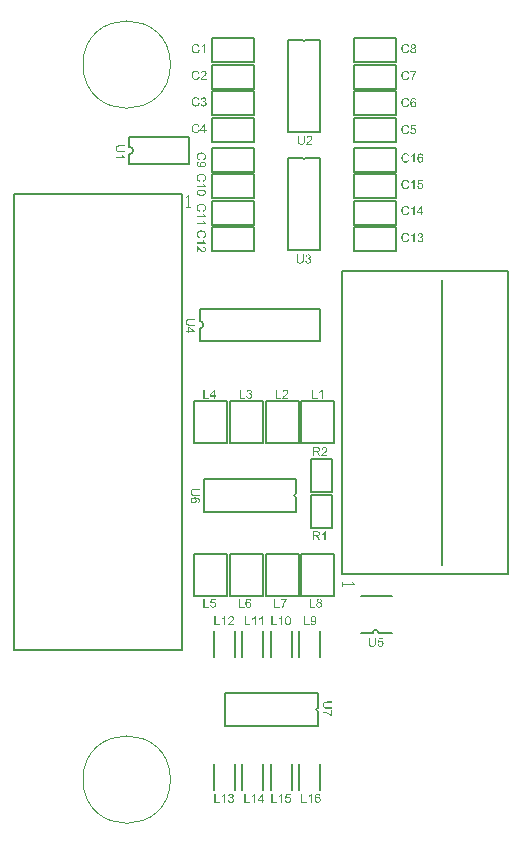
<source format=gto>
G04*
G04 #@! TF.GenerationSoftware,Altium Limited,Altium Designer,18.1.7 (191)*
G04*
G04 Layer_Color=65535*
%FSLAX44Y44*%
%MOMM*%
G71*
G01*
G75*
%ADD10C,0.2000*%
%ADD11C,0.1000*%
%ADD12C,0.1500*%
G36*
X1221987Y1987686D02*
X1222064Y1987680D01*
X1222158Y1987675D01*
X1222263Y1987658D01*
X1222385Y1987641D01*
X1222513Y1987614D01*
X1222651Y1987580D01*
X1222790Y1987542D01*
X1222939Y1987492D01*
X1223083Y1987431D01*
X1223227Y1987359D01*
X1223365Y1987281D01*
X1223498Y1987187D01*
X1223626Y1987077D01*
X1223631Y1987071D01*
X1223653Y1987049D01*
X1223687Y1987016D01*
X1223725Y1986966D01*
X1223775Y1986910D01*
X1223830Y1986838D01*
X1223891Y1986755D01*
X1223952Y1986661D01*
X1224008Y1986556D01*
X1224069Y1986440D01*
X1224124Y1986312D01*
X1224174Y1986180D01*
X1224213Y1986036D01*
X1224246Y1985886D01*
X1224268Y1985726D01*
X1224274Y1985559D01*
Y1985554D01*
Y1985537D01*
Y1985515D01*
Y1985482D01*
X1224268Y1985437D01*
X1224262Y1985393D01*
X1224257Y1985338D01*
X1224251Y1985277D01*
X1224229Y1985139D01*
X1224196Y1984984D01*
X1224146Y1984823D01*
X1224085Y1984657D01*
Y1984651D01*
X1224074Y1984635D01*
X1224063Y1984612D01*
X1224046Y1984579D01*
X1224030Y1984541D01*
X1224002Y1984491D01*
X1223975Y1984435D01*
X1223936Y1984374D01*
X1223897Y1984308D01*
X1223853Y1984236D01*
X1223742Y1984075D01*
X1223681Y1983992D01*
X1223615Y1983904D01*
X1223537Y1983815D01*
X1223459Y1983721D01*
X1223454Y1983716D01*
X1223437Y1983699D01*
X1223415Y1983671D01*
X1223376Y1983632D01*
X1223327Y1983583D01*
X1223266Y1983522D01*
X1223199Y1983450D01*
X1223116Y1983367D01*
X1223022Y1983278D01*
X1222911Y1983178D01*
X1222795Y1983068D01*
X1222662Y1982946D01*
X1222518Y1982818D01*
X1222363Y1982680D01*
X1222191Y1982531D01*
X1222009Y1982375D01*
X1221998Y1982370D01*
X1221970Y1982342D01*
X1221931Y1982309D01*
X1221876Y1982259D01*
X1221804Y1982204D01*
X1221732Y1982137D01*
X1221649Y1982065D01*
X1221560Y1981988D01*
X1221372Y1981827D01*
X1221283Y1981744D01*
X1221195Y1981667D01*
X1221112Y1981589D01*
X1221040Y1981523D01*
X1220973Y1981462D01*
X1220923Y1981407D01*
X1220912Y1981395D01*
X1220885Y1981362D01*
X1220840Y1981312D01*
X1220785Y1981251D01*
X1220724Y1981174D01*
X1220658Y1981091D01*
X1220591Y1980997D01*
X1220530Y1980903D01*
X1224285D01*
Y1980000D01*
X1219224D01*
Y1980005D01*
Y1980017D01*
Y1980033D01*
Y1980055D01*
Y1980089D01*
X1219229Y1980122D01*
X1219235Y1980210D01*
X1219246Y1980305D01*
X1219262Y1980415D01*
X1219290Y1980532D01*
X1219329Y1980648D01*
Y1980653D01*
X1219340Y1980670D01*
X1219351Y1980698D01*
X1219368Y1980736D01*
X1219384Y1980786D01*
X1219412Y1980842D01*
X1219445Y1980903D01*
X1219478Y1980969D01*
X1219517Y1981046D01*
X1219567Y1981124D01*
X1219672Y1981296D01*
X1219799Y1981478D01*
X1219949Y1981667D01*
X1219955Y1981672D01*
X1219971Y1981689D01*
X1219993Y1981716D01*
X1220026Y1981755D01*
X1220071Y1981805D01*
X1220126Y1981861D01*
X1220187Y1981927D01*
X1220265Y1981999D01*
X1220348Y1982082D01*
X1220436Y1982171D01*
X1220536Y1982265D01*
X1220647Y1982370D01*
X1220768Y1982475D01*
X1220896Y1982586D01*
X1221034Y1982702D01*
X1221178Y1982824D01*
X1221184Y1982829D01*
X1221195Y1982835D01*
X1221211Y1982852D01*
X1221234Y1982868D01*
X1221261Y1982896D01*
X1221294Y1982924D01*
X1221377Y1982996D01*
X1221483Y1983079D01*
X1221593Y1983184D01*
X1221721Y1983295D01*
X1221854Y1983416D01*
X1221998Y1983544D01*
X1222136Y1983677D01*
X1222280Y1983810D01*
X1222413Y1983948D01*
X1222546Y1984081D01*
X1222662Y1984208D01*
X1222773Y1984336D01*
X1222861Y1984452D01*
X1222867Y1984457D01*
X1222878Y1984480D01*
X1222900Y1984513D01*
X1222934Y1984552D01*
X1222967Y1984607D01*
X1223000Y1984668D01*
X1223044Y1984740D01*
X1223083Y1984817D01*
X1223122Y1984900D01*
X1223166Y1984989D01*
X1223238Y1985183D01*
X1223266Y1985282D01*
X1223288Y1985382D01*
X1223299Y1985482D01*
X1223305Y1985582D01*
Y1985587D01*
Y1985609D01*
Y1985637D01*
X1223299Y1985676D01*
X1223293Y1985726D01*
X1223282Y1985781D01*
X1223271Y1985842D01*
X1223255Y1985908D01*
X1223232Y1985980D01*
X1223205Y1986058D01*
X1223172Y1986135D01*
X1223133Y1986213D01*
X1223089Y1986296D01*
X1223033Y1986373D01*
X1222972Y1986451D01*
X1222900Y1986523D01*
X1222895Y1986528D01*
X1222884Y1986539D01*
X1222861Y1986556D01*
X1222828Y1986584D01*
X1222790Y1986611D01*
X1222740Y1986645D01*
X1222684Y1986683D01*
X1222623Y1986717D01*
X1222551Y1986755D01*
X1222474Y1986789D01*
X1222385Y1986822D01*
X1222297Y1986850D01*
X1222197Y1986877D01*
X1222092Y1986894D01*
X1221981Y1986905D01*
X1221865Y1986910D01*
X1221798D01*
X1221754Y1986905D01*
X1221693Y1986899D01*
X1221627Y1986888D01*
X1221555Y1986877D01*
X1221472Y1986861D01*
X1221389Y1986838D01*
X1221300Y1986811D01*
X1221211Y1986777D01*
X1221117Y1986739D01*
X1221029Y1986689D01*
X1220940Y1986634D01*
X1220852Y1986573D01*
X1220774Y1986501D01*
X1220768Y1986495D01*
X1220757Y1986484D01*
X1220735Y1986456D01*
X1220713Y1986429D01*
X1220680Y1986384D01*
X1220647Y1986335D01*
X1220608Y1986274D01*
X1220575Y1986207D01*
X1220536Y1986135D01*
X1220497Y1986047D01*
X1220464Y1985958D01*
X1220431Y1985858D01*
X1220408Y1985748D01*
X1220386Y1985631D01*
X1220375Y1985509D01*
X1220370Y1985377D01*
X1219401Y1985476D01*
Y1985482D01*
Y1985487D01*
X1219406Y1985504D01*
Y1985526D01*
X1219412Y1985582D01*
X1219428Y1985654D01*
X1219445Y1985742D01*
X1219467Y1985847D01*
X1219495Y1985964D01*
X1219528Y1986085D01*
X1219572Y1986218D01*
X1219622Y1986351D01*
X1219683Y1986490D01*
X1219755Y1986628D01*
X1219833Y1986761D01*
X1219927Y1986888D01*
X1220026Y1987010D01*
X1220143Y1987121D01*
X1220148Y1987126D01*
X1220170Y1987143D01*
X1220209Y1987176D01*
X1220259Y1987209D01*
X1220325Y1987254D01*
X1220403Y1987304D01*
X1220497Y1987353D01*
X1220602Y1987409D01*
X1220724Y1987459D01*
X1220852Y1987508D01*
X1220995Y1987558D01*
X1221151Y1987603D01*
X1221317Y1987641D01*
X1221494Y1987669D01*
X1221682Y1987686D01*
X1221881Y1987691D01*
X1221931D01*
X1221987Y1987686D01*
D02*
G37*
G36*
X1214744Y1980903D02*
X1218515D01*
Y1980000D01*
X1213731D01*
Y1987664D01*
X1214744D01*
Y1980903D01*
D02*
G37*
G36*
X1149393Y1902717D02*
X1144969D01*
X1144958D01*
X1144925D01*
X1144875D01*
X1144809Y1902711D01*
X1144726D01*
X1144632Y1902706D01*
X1144526Y1902700D01*
X1144410Y1902695D01*
X1144294Y1902684D01*
X1144172Y1902672D01*
X1143928Y1902639D01*
X1143812Y1902617D01*
X1143696Y1902595D01*
X1143590Y1902567D01*
X1143496Y1902534D01*
X1143491D01*
X1143474Y1902523D01*
X1143452Y1902512D01*
X1143419Y1902495D01*
X1143380Y1902479D01*
X1143336Y1902451D01*
X1143231Y1902384D01*
X1143114Y1902296D01*
X1143053Y1902246D01*
X1142992Y1902185D01*
X1142932Y1902124D01*
X1142876Y1902052D01*
X1142821Y1901980D01*
X1142771Y1901897D01*
Y1901892D01*
X1142760Y1901875D01*
X1142749Y1901853D01*
X1142732Y1901814D01*
X1142710Y1901770D01*
X1142688Y1901720D01*
X1142666Y1901659D01*
X1142644Y1901587D01*
X1142622Y1901510D01*
X1142599Y1901427D01*
X1142577Y1901338D01*
X1142555Y1901238D01*
X1142538Y1901133D01*
X1142527Y1901022D01*
X1142522Y1900912D01*
X1142516Y1900790D01*
Y1900740D01*
X1142522Y1900685D01*
Y1900607D01*
X1142533Y1900513D01*
X1142544Y1900413D01*
X1142561Y1900297D01*
X1142577Y1900170D01*
X1142605Y1900042D01*
X1142638Y1899909D01*
X1142682Y1899776D01*
X1142727Y1899644D01*
X1142788Y1899516D01*
X1142854Y1899400D01*
X1142932Y1899289D01*
X1143020Y1899195D01*
X1143026Y1899189D01*
X1143042Y1899173D01*
X1143075Y1899151D01*
X1143120Y1899123D01*
X1143181Y1899084D01*
X1143258Y1899046D01*
X1143347Y1899001D01*
X1143458Y1898957D01*
X1143579Y1898913D01*
X1143718Y1898868D01*
X1143878Y1898830D01*
X1144056Y1898791D01*
X1144255Y1898763D01*
X1144471Y1898741D01*
X1144709Y1898724D01*
X1144969Y1898719D01*
X1149393D01*
Y1897706D01*
X1144964D01*
X1144958D01*
X1144953D01*
X1144936D01*
X1144914D01*
X1144886D01*
X1144853D01*
X1144775Y1897711D01*
X1144676D01*
X1144565Y1897717D01*
X1144438Y1897728D01*
X1144305Y1897739D01*
X1144161Y1897755D01*
X1144011Y1897772D01*
X1143707Y1897816D01*
X1143552Y1897849D01*
X1143408Y1897883D01*
X1143264Y1897927D01*
X1143131Y1897971D01*
X1143125Y1897977D01*
X1143103Y1897982D01*
X1143064Y1897999D01*
X1143020Y1898021D01*
X1142959Y1898054D01*
X1142893Y1898088D01*
X1142821Y1898132D01*
X1142738Y1898187D01*
X1142649Y1898248D01*
X1142561Y1898315D01*
X1142472Y1898392D01*
X1142378Y1898481D01*
X1142284Y1898575D01*
X1142195Y1898674D01*
X1142106Y1898791D01*
X1142023Y1898913D01*
X1142018Y1898918D01*
X1142007Y1898946D01*
X1141985Y1898985D01*
X1141957Y1899034D01*
X1141924Y1899106D01*
X1141891Y1899184D01*
X1141852Y1899284D01*
X1141813Y1899389D01*
X1141774Y1899516D01*
X1141736Y1899649D01*
X1141702Y1899793D01*
X1141669Y1899954D01*
X1141641Y1900125D01*
X1141619Y1900308D01*
X1141608Y1900496D01*
X1141603Y1900701D01*
Y1900806D01*
X1141608Y1900878D01*
X1141614Y1900972D01*
X1141625Y1901078D01*
X1141636Y1901199D01*
X1141647Y1901327D01*
X1141669Y1901465D01*
X1141691Y1901609D01*
X1141724Y1901753D01*
X1141758Y1901903D01*
X1141802Y1902047D01*
X1141852Y1902196D01*
X1141907Y1902335D01*
X1141974Y1902467D01*
X1141979Y1902473D01*
X1141990Y1902495D01*
X1142012Y1902534D01*
X1142040Y1902578D01*
X1142079Y1902634D01*
X1142129Y1902700D01*
X1142184Y1902767D01*
X1142245Y1902844D01*
X1142317Y1902922D01*
X1142400Y1903005D01*
X1142483Y1903088D01*
X1142583Y1903165D01*
X1142682Y1903243D01*
X1142799Y1903315D01*
X1142915Y1903381D01*
X1143042Y1903442D01*
X1143053Y1903448D01*
X1143075Y1903453D01*
X1143114Y1903470D01*
X1143170Y1903486D01*
X1143242Y1903508D01*
X1143330Y1903531D01*
X1143430Y1903558D01*
X1143546Y1903586D01*
X1143679Y1903614D01*
X1143823Y1903641D01*
X1143978Y1903664D01*
X1144150Y1903686D01*
X1144333Y1903702D01*
X1144532Y1903719D01*
X1144742Y1903725D01*
X1144964Y1903730D01*
X1149393D01*
Y1902717D01*
D02*
G37*
G36*
X1145462Y1896432D02*
X1145523D01*
X1145595Y1896426D01*
X1145678D01*
X1145761Y1896421D01*
X1145861Y1896410D01*
X1145960Y1896404D01*
X1146071Y1896393D01*
X1146298Y1896371D01*
X1146547Y1896332D01*
X1146808Y1896293D01*
X1147079Y1896238D01*
X1147345Y1896172D01*
X1147610Y1896094D01*
X1147871Y1896000D01*
X1148114Y1895889D01*
X1148231Y1895828D01*
X1148336Y1895762D01*
X1148441Y1895690D01*
X1148541Y1895618D01*
X1148552Y1895607D01*
X1148579Y1895585D01*
X1148624Y1895546D01*
X1148679Y1895485D01*
X1148746Y1895413D01*
X1148818Y1895330D01*
X1148901Y1895225D01*
X1148984Y1895109D01*
X1149061Y1894976D01*
X1149144Y1894832D01*
X1149216Y1894677D01*
X1149283Y1894505D01*
X1149338Y1894317D01*
X1149382Y1894123D01*
X1149410Y1893913D01*
X1149421Y1893691D01*
Y1893652D01*
X1149416Y1893602D01*
Y1893542D01*
X1149405Y1893464D01*
X1149393Y1893375D01*
X1149377Y1893276D01*
X1149360Y1893165D01*
X1149333Y1893054D01*
X1149299Y1892932D01*
X1149255Y1892811D01*
X1149205Y1892689D01*
X1149150Y1892561D01*
X1149078Y1892440D01*
X1149000Y1892323D01*
X1148912Y1892213D01*
X1148906Y1892207D01*
X1148890Y1892185D01*
X1148856Y1892157D01*
X1148818Y1892119D01*
X1148768Y1892074D01*
X1148701Y1892024D01*
X1148629Y1891969D01*
X1148546Y1891908D01*
X1148452Y1891847D01*
X1148347Y1891786D01*
X1148231Y1891725D01*
X1148103Y1891676D01*
X1147970Y1891620D01*
X1147827Y1891576D01*
X1147671Y1891543D01*
X1147511Y1891515D01*
X1147439Y1892451D01*
X1147444D01*
X1147461Y1892456D01*
X1147494Y1892462D01*
X1147527Y1892473D01*
X1147577Y1892489D01*
X1147627Y1892501D01*
X1147749Y1892545D01*
X1147876Y1892595D01*
X1148009Y1892656D01*
X1148137Y1892728D01*
X1148192Y1892766D01*
X1148242Y1892811D01*
X1148247Y1892816D01*
X1148258Y1892827D01*
X1148280Y1892849D01*
X1148303Y1892877D01*
X1148336Y1892916D01*
X1148369Y1892960D01*
X1148408Y1893010D01*
X1148447Y1893071D01*
X1148480Y1893137D01*
X1148519Y1893209D01*
X1148552Y1893281D01*
X1148585Y1893364D01*
X1148607Y1893453D01*
X1148629Y1893547D01*
X1148640Y1893647D01*
X1148646Y1893746D01*
Y1893791D01*
X1148640Y1893824D01*
Y1893863D01*
X1148635Y1893907D01*
X1148624Y1893957D01*
X1148613Y1894018D01*
X1148585Y1894140D01*
X1148541Y1894272D01*
X1148474Y1894405D01*
X1148436Y1894472D01*
X1148391Y1894538D01*
X1148386Y1894544D01*
X1148375Y1894555D01*
X1148358Y1894583D01*
X1148330Y1894610D01*
X1148297Y1894649D01*
X1148258Y1894693D01*
X1148208Y1894738D01*
X1148153Y1894793D01*
X1148092Y1894848D01*
X1148020Y1894904D01*
X1147943Y1894965D01*
X1147860Y1895020D01*
X1147766Y1895081D01*
X1147666Y1895136D01*
X1147561Y1895192D01*
X1147450Y1895242D01*
X1147444D01*
X1147422Y1895253D01*
X1147383Y1895264D01*
X1147334Y1895280D01*
X1147273Y1895302D01*
X1147195Y1895325D01*
X1147101Y1895347D01*
X1146996Y1895369D01*
X1146880Y1895391D01*
X1146747Y1895419D01*
X1146597Y1895441D01*
X1146442Y1895457D01*
X1146271Y1895474D01*
X1146088Y1895491D01*
X1145888Y1895496D01*
X1145678Y1895502D01*
X1145684Y1895496D01*
X1145700Y1895485D01*
X1145728Y1895468D01*
X1145761Y1895441D01*
X1145805Y1895408D01*
X1145855Y1895369D01*
X1145911Y1895325D01*
X1145972Y1895269D01*
X1146032Y1895214D01*
X1146093Y1895153D01*
X1146221Y1895009D01*
X1146342Y1894854D01*
X1146398Y1894765D01*
X1146448Y1894677D01*
X1146453Y1894671D01*
X1146459Y1894655D01*
X1146470Y1894627D01*
X1146487Y1894594D01*
X1146509Y1894544D01*
X1146531Y1894494D01*
X1146553Y1894433D01*
X1146575Y1894361D01*
X1146597Y1894289D01*
X1146619Y1894206D01*
X1146664Y1894034D01*
X1146691Y1893841D01*
X1146702Y1893741D01*
Y1893597D01*
X1146697Y1893547D01*
X1146691Y1893486D01*
X1146680Y1893403D01*
X1146664Y1893309D01*
X1146641Y1893204D01*
X1146614Y1893087D01*
X1146581Y1892966D01*
X1146531Y1892838D01*
X1146475Y1892705D01*
X1146409Y1892567D01*
X1146326Y1892434D01*
X1146237Y1892301D01*
X1146126Y1892168D01*
X1146005Y1892041D01*
X1145999Y1892035D01*
X1145972Y1892013D01*
X1145933Y1891980D01*
X1145877Y1891936D01*
X1145811Y1891886D01*
X1145728Y1891831D01*
X1145634Y1891770D01*
X1145523Y1891709D01*
X1145401Y1891648D01*
X1145263Y1891587D01*
X1145119Y1891532D01*
X1144958Y1891482D01*
X1144787Y1891437D01*
X1144609Y1891404D01*
X1144416Y1891382D01*
X1144216Y1891376D01*
X1144211D01*
X1144183D01*
X1144144D01*
X1144094Y1891382D01*
X1144028Y1891388D01*
X1143956Y1891393D01*
X1143873Y1891404D01*
X1143779Y1891415D01*
X1143679Y1891432D01*
X1143574Y1891454D01*
X1143463Y1891476D01*
X1143347Y1891509D01*
X1143231Y1891548D01*
X1143114Y1891587D01*
X1142992Y1891637D01*
X1142876Y1891692D01*
X1142871Y1891698D01*
X1142849Y1891709D01*
X1142815Y1891725D01*
X1142776Y1891747D01*
X1142721Y1891781D01*
X1142660Y1891819D01*
X1142599Y1891864D01*
X1142527Y1891914D01*
X1142450Y1891974D01*
X1142372Y1892035D01*
X1142295Y1892107D01*
X1142217Y1892185D01*
X1142140Y1892263D01*
X1142062Y1892351D01*
X1141996Y1892445D01*
X1141929Y1892545D01*
X1141924Y1892550D01*
X1141913Y1892567D01*
X1141902Y1892600D01*
X1141880Y1892639D01*
X1141852Y1892694D01*
X1141824Y1892755D01*
X1141796Y1892822D01*
X1141769Y1892905D01*
X1141736Y1892988D01*
X1141708Y1893082D01*
X1141680Y1893187D01*
X1141653Y1893292D01*
X1141630Y1893409D01*
X1141619Y1893525D01*
X1141608Y1893652D01*
X1141603Y1893780D01*
Y1893829D01*
X1141608Y1893857D01*
Y1893890D01*
X1141614Y1893974D01*
X1141630Y1894073D01*
X1141647Y1894189D01*
X1141675Y1894317D01*
X1141713Y1894461D01*
X1141758Y1894610D01*
X1141813Y1894765D01*
X1141885Y1894920D01*
X1141968Y1895081D01*
X1142068Y1895242D01*
X1142184Y1895402D01*
X1142317Y1895552D01*
X1142466Y1895695D01*
X1142477Y1895701D01*
X1142505Y1895729D01*
X1142561Y1895762D01*
X1142633Y1895812D01*
X1142727Y1895867D01*
X1142782Y1895900D01*
X1142843Y1895928D01*
X1142909Y1895961D01*
X1142981Y1895995D01*
X1143064Y1896033D01*
X1143148Y1896066D01*
X1143236Y1896100D01*
X1143330Y1896133D01*
X1143436Y1896172D01*
X1143541Y1896205D01*
X1143657Y1896233D01*
X1143773Y1896266D01*
X1143901Y1896293D01*
X1144034Y1896321D01*
X1144172Y1896349D01*
X1144316Y1896371D01*
X1144465Y1896388D01*
X1144620Y1896404D01*
X1144787Y1896421D01*
X1144953Y1896426D01*
X1145130Y1896438D01*
X1145313D01*
X1145318D01*
X1145340D01*
X1145368D01*
X1145412D01*
X1145462Y1896432D01*
D02*
G37*
G36*
X1261407Y1722631D02*
X1256983D01*
X1256972D01*
X1256939D01*
X1256889D01*
X1256823Y1722625D01*
X1256740D01*
X1256646Y1722620D01*
X1256540Y1722614D01*
X1256424Y1722608D01*
X1256308Y1722598D01*
X1256186Y1722586D01*
X1255942Y1722553D01*
X1255826Y1722531D01*
X1255710Y1722509D01*
X1255604Y1722481D01*
X1255510Y1722448D01*
X1255505D01*
X1255488Y1722437D01*
X1255466Y1722426D01*
X1255433Y1722409D01*
X1255394Y1722393D01*
X1255350Y1722365D01*
X1255245Y1722298D01*
X1255128Y1722210D01*
X1255067Y1722160D01*
X1255006Y1722099D01*
X1254946Y1722038D01*
X1254890Y1721966D01*
X1254835Y1721894D01*
X1254785Y1721811D01*
Y1721806D01*
X1254774Y1721789D01*
X1254763Y1721767D01*
X1254746Y1721728D01*
X1254724Y1721684D01*
X1254702Y1721634D01*
X1254680Y1721573D01*
X1254658Y1721501D01*
X1254635Y1721424D01*
X1254613Y1721340D01*
X1254591Y1721252D01*
X1254569Y1721152D01*
X1254552Y1721047D01*
X1254541Y1720936D01*
X1254536Y1720826D01*
X1254530Y1720704D01*
Y1720654D01*
X1254536Y1720598D01*
Y1720521D01*
X1254547Y1720427D01*
X1254558Y1720327D01*
X1254575Y1720211D01*
X1254591Y1720084D01*
X1254619Y1719956D01*
X1254652Y1719823D01*
X1254696Y1719690D01*
X1254741Y1719557D01*
X1254802Y1719430D01*
X1254868Y1719314D01*
X1254946Y1719203D01*
X1255034Y1719109D01*
X1255040Y1719104D01*
X1255056Y1719087D01*
X1255089Y1719065D01*
X1255134Y1719037D01*
X1255195Y1718998D01*
X1255272Y1718960D01*
X1255361Y1718915D01*
X1255472Y1718871D01*
X1255593Y1718827D01*
X1255732Y1718782D01*
X1255892Y1718744D01*
X1256070Y1718705D01*
X1256269Y1718677D01*
X1256485Y1718655D01*
X1256723Y1718638D01*
X1256983Y1718633D01*
X1261407D01*
Y1717619D01*
X1256978D01*
X1256972D01*
X1256967D01*
X1256950D01*
X1256928D01*
X1256900D01*
X1256867D01*
X1256789Y1717625D01*
X1256690D01*
X1256579Y1717631D01*
X1256452Y1717642D01*
X1256319Y1717653D01*
X1256175Y1717669D01*
X1256025Y1717686D01*
X1255721Y1717730D01*
X1255566Y1717764D01*
X1255422Y1717797D01*
X1255278Y1717841D01*
X1255145Y1717885D01*
X1255139Y1717891D01*
X1255117Y1717896D01*
X1255079Y1717913D01*
X1255034Y1717935D01*
X1254973Y1717968D01*
X1254907Y1718002D01*
X1254835Y1718046D01*
X1254752Y1718101D01*
X1254663Y1718162D01*
X1254575Y1718229D01*
X1254486Y1718306D01*
X1254392Y1718395D01*
X1254298Y1718489D01*
X1254209Y1718589D01*
X1254120Y1718705D01*
X1254037Y1718827D01*
X1254032Y1718832D01*
X1254021Y1718860D01*
X1253999Y1718899D01*
X1253971Y1718949D01*
X1253938Y1719020D01*
X1253905Y1719098D01*
X1253866Y1719198D01*
X1253827Y1719303D01*
X1253788Y1719430D01*
X1253749Y1719563D01*
X1253716Y1719707D01*
X1253683Y1719868D01*
X1253655Y1720039D01*
X1253633Y1720222D01*
X1253622Y1720410D01*
X1253617Y1720615D01*
Y1720720D01*
X1253622Y1720792D01*
X1253628Y1720887D01*
X1253639Y1720992D01*
X1253650Y1721113D01*
X1253661Y1721241D01*
X1253683Y1721379D01*
X1253705Y1721523D01*
X1253738Y1721667D01*
X1253772Y1721817D01*
X1253816Y1721961D01*
X1253866Y1722110D01*
X1253921Y1722249D01*
X1253988Y1722381D01*
X1253993Y1722387D01*
X1254004Y1722409D01*
X1254026Y1722448D01*
X1254054Y1722492D01*
X1254093Y1722548D01*
X1254143Y1722614D01*
X1254198Y1722681D01*
X1254259Y1722758D01*
X1254331Y1722836D01*
X1254414Y1722919D01*
X1254497Y1723002D01*
X1254597Y1723079D01*
X1254696Y1723157D01*
X1254813Y1723229D01*
X1254929Y1723295D01*
X1255056Y1723356D01*
X1255067Y1723362D01*
X1255089Y1723367D01*
X1255128Y1723384D01*
X1255184Y1723400D01*
X1255256Y1723423D01*
X1255344Y1723445D01*
X1255444Y1723472D01*
X1255560Y1723500D01*
X1255693Y1723528D01*
X1255837Y1723555D01*
X1255992Y1723578D01*
X1256164Y1723600D01*
X1256347Y1723616D01*
X1256546Y1723633D01*
X1256756Y1723638D01*
X1256978Y1723644D01*
X1261407D01*
Y1722631D01*
D02*
G37*
G36*
X1261308Y1711290D02*
X1260577D01*
X1260566Y1711296D01*
X1260544Y1711324D01*
X1260494Y1711362D01*
X1260433Y1711418D01*
X1260355Y1711484D01*
X1260261Y1711562D01*
X1260151Y1711650D01*
X1260023Y1711745D01*
X1259885Y1711850D01*
X1259730Y1711966D01*
X1259558Y1712088D01*
X1259375Y1712210D01*
X1259176Y1712343D01*
X1258966Y1712470D01*
X1258744Y1712608D01*
X1258506Y1712741D01*
X1258501D01*
X1258489Y1712747D01*
X1258473Y1712758D01*
X1258451Y1712775D01*
X1258417Y1712791D01*
X1258379Y1712808D01*
X1258334Y1712835D01*
X1258285Y1712858D01*
X1258229Y1712891D01*
X1258163Y1712918D01*
X1258024Y1712990D01*
X1257869Y1713068D01*
X1257692Y1713151D01*
X1257498Y1713240D01*
X1257288Y1713328D01*
X1257072Y1713422D01*
X1256839Y1713511D01*
X1256601Y1713605D01*
X1256358Y1713688D01*
X1256103Y1713771D01*
X1255848Y1713849D01*
X1255837Y1713854D01*
X1255804Y1713860D01*
X1255754Y1713876D01*
X1255682Y1713893D01*
X1255588Y1713915D01*
X1255483Y1713943D01*
X1255361Y1713970D01*
X1255222Y1713998D01*
X1255073Y1714031D01*
X1254912Y1714059D01*
X1254735Y1714092D01*
X1254552Y1714120D01*
X1254364Y1714148D01*
X1254165Y1714170D01*
X1253954Y1714192D01*
X1253744Y1714209D01*
Y1715178D01*
X1253755D01*
X1253783D01*
X1253838Y1715172D01*
X1253905D01*
X1253993Y1715166D01*
X1254098Y1715155D01*
X1254220Y1715144D01*
X1254353Y1715128D01*
X1254508Y1715111D01*
X1254674Y1715089D01*
X1254851Y1715061D01*
X1255045Y1715028D01*
X1255250Y1714984D01*
X1255466Y1714940D01*
X1255693Y1714890D01*
X1255926Y1714829D01*
X1255931D01*
X1255942Y1714823D01*
X1255959Y1714818D01*
X1255981Y1714812D01*
X1256014Y1714801D01*
X1256053Y1714790D01*
X1256097Y1714779D01*
X1256147Y1714762D01*
X1256258Y1714729D01*
X1256396Y1714685D01*
X1256546Y1714635D01*
X1256718Y1714580D01*
X1256900Y1714513D01*
X1257094Y1714441D01*
X1257299Y1714358D01*
X1257509Y1714275D01*
X1257725Y1714181D01*
X1257947Y1714076D01*
X1258174Y1713970D01*
X1258395Y1713854D01*
X1258401D01*
X1258406Y1713849D01*
X1258423Y1713838D01*
X1258451Y1713826D01*
X1258478Y1713810D01*
X1258512Y1713788D01*
X1258595Y1713743D01*
X1258694Y1713683D01*
X1258816Y1713616D01*
X1258949Y1713533D01*
X1259093Y1713445D01*
X1259248Y1713350D01*
X1259409Y1713245D01*
X1259575Y1713129D01*
X1259746Y1713013D01*
X1260084Y1712763D01*
X1260250Y1712630D01*
X1260405Y1712498D01*
Y1716252D01*
X1261308D01*
Y1711290D01*
D02*
G37*
G36*
X1298524Y1773234D02*
Y1773228D01*
Y1773223D01*
Y1773206D01*
Y1773184D01*
Y1773156D01*
Y1773123D01*
X1298519Y1773046D01*
Y1772946D01*
X1298513Y1772835D01*
X1298502Y1772708D01*
X1298491Y1772575D01*
X1298475Y1772431D01*
X1298458Y1772281D01*
X1298414Y1771977D01*
X1298380Y1771822D01*
X1298347Y1771678D01*
X1298303Y1771534D01*
X1298259Y1771401D01*
X1298253Y1771395D01*
X1298248Y1771373D01*
X1298231Y1771335D01*
X1298209Y1771290D01*
X1298176Y1771229D01*
X1298142Y1771163D01*
X1298098Y1771091D01*
X1298043Y1771008D01*
X1297982Y1770919D01*
X1297915Y1770831D01*
X1297838Y1770742D01*
X1297749Y1770648D01*
X1297655Y1770554D01*
X1297556Y1770465D01*
X1297439Y1770376D01*
X1297317Y1770293D01*
X1297312Y1770288D01*
X1297284Y1770277D01*
X1297245Y1770255D01*
X1297196Y1770227D01*
X1297124Y1770194D01*
X1297046Y1770161D01*
X1296946Y1770122D01*
X1296841Y1770083D01*
X1296714Y1770044D01*
X1296581Y1770005D01*
X1296437Y1769972D01*
X1296276Y1769939D01*
X1296105Y1769911D01*
X1295922Y1769889D01*
X1295734Y1769878D01*
X1295529Y1769873D01*
X1295424D01*
X1295352Y1769878D01*
X1295258Y1769884D01*
X1295152Y1769895D01*
X1295031Y1769906D01*
X1294903Y1769917D01*
X1294765Y1769939D01*
X1294621Y1769961D01*
X1294477Y1769995D01*
X1294327Y1770028D01*
X1294183Y1770072D01*
X1294034Y1770122D01*
X1293895Y1770177D01*
X1293763Y1770244D01*
X1293757Y1770249D01*
X1293735Y1770260D01*
X1293696Y1770282D01*
X1293652Y1770310D01*
X1293596Y1770349D01*
X1293530Y1770399D01*
X1293463Y1770454D01*
X1293386Y1770515D01*
X1293308Y1770587D01*
X1293225Y1770670D01*
X1293142Y1770753D01*
X1293065Y1770853D01*
X1292987Y1770952D01*
X1292915Y1771069D01*
X1292849Y1771185D01*
X1292788Y1771312D01*
X1292782Y1771323D01*
X1292777Y1771346D01*
X1292760Y1771384D01*
X1292744Y1771440D01*
X1292722Y1771512D01*
X1292699Y1771600D01*
X1292672Y1771700D01*
X1292644Y1771816D01*
X1292616Y1771949D01*
X1292589Y1772093D01*
X1292567Y1772248D01*
X1292544Y1772420D01*
X1292528Y1772603D01*
X1292511Y1772802D01*
X1292505Y1773012D01*
X1292500Y1773234D01*
Y1777664D01*
X1293513D01*
Y1773239D01*
Y1773228D01*
Y1773195D01*
Y1773145D01*
X1293519Y1773079D01*
Y1772996D01*
X1293524Y1772901D01*
X1293530Y1772796D01*
X1293535Y1772680D01*
X1293546Y1772564D01*
X1293558Y1772442D01*
X1293591Y1772198D01*
X1293613Y1772082D01*
X1293635Y1771966D01*
X1293663Y1771861D01*
X1293696Y1771766D01*
Y1771761D01*
X1293707Y1771744D01*
X1293718Y1771722D01*
X1293735Y1771689D01*
X1293751Y1771650D01*
X1293779Y1771606D01*
X1293846Y1771501D01*
X1293934Y1771384D01*
X1293984Y1771323D01*
X1294045Y1771263D01*
X1294106Y1771202D01*
X1294178Y1771146D01*
X1294250Y1771091D01*
X1294333Y1771041D01*
X1294338D01*
X1294355Y1771030D01*
X1294377Y1771019D01*
X1294416Y1771002D01*
X1294460Y1770980D01*
X1294510Y1770958D01*
X1294571Y1770936D01*
X1294643Y1770914D01*
X1294720Y1770892D01*
X1294803Y1770869D01*
X1294892Y1770847D01*
X1294992Y1770825D01*
X1295097Y1770808D01*
X1295208Y1770797D01*
X1295318Y1770792D01*
X1295440Y1770786D01*
X1295490D01*
X1295546Y1770792D01*
X1295623D01*
X1295717Y1770803D01*
X1295817Y1770814D01*
X1295933Y1770831D01*
X1296060Y1770847D01*
X1296188Y1770875D01*
X1296321Y1770908D01*
X1296454Y1770952D01*
X1296586Y1770997D01*
X1296714Y1771058D01*
X1296830Y1771124D01*
X1296941Y1771202D01*
X1297035Y1771290D01*
X1297041Y1771296D01*
X1297057Y1771312D01*
X1297079Y1771346D01*
X1297107Y1771390D01*
X1297146Y1771451D01*
X1297184Y1771528D01*
X1297229Y1771617D01*
X1297273Y1771728D01*
X1297317Y1771849D01*
X1297362Y1771988D01*
X1297400Y1772148D01*
X1297439Y1772326D01*
X1297467Y1772525D01*
X1297489Y1772741D01*
X1297506Y1772979D01*
X1297511Y1773239D01*
Y1777664D01*
X1298524D01*
Y1773234D01*
D02*
G37*
G36*
X1304554Y1776667D02*
X1301487D01*
X1301077Y1774601D01*
X1301083Y1774607D01*
X1301110Y1774624D01*
X1301144Y1774646D01*
X1301199Y1774679D01*
X1301260Y1774712D01*
X1301332Y1774756D01*
X1301420Y1774795D01*
X1301515Y1774845D01*
X1301620Y1774889D01*
X1301730Y1774934D01*
X1301852Y1774972D01*
X1301974Y1775006D01*
X1302107Y1775039D01*
X1302240Y1775061D01*
X1302384Y1775078D01*
X1302522Y1775083D01*
X1302567D01*
X1302622Y1775078D01*
X1302688Y1775072D01*
X1302777Y1775061D01*
X1302877Y1775044D01*
X1302993Y1775022D01*
X1303115Y1774995D01*
X1303242Y1774961D01*
X1303381Y1774911D01*
X1303519Y1774856D01*
X1303663Y1774790D01*
X1303807Y1774707D01*
X1303951Y1774618D01*
X1304089Y1774507D01*
X1304222Y1774386D01*
X1304228Y1774380D01*
X1304250Y1774352D01*
X1304289Y1774314D01*
X1304333Y1774258D01*
X1304383Y1774192D01*
X1304444Y1774109D01*
X1304505Y1774009D01*
X1304571Y1773898D01*
X1304632Y1773776D01*
X1304693Y1773643D01*
X1304754Y1773494D01*
X1304809Y1773339D01*
X1304848Y1773167D01*
X1304887Y1772984D01*
X1304909Y1772796D01*
X1304914Y1772597D01*
Y1772591D01*
Y1772586D01*
Y1772569D01*
Y1772553D01*
X1304909Y1772497D01*
X1304903Y1772425D01*
X1304898Y1772331D01*
X1304881Y1772226D01*
X1304865Y1772110D01*
X1304837Y1771982D01*
X1304804Y1771844D01*
X1304765Y1771700D01*
X1304715Y1771550D01*
X1304660Y1771401D01*
X1304588Y1771246D01*
X1304505Y1771096D01*
X1304411Y1770947D01*
X1304305Y1770803D01*
X1304294Y1770792D01*
X1304272Y1770764D01*
X1304228Y1770720D01*
X1304172Y1770659D01*
X1304095Y1770587D01*
X1304006Y1770509D01*
X1303901Y1770426D01*
X1303779Y1770338D01*
X1303641Y1770249D01*
X1303491Y1770166D01*
X1303325Y1770089D01*
X1303143Y1770017D01*
X1302949Y1769961D01*
X1302744Y1769911D01*
X1302522Y1769884D01*
X1302290Y1769873D01*
X1302245D01*
X1302190Y1769878D01*
X1302118Y1769884D01*
X1302030Y1769889D01*
X1301924Y1769906D01*
X1301808Y1769922D01*
X1301686Y1769945D01*
X1301553Y1769978D01*
X1301415Y1770017D01*
X1301271Y1770061D01*
X1301127Y1770116D01*
X1300988Y1770183D01*
X1300845Y1770260D01*
X1300712Y1770354D01*
X1300584Y1770454D01*
X1300579Y1770460D01*
X1300557Y1770482D01*
X1300523Y1770515D01*
X1300479Y1770559D01*
X1300429Y1770620D01*
X1300368Y1770692D01*
X1300307Y1770775D01*
X1300241Y1770869D01*
X1300175Y1770974D01*
X1300114Y1771091D01*
X1300047Y1771218D01*
X1299986Y1771357D01*
X1299937Y1771506D01*
X1299892Y1771667D01*
X1299853Y1771833D01*
X1299831Y1772010D01*
X1300817Y1772093D01*
Y1772088D01*
X1300822Y1772060D01*
X1300828Y1772027D01*
X1300839Y1771977D01*
X1300856Y1771916D01*
X1300872Y1771844D01*
X1300894Y1771766D01*
X1300922Y1771683D01*
X1300988Y1771512D01*
X1301027Y1771418D01*
X1301072Y1771329D01*
X1301127Y1771240D01*
X1301182Y1771157D01*
X1301249Y1771080D01*
X1301321Y1771008D01*
X1301326Y1771002D01*
X1301337Y1770991D01*
X1301360Y1770974D01*
X1301393Y1770952D01*
X1301431Y1770925D01*
X1301481Y1770892D01*
X1301531Y1770864D01*
X1301592Y1770831D01*
X1301658Y1770792D01*
X1301736Y1770764D01*
X1301814Y1770731D01*
X1301902Y1770703D01*
X1301991Y1770681D01*
X1302085Y1770665D01*
X1302185Y1770653D01*
X1302290Y1770648D01*
X1302323D01*
X1302356Y1770653D01*
X1302406D01*
X1302461Y1770665D01*
X1302533Y1770676D01*
X1302611Y1770692D01*
X1302694Y1770714D01*
X1302783Y1770736D01*
X1302877Y1770770D01*
X1302971Y1770814D01*
X1303071Y1770864D01*
X1303165Y1770919D01*
X1303264Y1770991D01*
X1303358Y1771069D01*
X1303447Y1771157D01*
X1303453Y1771163D01*
X1303469Y1771179D01*
X1303491Y1771213D01*
X1303519Y1771251D01*
X1303558Y1771301D01*
X1303597Y1771362D01*
X1303641Y1771434D01*
X1303685Y1771517D01*
X1303724Y1771611D01*
X1303768Y1771711D01*
X1303807Y1771822D01*
X1303846Y1771944D01*
X1303873Y1772076D01*
X1303896Y1772215D01*
X1303912Y1772359D01*
X1303918Y1772514D01*
Y1772525D01*
Y1772547D01*
X1303912Y1772591D01*
Y1772647D01*
X1303907Y1772713D01*
X1303896Y1772796D01*
X1303879Y1772879D01*
X1303862Y1772979D01*
X1303835Y1773079D01*
X1303807Y1773178D01*
X1303768Y1773284D01*
X1303724Y1773394D01*
X1303674Y1773499D01*
X1303613Y1773599D01*
X1303541Y1773699D01*
X1303464Y1773787D01*
X1303458Y1773793D01*
X1303441Y1773810D01*
X1303419Y1773832D01*
X1303381Y1773859D01*
X1303336Y1773898D01*
X1303281Y1773937D01*
X1303220Y1773976D01*
X1303148Y1774020D01*
X1303065Y1774064D01*
X1302976Y1774103D01*
X1302882Y1774147D01*
X1302777Y1774181D01*
X1302661Y1774208D01*
X1302539Y1774230D01*
X1302412Y1774247D01*
X1302279Y1774253D01*
X1302234D01*
X1302201Y1774247D01*
X1302162D01*
X1302113Y1774241D01*
X1302063Y1774236D01*
X1302002Y1774225D01*
X1301875Y1774203D01*
X1301736Y1774164D01*
X1301592Y1774114D01*
X1301454Y1774042D01*
X1301448D01*
X1301437Y1774031D01*
X1301420Y1774020D01*
X1301393Y1774003D01*
X1301326Y1773959D01*
X1301243Y1773898D01*
X1301155Y1773821D01*
X1301060Y1773732D01*
X1300966Y1773627D01*
X1300883Y1773511D01*
X1299997Y1773627D01*
X1300739Y1777564D01*
X1304554D01*
Y1776667D01*
D02*
G37*
G36*
X1085893Y2193547D02*
X1081469D01*
X1081458D01*
X1081425D01*
X1081375D01*
X1081309Y2193541D01*
X1081226D01*
X1081132Y2193536D01*
X1081026Y2193530D01*
X1080910Y2193524D01*
X1080794Y2193513D01*
X1080672Y2193502D01*
X1080428Y2193469D01*
X1080312Y2193447D01*
X1080196Y2193425D01*
X1080090Y2193397D01*
X1079996Y2193364D01*
X1079991D01*
X1079974Y2193353D01*
X1079952Y2193342D01*
X1079919Y2193325D01*
X1079880Y2193309D01*
X1079836Y2193281D01*
X1079731Y2193215D01*
X1079614Y2193126D01*
X1079553Y2193076D01*
X1079492Y2193015D01*
X1079432Y2192954D01*
X1079376Y2192882D01*
X1079321Y2192810D01*
X1079271Y2192727D01*
Y2192722D01*
X1079260Y2192705D01*
X1079249Y2192683D01*
X1079232Y2192644D01*
X1079210Y2192600D01*
X1079188Y2192550D01*
X1079166Y2192489D01*
X1079144Y2192417D01*
X1079121Y2192340D01*
X1079099Y2192256D01*
X1079077Y2192168D01*
X1079055Y2192068D01*
X1079038Y2191963D01*
X1079027Y2191852D01*
X1079022Y2191742D01*
X1079016Y2191620D01*
Y2191570D01*
X1079022Y2191514D01*
Y2191437D01*
X1079033Y2191343D01*
X1079044Y2191243D01*
X1079061Y2191127D01*
X1079077Y2191000D01*
X1079105Y2190872D01*
X1079138Y2190739D01*
X1079182Y2190606D01*
X1079227Y2190473D01*
X1079288Y2190346D01*
X1079354Y2190230D01*
X1079432Y2190119D01*
X1079520Y2190025D01*
X1079526Y2190020D01*
X1079542Y2190003D01*
X1079576Y2189981D01*
X1079620Y2189953D01*
X1079681Y2189914D01*
X1079758Y2189875D01*
X1079847Y2189831D01*
X1079958Y2189787D01*
X1080079Y2189743D01*
X1080218Y2189698D01*
X1080378Y2189660D01*
X1080556Y2189621D01*
X1080755Y2189593D01*
X1080971Y2189571D01*
X1081209Y2189554D01*
X1081469Y2189549D01*
X1085893D01*
Y2188535D01*
X1081464D01*
X1081458D01*
X1081453D01*
X1081436D01*
X1081414D01*
X1081386D01*
X1081353D01*
X1081275Y2188541D01*
X1081176D01*
X1081065Y2188547D01*
X1080938Y2188558D01*
X1080805Y2188569D01*
X1080661Y2188585D01*
X1080511Y2188602D01*
X1080207Y2188646D01*
X1080052Y2188680D01*
X1079908Y2188713D01*
X1079764Y2188757D01*
X1079631Y2188801D01*
X1079625Y2188807D01*
X1079603Y2188812D01*
X1079565Y2188829D01*
X1079520Y2188851D01*
X1079459Y2188884D01*
X1079393Y2188918D01*
X1079321Y2188962D01*
X1079238Y2189017D01*
X1079149Y2189078D01*
X1079061Y2189145D01*
X1078972Y2189222D01*
X1078878Y2189311D01*
X1078784Y2189405D01*
X1078695Y2189505D01*
X1078606Y2189621D01*
X1078523Y2189743D01*
X1078518Y2189748D01*
X1078507Y2189776D01*
X1078485Y2189815D01*
X1078457Y2189865D01*
X1078424Y2189936D01*
X1078391Y2190014D01*
X1078352Y2190114D01*
X1078313Y2190219D01*
X1078274Y2190346D01*
X1078235Y2190479D01*
X1078202Y2190623D01*
X1078169Y2190784D01*
X1078141Y2190955D01*
X1078119Y2191138D01*
X1078108Y2191326D01*
X1078103Y2191531D01*
Y2191636D01*
X1078108Y2191708D01*
X1078114Y2191803D01*
X1078125Y2191908D01*
X1078136Y2192030D01*
X1078147Y2192157D01*
X1078169Y2192295D01*
X1078191Y2192439D01*
X1078224Y2192583D01*
X1078258Y2192733D01*
X1078302Y2192877D01*
X1078352Y2193026D01*
X1078407Y2193165D01*
X1078474Y2193297D01*
X1078479Y2193303D01*
X1078490Y2193325D01*
X1078512Y2193364D01*
X1078540Y2193408D01*
X1078579Y2193464D01*
X1078629Y2193530D01*
X1078684Y2193596D01*
X1078745Y2193674D01*
X1078817Y2193752D01*
X1078900Y2193835D01*
X1078983Y2193918D01*
X1079083Y2193995D01*
X1079182Y2194073D01*
X1079299Y2194145D01*
X1079415Y2194211D01*
X1079542Y2194272D01*
X1079553Y2194278D01*
X1079576Y2194283D01*
X1079614Y2194300D01*
X1079670Y2194316D01*
X1079742Y2194339D01*
X1079830Y2194361D01*
X1079930Y2194388D01*
X1080046Y2194416D01*
X1080179Y2194444D01*
X1080323Y2194471D01*
X1080478Y2194494D01*
X1080650Y2194516D01*
X1080833Y2194532D01*
X1081032Y2194549D01*
X1081242Y2194554D01*
X1081464Y2194560D01*
X1085893D01*
Y2193547D01*
D02*
G37*
G36*
X1084000Y2186498D02*
X1084011Y2186476D01*
X1084033Y2186431D01*
X1084061Y2186376D01*
X1084094Y2186310D01*
X1084138Y2186227D01*
X1084188Y2186138D01*
X1084243Y2186044D01*
X1084310Y2185939D01*
X1084376Y2185828D01*
X1084531Y2185595D01*
X1084703Y2185357D01*
X1084891Y2185130D01*
X1084897Y2185125D01*
X1084913Y2185103D01*
X1084941Y2185075D01*
X1084980Y2185036D01*
X1085030Y2184986D01*
X1085085Y2184931D01*
X1085152Y2184870D01*
X1085218Y2184803D01*
X1085295Y2184737D01*
X1085378Y2184665D01*
X1085550Y2184527D01*
X1085733Y2184399D01*
X1085827Y2184344D01*
X1085921Y2184294D01*
Y2183685D01*
X1078230D01*
Y2184626D01*
X1084221D01*
X1084216Y2184632D01*
X1084205Y2184643D01*
X1084188Y2184659D01*
X1084166Y2184687D01*
X1084138Y2184720D01*
X1084099Y2184765D01*
X1084061Y2184814D01*
X1084016Y2184864D01*
X1083972Y2184931D01*
X1083917Y2184997D01*
X1083867Y2185069D01*
X1083806Y2185147D01*
X1083751Y2185235D01*
X1083690Y2185324D01*
X1083568Y2185523D01*
X1083562Y2185529D01*
X1083551Y2185545D01*
X1083535Y2185579D01*
X1083518Y2185617D01*
X1083490Y2185662D01*
X1083457Y2185717D01*
X1083424Y2185784D01*
X1083385Y2185850D01*
X1083308Y2186005D01*
X1083230Y2186171D01*
X1083153Y2186343D01*
X1083086Y2186509D01*
X1083994D01*
X1084000Y2186498D01*
D02*
G37*
G36*
X1145330Y2046735D02*
X1140905D01*
X1140894D01*
X1140861D01*
X1140811D01*
X1140745Y2046729D01*
X1140662D01*
X1140567Y2046724D01*
X1140462Y2046718D01*
X1140346Y2046712D01*
X1140230Y2046702D01*
X1140108Y2046690D01*
X1139864Y2046657D01*
X1139748Y2046635D01*
X1139632Y2046613D01*
X1139527Y2046585D01*
X1139432Y2046552D01*
X1139427D01*
X1139410Y2046541D01*
X1139388Y2046530D01*
X1139355Y2046513D01*
X1139316Y2046497D01*
X1139272Y2046469D01*
X1139167Y2046402D01*
X1139050Y2046314D01*
X1138989Y2046264D01*
X1138929Y2046203D01*
X1138868Y2046142D01*
X1138812Y2046070D01*
X1138757Y2045998D01*
X1138707Y2045915D01*
Y2045910D01*
X1138696Y2045893D01*
X1138685Y2045871D01*
X1138668Y2045832D01*
X1138646Y2045788D01*
X1138624Y2045738D01*
X1138602Y2045677D01*
X1138580Y2045605D01*
X1138558Y2045528D01*
X1138535Y2045444D01*
X1138513Y2045356D01*
X1138491Y2045256D01*
X1138474Y2045151D01*
X1138463Y2045040D01*
X1138458Y2044930D01*
X1138452Y2044808D01*
Y2044758D01*
X1138458Y2044702D01*
Y2044625D01*
X1138469Y2044531D01*
X1138480Y2044431D01*
X1138497Y2044315D01*
X1138513Y2044188D01*
X1138541Y2044060D01*
X1138574Y2043927D01*
X1138618Y2043794D01*
X1138663Y2043661D01*
X1138724Y2043534D01*
X1138790Y2043418D01*
X1138868Y2043307D01*
X1138956Y2043213D01*
X1138962Y2043208D01*
X1138978Y2043191D01*
X1139012Y2043169D01*
X1139056Y2043141D01*
X1139117Y2043102D01*
X1139194Y2043064D01*
X1139283Y2043019D01*
X1139394Y2042975D01*
X1139515Y2042931D01*
X1139654Y2042886D01*
X1139814Y2042848D01*
X1139992Y2042809D01*
X1140191Y2042781D01*
X1140407Y2042759D01*
X1140645Y2042742D01*
X1140905Y2042737D01*
X1145330D01*
Y2041723D01*
X1140900D01*
X1140894D01*
X1140889D01*
X1140872D01*
X1140850D01*
X1140822D01*
X1140789D01*
X1140712Y2041729D01*
X1140612D01*
X1140501Y2041735D01*
X1140374Y2041746D01*
X1140241Y2041757D01*
X1140097Y2041773D01*
X1139947Y2041790D01*
X1139643Y2041834D01*
X1139488Y2041868D01*
X1139344Y2041901D01*
X1139200Y2041945D01*
X1139067Y2041989D01*
X1139061Y2041995D01*
X1139039Y2042000D01*
X1139000Y2042017D01*
X1138956Y2042039D01*
X1138895Y2042072D01*
X1138829Y2042106D01*
X1138757Y2042150D01*
X1138674Y2042205D01*
X1138585Y2042266D01*
X1138497Y2042333D01*
X1138408Y2042410D01*
X1138314Y2042499D01*
X1138220Y2042593D01*
X1138131Y2042693D01*
X1138043Y2042809D01*
X1137960Y2042931D01*
X1137954Y2042936D01*
X1137943Y2042964D01*
X1137921Y2043003D01*
X1137893Y2043053D01*
X1137860Y2043124D01*
X1137827Y2043202D01*
X1137788Y2043302D01*
X1137749Y2043407D01*
X1137710Y2043534D01*
X1137672Y2043667D01*
X1137638Y2043811D01*
X1137605Y2043972D01*
X1137577Y2044143D01*
X1137555Y2044326D01*
X1137544Y2044514D01*
X1137539Y2044719D01*
Y2044824D01*
X1137544Y2044896D01*
X1137550Y2044991D01*
X1137561Y2045096D01*
X1137572Y2045217D01*
X1137583Y2045345D01*
X1137605Y2045483D01*
X1137627Y2045627D01*
X1137661Y2045771D01*
X1137694Y2045921D01*
X1137738Y2046065D01*
X1137788Y2046214D01*
X1137843Y2046353D01*
X1137910Y2046485D01*
X1137915Y2046491D01*
X1137926Y2046513D01*
X1137948Y2046552D01*
X1137976Y2046596D01*
X1138015Y2046652D01*
X1138065Y2046718D01*
X1138120Y2046785D01*
X1138181Y2046862D01*
X1138253Y2046940D01*
X1138336Y2047023D01*
X1138419Y2047106D01*
X1138519Y2047183D01*
X1138618Y2047261D01*
X1138735Y2047333D01*
X1138851Y2047399D01*
X1138978Y2047460D01*
X1138989Y2047466D01*
X1139012Y2047471D01*
X1139050Y2047488D01*
X1139106Y2047504D01*
X1139178Y2047527D01*
X1139266Y2047549D01*
X1139366Y2047576D01*
X1139482Y2047604D01*
X1139615Y2047632D01*
X1139759Y2047659D01*
X1139914Y2047682D01*
X1140086Y2047704D01*
X1140268Y2047720D01*
X1140468Y2047737D01*
X1140678Y2047742D01*
X1140900Y2047748D01*
X1145330D01*
Y2046735D01*
D02*
G37*
G36*
Y2037227D02*
Y2036458D01*
X1140363D01*
Y2035422D01*
X1139499D01*
Y2036458D01*
X1137666D01*
Y2037399D01*
X1139499D01*
Y2040721D01*
X1140363D01*
X1145330Y2037227D01*
D02*
G37*
G36*
X1238432Y2198302D02*
Y2198296D01*
Y2198291D01*
Y2198274D01*
Y2198252D01*
Y2198224D01*
Y2198191D01*
X1238427Y2198114D01*
Y2198014D01*
X1238421Y2197903D01*
X1238410Y2197776D01*
X1238399Y2197643D01*
X1238383Y2197499D01*
X1238366Y2197349D01*
X1238322Y2197045D01*
X1238288Y2196890D01*
X1238255Y2196746D01*
X1238211Y2196602D01*
X1238167Y2196469D01*
X1238161Y2196463D01*
X1238156Y2196441D01*
X1238139Y2196402D01*
X1238117Y2196358D01*
X1238084Y2196297D01*
X1238050Y2196231D01*
X1238006Y2196159D01*
X1237951Y2196076D01*
X1237890Y2195987D01*
X1237823Y2195899D01*
X1237746Y2195810D01*
X1237657Y2195716D01*
X1237563Y2195622D01*
X1237464Y2195533D01*
X1237347Y2195444D01*
X1237225Y2195361D01*
X1237220Y2195356D01*
X1237192Y2195345D01*
X1237153Y2195323D01*
X1237104Y2195295D01*
X1237032Y2195262D01*
X1236954Y2195229D01*
X1236854Y2195190D01*
X1236749Y2195151D01*
X1236622Y2195112D01*
X1236489Y2195074D01*
X1236345Y2195040D01*
X1236184Y2195007D01*
X1236013Y2194979D01*
X1235830Y2194957D01*
X1235642Y2194946D01*
X1235437Y2194941D01*
X1235332D01*
X1235260Y2194946D01*
X1235165Y2194952D01*
X1235060Y2194963D01*
X1234939Y2194974D01*
X1234811Y2194985D01*
X1234673Y2195007D01*
X1234529Y2195029D01*
X1234385Y2195063D01*
X1234235Y2195096D01*
X1234091Y2195140D01*
X1233942Y2195190D01*
X1233803Y2195245D01*
X1233671Y2195312D01*
X1233665Y2195317D01*
X1233643Y2195328D01*
X1233604Y2195350D01*
X1233560Y2195378D01*
X1233504Y2195417D01*
X1233438Y2195467D01*
X1233372Y2195522D01*
X1233294Y2195583D01*
X1233216Y2195655D01*
X1233133Y2195738D01*
X1233050Y2195821D01*
X1232973Y2195921D01*
X1232895Y2196020D01*
X1232823Y2196137D01*
X1232757Y2196253D01*
X1232696Y2196380D01*
X1232690Y2196391D01*
X1232685Y2196414D01*
X1232668Y2196452D01*
X1232652Y2196508D01*
X1232629Y2196580D01*
X1232607Y2196668D01*
X1232580Y2196768D01*
X1232552Y2196884D01*
X1232524Y2197017D01*
X1232497Y2197161D01*
X1232474Y2197316D01*
X1232452Y2197488D01*
X1232436Y2197670D01*
X1232419Y2197870D01*
X1232413Y2198080D01*
X1232408Y2198302D01*
Y2202731D01*
X1233421D01*
Y2198307D01*
Y2198296D01*
Y2198263D01*
Y2198213D01*
X1233427Y2198147D01*
Y2198064D01*
X1233432Y2197970D01*
X1233438Y2197864D01*
X1233444Y2197748D01*
X1233455Y2197632D01*
X1233466Y2197510D01*
X1233499Y2197266D01*
X1233521Y2197150D01*
X1233543Y2197034D01*
X1233571Y2196929D01*
X1233604Y2196834D01*
Y2196829D01*
X1233615Y2196812D01*
X1233626Y2196790D01*
X1233643Y2196757D01*
X1233659Y2196718D01*
X1233687Y2196674D01*
X1233754Y2196569D01*
X1233842Y2196452D01*
X1233892Y2196391D01*
X1233953Y2196331D01*
X1234014Y2196270D01*
X1234086Y2196214D01*
X1234158Y2196159D01*
X1234241Y2196109D01*
X1234246D01*
X1234263Y2196098D01*
X1234285Y2196087D01*
X1234324Y2196070D01*
X1234368Y2196048D01*
X1234418Y2196026D01*
X1234479Y2196004D01*
X1234551Y2195982D01*
X1234628Y2195959D01*
X1234712Y2195937D01*
X1234800Y2195915D01*
X1234900Y2195893D01*
X1235005Y2195876D01*
X1235116Y2195865D01*
X1235226Y2195860D01*
X1235348Y2195854D01*
X1235398D01*
X1235453Y2195860D01*
X1235531D01*
X1235625Y2195871D01*
X1235725Y2195882D01*
X1235841Y2195899D01*
X1235968Y2195915D01*
X1236096Y2195943D01*
X1236229Y2195976D01*
X1236362Y2196020D01*
X1236495Y2196065D01*
X1236622Y2196126D01*
X1236738Y2196192D01*
X1236849Y2196270D01*
X1236943Y2196358D01*
X1236948Y2196364D01*
X1236965Y2196380D01*
X1236987Y2196414D01*
X1237015Y2196458D01*
X1237054Y2196519D01*
X1237093Y2196596D01*
X1237137Y2196685D01*
X1237181Y2196796D01*
X1237225Y2196917D01*
X1237270Y2197056D01*
X1237308Y2197216D01*
X1237347Y2197394D01*
X1237375Y2197593D01*
X1237397Y2197809D01*
X1237414Y2198047D01*
X1237419Y2198307D01*
Y2202731D01*
X1238432D01*
Y2198302D01*
D02*
G37*
G36*
X1242386Y2202754D02*
X1242464Y2202748D01*
X1242558Y2202743D01*
X1242663Y2202726D01*
X1242785Y2202709D01*
X1242912Y2202682D01*
X1243051Y2202648D01*
X1243189Y2202610D01*
X1243338Y2202560D01*
X1243482Y2202499D01*
X1243626Y2202427D01*
X1243765Y2202349D01*
X1243898Y2202255D01*
X1244025Y2202144D01*
X1244031Y2202139D01*
X1244053Y2202117D01*
X1244086Y2202084D01*
X1244125Y2202034D01*
X1244175Y2201978D01*
X1244230Y2201906D01*
X1244291Y2201823D01*
X1244352Y2201729D01*
X1244407Y2201624D01*
X1244468Y2201508D01*
X1244523Y2201380D01*
X1244573Y2201248D01*
X1244612Y2201104D01*
X1244645Y2200954D01*
X1244667Y2200793D01*
X1244673Y2200627D01*
Y2200622D01*
Y2200605D01*
Y2200583D01*
Y2200550D01*
X1244667Y2200506D01*
X1244662Y2200461D01*
X1244656Y2200406D01*
X1244651Y2200345D01*
X1244629Y2200206D01*
X1244595Y2200052D01*
X1244546Y2199891D01*
X1244485Y2199725D01*
Y2199719D01*
X1244474Y2199703D01*
X1244463Y2199680D01*
X1244446Y2199647D01*
X1244429Y2199608D01*
X1244402Y2199559D01*
X1244374Y2199503D01*
X1244335Y2199442D01*
X1244296Y2199376D01*
X1244252Y2199304D01*
X1244141Y2199143D01*
X1244080Y2199060D01*
X1244014Y2198972D01*
X1243936Y2198883D01*
X1243859Y2198789D01*
X1243853Y2198784D01*
X1243837Y2198767D01*
X1243815Y2198739D01*
X1243776Y2198700D01*
X1243726Y2198651D01*
X1243665Y2198590D01*
X1243599Y2198518D01*
X1243516Y2198435D01*
X1243421Y2198346D01*
X1243311Y2198246D01*
X1243195Y2198136D01*
X1243062Y2198014D01*
X1242918Y2197886D01*
X1242763Y2197748D01*
X1242591Y2197599D01*
X1242408Y2197444D01*
X1242397Y2197438D01*
X1242369Y2197410D01*
X1242331Y2197377D01*
X1242275Y2197327D01*
X1242203Y2197272D01*
X1242131Y2197205D01*
X1242048Y2197133D01*
X1241960Y2197056D01*
X1241771Y2196895D01*
X1241683Y2196812D01*
X1241594Y2196735D01*
X1241511Y2196657D01*
X1241439Y2196591D01*
X1241373Y2196530D01*
X1241323Y2196474D01*
X1241312Y2196463D01*
X1241284Y2196430D01*
X1241240Y2196380D01*
X1241184Y2196319D01*
X1241124Y2196242D01*
X1241057Y2196159D01*
X1240991Y2196065D01*
X1240930Y2195971D01*
X1244684D01*
Y2195068D01*
X1239623D01*
Y2195074D01*
Y2195085D01*
Y2195101D01*
Y2195123D01*
Y2195157D01*
X1239629Y2195190D01*
X1239634Y2195278D01*
X1239645Y2195372D01*
X1239662Y2195483D01*
X1239689Y2195600D01*
X1239728Y2195716D01*
Y2195721D01*
X1239739Y2195738D01*
X1239750Y2195766D01*
X1239767Y2195804D01*
X1239784Y2195854D01*
X1239811Y2195910D01*
X1239845Y2195971D01*
X1239878Y2196037D01*
X1239916Y2196115D01*
X1239966Y2196192D01*
X1240071Y2196364D01*
X1240199Y2196546D01*
X1240348Y2196735D01*
X1240354Y2196740D01*
X1240370Y2196757D01*
X1240393Y2196785D01*
X1240426Y2196823D01*
X1240470Y2196873D01*
X1240526Y2196929D01*
X1240586Y2196995D01*
X1240664Y2197067D01*
X1240747Y2197150D01*
X1240836Y2197239D01*
X1240935Y2197333D01*
X1241046Y2197438D01*
X1241168Y2197543D01*
X1241295Y2197654D01*
X1241434Y2197770D01*
X1241578Y2197892D01*
X1241583Y2197897D01*
X1241594Y2197903D01*
X1241611Y2197920D01*
X1241633Y2197936D01*
X1241661Y2197964D01*
X1241694Y2197992D01*
X1241777Y2198064D01*
X1241882Y2198147D01*
X1241993Y2198252D01*
X1242120Y2198363D01*
X1242253Y2198484D01*
X1242397Y2198612D01*
X1242535Y2198745D01*
X1242680Y2198878D01*
X1242812Y2199016D01*
X1242945Y2199149D01*
X1243062Y2199276D01*
X1243172Y2199404D01*
X1243261Y2199520D01*
X1243266Y2199525D01*
X1243278Y2199548D01*
X1243300Y2199581D01*
X1243333Y2199620D01*
X1243366Y2199675D01*
X1243399Y2199736D01*
X1243444Y2199808D01*
X1243482Y2199885D01*
X1243521Y2199968D01*
X1243566Y2200057D01*
X1243637Y2200251D01*
X1243665Y2200350D01*
X1243687Y2200450D01*
X1243698Y2200550D01*
X1243704Y2200650D01*
Y2200655D01*
Y2200677D01*
Y2200705D01*
X1243698Y2200744D01*
X1243693Y2200793D01*
X1243682Y2200849D01*
X1243671Y2200910D01*
X1243654Y2200976D01*
X1243632Y2201048D01*
X1243604Y2201126D01*
X1243571Y2201203D01*
X1243532Y2201281D01*
X1243488Y2201364D01*
X1243433Y2201441D01*
X1243372Y2201519D01*
X1243300Y2201591D01*
X1243294Y2201596D01*
X1243283Y2201607D01*
X1243261Y2201624D01*
X1243228Y2201652D01*
X1243189Y2201679D01*
X1243139Y2201713D01*
X1243084Y2201751D01*
X1243023Y2201785D01*
X1242951Y2201823D01*
X1242873Y2201857D01*
X1242785Y2201890D01*
X1242696Y2201918D01*
X1242596Y2201945D01*
X1242491Y2201962D01*
X1242381Y2201973D01*
X1242264Y2201978D01*
X1242198D01*
X1242153Y2201973D01*
X1242093Y2201967D01*
X1242026Y2201956D01*
X1241954Y2201945D01*
X1241871Y2201929D01*
X1241788Y2201906D01*
X1241699Y2201879D01*
X1241611Y2201846D01*
X1241517Y2201807D01*
X1241428Y2201757D01*
X1241339Y2201702D01*
X1241251Y2201641D01*
X1241173Y2201569D01*
X1241168Y2201563D01*
X1241157Y2201552D01*
X1241135Y2201524D01*
X1241113Y2201497D01*
X1241079Y2201452D01*
X1241046Y2201403D01*
X1241007Y2201342D01*
X1240974Y2201275D01*
X1240935Y2201203D01*
X1240897Y2201115D01*
X1240863Y2201026D01*
X1240830Y2200926D01*
X1240808Y2200816D01*
X1240786Y2200699D01*
X1240775Y2200578D01*
X1240769Y2200445D01*
X1239800Y2200544D01*
Y2200550D01*
Y2200555D01*
X1239806Y2200572D01*
Y2200594D01*
X1239811Y2200650D01*
X1239828Y2200721D01*
X1239845Y2200810D01*
X1239867Y2200915D01*
X1239894Y2201032D01*
X1239928Y2201153D01*
X1239972Y2201286D01*
X1240022Y2201419D01*
X1240083Y2201558D01*
X1240154Y2201696D01*
X1240232Y2201829D01*
X1240326Y2201956D01*
X1240426Y2202078D01*
X1240542Y2202189D01*
X1240548Y2202194D01*
X1240570Y2202211D01*
X1240609Y2202244D01*
X1240658Y2202277D01*
X1240725Y2202322D01*
X1240802Y2202372D01*
X1240897Y2202421D01*
X1241002Y2202477D01*
X1241124Y2202527D01*
X1241251Y2202576D01*
X1241395Y2202626D01*
X1241550Y2202671D01*
X1241716Y2202709D01*
X1241893Y2202737D01*
X1242082Y2202754D01*
X1242281Y2202759D01*
X1242331D01*
X1242386Y2202754D01*
D02*
G37*
G36*
X1241232Y2102170D02*
X1241287D01*
X1241353Y2102159D01*
X1241425Y2102153D01*
X1241503Y2102142D01*
X1241591Y2102125D01*
X1241680Y2102109D01*
X1241874Y2102059D01*
X1241979Y2102031D01*
X1242079Y2101992D01*
X1242178Y2101954D01*
X1242278Y2101904D01*
X1242284Y2101898D01*
X1242300Y2101893D01*
X1242328Y2101876D01*
X1242367Y2101854D01*
X1242411Y2101826D01*
X1242461Y2101793D01*
X1242516Y2101754D01*
X1242577Y2101710D01*
X1242710Y2101605D01*
X1242843Y2101478D01*
X1242970Y2101333D01*
X1243031Y2101250D01*
X1243087Y2101167D01*
X1243092Y2101162D01*
X1243098Y2101145D01*
X1243114Y2101123D01*
X1243131Y2101084D01*
X1243153Y2101046D01*
X1243175Y2100990D01*
X1243203Y2100935D01*
X1243231Y2100868D01*
X1243253Y2100796D01*
X1243280Y2100724D01*
X1243325Y2100558D01*
X1243358Y2100376D01*
X1243363Y2100281D01*
X1243369Y2100182D01*
Y2100176D01*
Y2100160D01*
Y2100132D01*
X1243363Y2100099D01*
Y2100054D01*
X1243352Y2100005D01*
X1243347Y2099944D01*
X1243336Y2099883D01*
X1243303Y2099739D01*
X1243253Y2099589D01*
X1243225Y2099512D01*
X1243186Y2099429D01*
X1243148Y2099351D01*
X1243098Y2099274D01*
X1243092Y2099268D01*
X1243087Y2099257D01*
X1243070Y2099235D01*
X1243048Y2099207D01*
X1243020Y2099174D01*
X1242987Y2099135D01*
X1242948Y2099091D01*
X1242898Y2099041D01*
X1242849Y2098991D01*
X1242788Y2098941D01*
X1242727Y2098886D01*
X1242655Y2098831D01*
X1242577Y2098781D01*
X1242494Y2098725D01*
X1242405Y2098676D01*
X1242311Y2098631D01*
X1242317D01*
X1242339Y2098626D01*
X1242378Y2098615D01*
X1242422Y2098598D01*
X1242483Y2098582D01*
X1242550Y2098554D01*
X1242621Y2098526D01*
X1242699Y2098487D01*
X1242782Y2098449D01*
X1242871Y2098399D01*
X1242959Y2098349D01*
X1243048Y2098288D01*
X1243131Y2098222D01*
X1243214Y2098150D01*
X1243297Y2098067D01*
X1243369Y2097978D01*
X1243374Y2097972D01*
X1243386Y2097956D01*
X1243402Y2097928D01*
X1243430Y2097889D01*
X1243458Y2097840D01*
X1243491Y2097784D01*
X1243524Y2097718D01*
X1243557Y2097640D01*
X1243590Y2097552D01*
X1243629Y2097457D01*
X1243657Y2097358D01*
X1243685Y2097247D01*
X1243712Y2097131D01*
X1243729Y2097009D01*
X1243740Y2096882D01*
X1243745Y2096743D01*
Y2096732D01*
Y2096699D01*
X1243740Y2096644D01*
X1243734Y2096577D01*
X1243723Y2096488D01*
X1243707Y2096389D01*
X1243685Y2096278D01*
X1243651Y2096156D01*
X1243613Y2096023D01*
X1243568Y2095890D01*
X1243507Y2095746D01*
X1243435Y2095603D01*
X1243352Y2095459D01*
X1243253Y2095315D01*
X1243136Y2095176D01*
X1243009Y2095043D01*
X1242998Y2095038D01*
X1242976Y2095016D01*
X1242937Y2094977D01*
X1242876Y2094933D01*
X1242804Y2094883D01*
X1242721Y2094822D01*
X1242616Y2094761D01*
X1242505Y2094694D01*
X1242378Y2094628D01*
X1242234Y2094567D01*
X1242084Y2094506D01*
X1241918Y2094456D01*
X1241747Y2094412D01*
X1241558Y2094373D01*
X1241365Y2094351D01*
X1241160Y2094346D01*
X1241115D01*
X1241060Y2094351D01*
X1240993Y2094357D01*
X1240905Y2094362D01*
X1240805Y2094379D01*
X1240695Y2094395D01*
X1240573Y2094423D01*
X1240445Y2094451D01*
X1240307Y2094489D01*
X1240169Y2094539D01*
X1240024Y2094600D01*
X1239886Y2094667D01*
X1239748Y2094744D01*
X1239609Y2094838D01*
X1239482Y2094944D01*
X1239476Y2094949D01*
X1239454Y2094971D01*
X1239421Y2095004D01*
X1239377Y2095054D01*
X1239327Y2095115D01*
X1239266Y2095187D01*
X1239205Y2095270D01*
X1239138Y2095364D01*
X1239072Y2095470D01*
X1239006Y2095591D01*
X1238945Y2095719D01*
X1238884Y2095857D01*
X1238834Y2096007D01*
X1238784Y2096162D01*
X1238751Y2096328D01*
X1238729Y2096505D01*
X1239670Y2096632D01*
Y2096621D01*
X1239676Y2096599D01*
X1239687Y2096555D01*
X1239703Y2096499D01*
X1239720Y2096433D01*
X1239742Y2096361D01*
X1239770Y2096278D01*
X1239798Y2096190D01*
X1239875Y2095996D01*
X1239969Y2095807D01*
X1240024Y2095713D01*
X1240085Y2095625D01*
X1240146Y2095547D01*
X1240218Y2095475D01*
X1240224Y2095470D01*
X1240235Y2095459D01*
X1240257Y2095442D01*
X1240290Y2095420D01*
X1240323Y2095392D01*
X1240373Y2095364D01*
X1240423Y2095331D01*
X1240484Y2095303D01*
X1240551Y2095270D01*
X1240622Y2095237D01*
X1240700Y2095209D01*
X1240783Y2095182D01*
X1240872Y2095159D01*
X1240966Y2095143D01*
X1241060Y2095132D01*
X1241165Y2095126D01*
X1241193D01*
X1241232Y2095132D01*
X1241276D01*
X1241337Y2095143D01*
X1241403Y2095148D01*
X1241475Y2095165D01*
X1241558Y2095182D01*
X1241641Y2095209D01*
X1241736Y2095237D01*
X1241830Y2095276D01*
X1241924Y2095320D01*
X1242018Y2095376D01*
X1242112Y2095436D01*
X1242201Y2095503D01*
X1242289Y2095586D01*
X1242295Y2095591D01*
X1242311Y2095608D01*
X1242334Y2095630D01*
X1242361Y2095669D01*
X1242394Y2095713D01*
X1242433Y2095769D01*
X1242477Y2095829D01*
X1242522Y2095901D01*
X1242561Y2095979D01*
X1242605Y2096068D01*
X1242644Y2096156D01*
X1242677Y2096261D01*
X1242704Y2096367D01*
X1242727Y2096477D01*
X1242743Y2096599D01*
X1242749Y2096721D01*
Y2096727D01*
Y2096749D01*
Y2096782D01*
X1242743Y2096832D01*
X1242738Y2096882D01*
X1242727Y2096948D01*
X1242716Y2097020D01*
X1242693Y2097098D01*
X1242671Y2097181D01*
X1242644Y2097269D01*
X1242610Y2097358D01*
X1242572Y2097446D01*
X1242522Y2097535D01*
X1242461Y2097624D01*
X1242400Y2097707D01*
X1242322Y2097790D01*
X1242317Y2097795D01*
X1242306Y2097806D01*
X1242278Y2097829D01*
X1242245Y2097856D01*
X1242206Y2097889D01*
X1242156Y2097923D01*
X1242095Y2097961D01*
X1242029Y2098000D01*
X1241957Y2098039D01*
X1241874Y2098078D01*
X1241785Y2098111D01*
X1241691Y2098144D01*
X1241591Y2098172D01*
X1241481Y2098194D01*
X1241370Y2098205D01*
X1241248Y2098210D01*
X1241198D01*
X1241143Y2098205D01*
X1241066Y2098199D01*
X1240966Y2098188D01*
X1240855Y2098166D01*
X1240728Y2098144D01*
X1240584Y2098111D01*
X1240689Y2098936D01*
X1240706D01*
X1240722Y2098930D01*
X1240744D01*
X1240794Y2098925D01*
X1240899D01*
X1240938Y2098930D01*
X1240993Y2098936D01*
X1241054Y2098941D01*
X1241121Y2098952D01*
X1241198Y2098964D01*
X1241281Y2098980D01*
X1241365Y2099002D01*
X1241547Y2099058D01*
X1241641Y2099091D01*
X1241736Y2099135D01*
X1241830Y2099180D01*
X1241918Y2099235D01*
X1241924Y2099241D01*
X1241940Y2099252D01*
X1241963Y2099268D01*
X1241996Y2099296D01*
X1242029Y2099329D01*
X1242073Y2099368D01*
X1242112Y2099418D01*
X1242162Y2099473D01*
X1242206Y2099539D01*
X1242250Y2099611D01*
X1242289Y2099689D01*
X1242322Y2099778D01*
X1242356Y2099872D01*
X1242378Y2099977D01*
X1242394Y2100088D01*
X1242400Y2100204D01*
Y2100210D01*
Y2100226D01*
Y2100254D01*
X1242394Y2100293D01*
X1242389Y2100331D01*
X1242383Y2100387D01*
X1242372Y2100442D01*
X1242356Y2100503D01*
X1242311Y2100636D01*
X1242284Y2100708D01*
X1242250Y2100780D01*
X1242212Y2100852D01*
X1242162Y2100924D01*
X1242106Y2100990D01*
X1242046Y2101057D01*
X1242040Y2101062D01*
X1242029Y2101073D01*
X1242012Y2101090D01*
X1241985Y2101112D01*
X1241946Y2101134D01*
X1241907Y2101167D01*
X1241857Y2101195D01*
X1241802Y2101228D01*
X1241741Y2101261D01*
X1241675Y2101289D01*
X1241597Y2101322D01*
X1241519Y2101345D01*
X1241431Y2101367D01*
X1241342Y2101383D01*
X1241243Y2101394D01*
X1241143Y2101400D01*
X1241088D01*
X1241054Y2101394D01*
X1241005Y2101389D01*
X1240949Y2101383D01*
X1240888Y2101372D01*
X1240822Y2101356D01*
X1240678Y2101317D01*
X1240606Y2101289D01*
X1240528Y2101250D01*
X1240451Y2101212D01*
X1240373Y2101167D01*
X1240301Y2101112D01*
X1240229Y2101051D01*
X1240224Y2101046D01*
X1240213Y2101035D01*
X1240196Y2101012D01*
X1240169Y2100985D01*
X1240141Y2100951D01*
X1240108Y2100907D01*
X1240074Y2100852D01*
X1240036Y2100796D01*
X1239997Y2100724D01*
X1239958Y2100647D01*
X1239914Y2100564D01*
X1239881Y2100470D01*
X1239842Y2100370D01*
X1239814Y2100265D01*
X1239786Y2100149D01*
X1239764Y2100021D01*
X1238823Y2100187D01*
Y2100193D01*
Y2100198D01*
X1238834Y2100232D01*
X1238845Y2100276D01*
X1238862Y2100342D01*
X1238884Y2100425D01*
X1238912Y2100514D01*
X1238945Y2100614D01*
X1238984Y2100724D01*
X1239033Y2100841D01*
X1239089Y2100963D01*
X1239155Y2101084D01*
X1239227Y2101206D01*
X1239305Y2101328D01*
X1239393Y2101444D01*
X1239493Y2101555D01*
X1239604Y2101655D01*
X1239609Y2101660D01*
X1239631Y2101677D01*
X1239665Y2101705D01*
X1239714Y2101738D01*
X1239775Y2101776D01*
X1239847Y2101821D01*
X1239930Y2101865D01*
X1240024Y2101915D01*
X1240130Y2101965D01*
X1240246Y2102009D01*
X1240368Y2102053D01*
X1240501Y2102092D01*
X1240645Y2102125D01*
X1240800Y2102153D01*
X1240960Y2102170D01*
X1241126Y2102175D01*
X1241187D01*
X1241232Y2102170D01*
D02*
G37*
G36*
X1237417Y2097718D02*
Y2097712D01*
Y2097707D01*
Y2097690D01*
Y2097668D01*
Y2097640D01*
Y2097607D01*
X1237411Y2097529D01*
Y2097430D01*
X1237405Y2097319D01*
X1237394Y2097192D01*
X1237383Y2097059D01*
X1237367Y2096915D01*
X1237350Y2096765D01*
X1237306Y2096461D01*
X1237272Y2096306D01*
X1237239Y2096162D01*
X1237195Y2096018D01*
X1237151Y2095885D01*
X1237145Y2095879D01*
X1237140Y2095857D01*
X1237123Y2095818D01*
X1237101Y2095774D01*
X1237068Y2095713D01*
X1237034Y2095647D01*
X1236990Y2095575D01*
X1236935Y2095492D01*
X1236874Y2095403D01*
X1236807Y2095315D01*
X1236730Y2095226D01*
X1236641Y2095132D01*
X1236547Y2095038D01*
X1236448Y2094949D01*
X1236331Y2094861D01*
X1236209Y2094778D01*
X1236204Y2094772D01*
X1236176Y2094761D01*
X1236137Y2094739D01*
X1236087Y2094711D01*
X1236016Y2094678D01*
X1235938Y2094645D01*
X1235838Y2094606D01*
X1235733Y2094567D01*
X1235606Y2094528D01*
X1235473Y2094489D01*
X1235329Y2094456D01*
X1235168Y2094423D01*
X1234997Y2094395D01*
X1234814Y2094373D01*
X1234626Y2094362D01*
X1234421Y2094357D01*
X1234316D01*
X1234244Y2094362D01*
X1234149Y2094368D01*
X1234044Y2094379D01*
X1233923Y2094390D01*
X1233795Y2094401D01*
X1233657Y2094423D01*
X1233513Y2094445D01*
X1233369Y2094478D01*
X1233219Y2094512D01*
X1233075Y2094556D01*
X1232926Y2094606D01*
X1232787Y2094661D01*
X1232654Y2094728D01*
X1232649Y2094733D01*
X1232627Y2094744D01*
X1232588Y2094766D01*
X1232544Y2094794D01*
X1232488Y2094833D01*
X1232422Y2094883D01*
X1232355Y2094938D01*
X1232278Y2094999D01*
X1232200Y2095071D01*
X1232117Y2095154D01*
X1232034Y2095237D01*
X1231957Y2095337D01*
X1231879Y2095436D01*
X1231807Y2095553D01*
X1231741Y2095669D01*
X1231680Y2095796D01*
X1231674Y2095807D01*
X1231669Y2095829D01*
X1231652Y2095868D01*
X1231636Y2095924D01*
X1231613Y2095996D01*
X1231591Y2096084D01*
X1231564Y2096184D01*
X1231536Y2096300D01*
X1231508Y2096433D01*
X1231481Y2096577D01*
X1231458Y2096732D01*
X1231436Y2096904D01*
X1231420Y2097086D01*
X1231403Y2097286D01*
X1231397Y2097496D01*
X1231392Y2097718D01*
Y2102148D01*
X1232405D01*
Y2097723D01*
Y2097712D01*
Y2097679D01*
Y2097629D01*
X1232411Y2097563D01*
Y2097480D01*
X1232416Y2097386D01*
X1232422Y2097280D01*
X1232428Y2097164D01*
X1232439Y2097048D01*
X1232450Y2096926D01*
X1232483Y2096682D01*
X1232505Y2096566D01*
X1232527Y2096450D01*
X1232555Y2096344D01*
X1232588Y2096250D01*
Y2096245D01*
X1232599Y2096228D01*
X1232610Y2096206D01*
X1232627Y2096173D01*
X1232643Y2096134D01*
X1232671Y2096090D01*
X1232738Y2095985D01*
X1232826Y2095868D01*
X1232876Y2095807D01*
X1232937Y2095746D01*
X1232998Y2095686D01*
X1233070Y2095630D01*
X1233142Y2095575D01*
X1233225Y2095525D01*
X1233230D01*
X1233247Y2095514D01*
X1233269Y2095503D01*
X1233308Y2095486D01*
X1233352Y2095464D01*
X1233402Y2095442D01*
X1233463Y2095420D01*
X1233535Y2095398D01*
X1233612Y2095376D01*
X1233696Y2095353D01*
X1233784Y2095331D01*
X1233884Y2095309D01*
X1233989Y2095292D01*
X1234100Y2095281D01*
X1234210Y2095276D01*
X1234332Y2095270D01*
X1234382D01*
X1234437Y2095276D01*
X1234515D01*
X1234609Y2095287D01*
X1234709Y2095298D01*
X1234825Y2095315D01*
X1234952Y2095331D01*
X1235080Y2095359D01*
X1235213Y2095392D01*
X1235346Y2095436D01*
X1235479Y2095481D01*
X1235606Y2095542D01*
X1235722Y2095608D01*
X1235833Y2095686D01*
X1235927Y2095774D01*
X1235932Y2095780D01*
X1235949Y2095796D01*
X1235971Y2095829D01*
X1235999Y2095874D01*
X1236038Y2095935D01*
X1236077Y2096012D01*
X1236121Y2096101D01*
X1236165Y2096212D01*
X1236209Y2096333D01*
X1236254Y2096472D01*
X1236292Y2096632D01*
X1236331Y2096810D01*
X1236359Y2097009D01*
X1236381Y2097225D01*
X1236398Y2097463D01*
X1236403Y2097723D01*
Y2102148D01*
X1237417D01*
Y2097718D01*
D02*
G37*
G36*
X1255086Y1939102D02*
X1255164Y1939096D01*
X1255258Y1939091D01*
X1255363Y1939074D01*
X1255485Y1939057D01*
X1255612Y1939030D01*
X1255751Y1938996D01*
X1255889Y1938958D01*
X1256038Y1938908D01*
X1256182Y1938847D01*
X1256326Y1938775D01*
X1256465Y1938697D01*
X1256598Y1938603D01*
X1256725Y1938492D01*
X1256731Y1938487D01*
X1256753Y1938465D01*
X1256786Y1938432D01*
X1256825Y1938382D01*
X1256875Y1938326D01*
X1256930Y1938254D01*
X1256991Y1938171D01*
X1257052Y1938077D01*
X1257107Y1937972D01*
X1257168Y1937856D01*
X1257223Y1937728D01*
X1257273Y1937596D01*
X1257312Y1937451D01*
X1257345Y1937302D01*
X1257367Y1937142D01*
X1257373Y1936975D01*
Y1936970D01*
Y1936953D01*
Y1936931D01*
Y1936898D01*
X1257367Y1936853D01*
X1257362Y1936809D01*
X1257356Y1936754D01*
X1257351Y1936693D01*
X1257329Y1936555D01*
X1257295Y1936400D01*
X1257245Y1936239D01*
X1257185Y1936073D01*
Y1936067D01*
X1257174Y1936051D01*
X1257162Y1936028D01*
X1257146Y1935995D01*
X1257129Y1935957D01*
X1257102Y1935907D01*
X1257074Y1935851D01*
X1257035Y1935790D01*
X1256996Y1935724D01*
X1256952Y1935652D01*
X1256841Y1935491D01*
X1256780Y1935408D01*
X1256714Y1935320D01*
X1256637Y1935231D01*
X1256559Y1935137D01*
X1256553Y1935132D01*
X1256537Y1935115D01*
X1256515Y1935087D01*
X1256476Y1935048D01*
X1256426Y1934999D01*
X1256365Y1934938D01*
X1256299Y1934866D01*
X1256216Y1934783D01*
X1256122Y1934694D01*
X1256011Y1934594D01*
X1255894Y1934484D01*
X1255762Y1934362D01*
X1255618Y1934234D01*
X1255463Y1934096D01*
X1255291Y1933947D01*
X1255108Y1933792D01*
X1255097Y1933786D01*
X1255069Y1933758D01*
X1255031Y1933725D01*
X1254975Y1933675D01*
X1254903Y1933620D01*
X1254831Y1933553D01*
X1254748Y1933481D01*
X1254660Y1933404D01*
X1254471Y1933243D01*
X1254383Y1933160D01*
X1254294Y1933083D01*
X1254211Y1933005D01*
X1254139Y1932939D01*
X1254073Y1932878D01*
X1254023Y1932822D01*
X1254012Y1932811D01*
X1253984Y1932778D01*
X1253940Y1932728D01*
X1253885Y1932667D01*
X1253824Y1932590D01*
X1253757Y1932507D01*
X1253691Y1932413D01*
X1253630Y1932319D01*
X1257384D01*
Y1931416D01*
X1252323D01*
Y1931422D01*
Y1931433D01*
Y1931449D01*
Y1931471D01*
Y1931505D01*
X1252328Y1931538D01*
X1252334Y1931626D01*
X1252345Y1931720D01*
X1252362Y1931831D01*
X1252389Y1931948D01*
X1252428Y1932064D01*
Y1932069D01*
X1252439Y1932086D01*
X1252450Y1932114D01*
X1252467Y1932152D01*
X1252484Y1932202D01*
X1252511Y1932258D01*
X1252544Y1932319D01*
X1252578Y1932385D01*
X1252616Y1932462D01*
X1252666Y1932540D01*
X1252772Y1932712D01*
X1252899Y1932894D01*
X1253048Y1933083D01*
X1253054Y1933088D01*
X1253071Y1933105D01*
X1253093Y1933132D01*
X1253126Y1933171D01*
X1253170Y1933221D01*
X1253225Y1933277D01*
X1253286Y1933343D01*
X1253364Y1933415D01*
X1253447Y1933498D01*
X1253536Y1933587D01*
X1253635Y1933681D01*
X1253746Y1933786D01*
X1253868Y1933891D01*
X1253995Y1934002D01*
X1254134Y1934118D01*
X1254278Y1934240D01*
X1254283Y1934245D01*
X1254294Y1934251D01*
X1254311Y1934268D01*
X1254333Y1934284D01*
X1254361Y1934312D01*
X1254394Y1934340D01*
X1254477Y1934412D01*
X1254582Y1934495D01*
X1254693Y1934600D01*
X1254820Y1934711D01*
X1254953Y1934832D01*
X1255097Y1934960D01*
X1255236Y1935093D01*
X1255379Y1935226D01*
X1255512Y1935364D01*
X1255645Y1935497D01*
X1255762Y1935624D01*
X1255872Y1935752D01*
X1255961Y1935868D01*
X1255966Y1935873D01*
X1255977Y1935896D01*
X1256000Y1935929D01*
X1256033Y1935968D01*
X1256066Y1936023D01*
X1256099Y1936084D01*
X1256144Y1936156D01*
X1256182Y1936233D01*
X1256221Y1936316D01*
X1256265Y1936405D01*
X1256337Y1936599D01*
X1256365Y1936698D01*
X1256387Y1936798D01*
X1256398Y1936898D01*
X1256404Y1936998D01*
Y1937003D01*
Y1937025D01*
Y1937053D01*
X1256398Y1937092D01*
X1256393Y1937142D01*
X1256382Y1937197D01*
X1256371Y1937258D01*
X1256354Y1937324D01*
X1256332Y1937396D01*
X1256304Y1937474D01*
X1256271Y1937551D01*
X1256232Y1937629D01*
X1256188Y1937712D01*
X1256133Y1937789D01*
X1256072Y1937867D01*
X1256000Y1937939D01*
X1255994Y1937944D01*
X1255983Y1937955D01*
X1255961Y1937972D01*
X1255928Y1938000D01*
X1255889Y1938027D01*
X1255839Y1938061D01*
X1255784Y1938099D01*
X1255723Y1938133D01*
X1255651Y1938171D01*
X1255573Y1938205D01*
X1255485Y1938238D01*
X1255396Y1938266D01*
X1255296Y1938293D01*
X1255191Y1938310D01*
X1255080Y1938321D01*
X1254964Y1938326D01*
X1254898D01*
X1254854Y1938321D01*
X1254793Y1938315D01*
X1254726Y1938304D01*
X1254654Y1938293D01*
X1254571Y1938277D01*
X1254488Y1938254D01*
X1254399Y1938227D01*
X1254311Y1938194D01*
X1254217Y1938155D01*
X1254128Y1938105D01*
X1254040Y1938050D01*
X1253951Y1937989D01*
X1253873Y1937917D01*
X1253868Y1937911D01*
X1253857Y1937900D01*
X1253835Y1937872D01*
X1253812Y1937845D01*
X1253779Y1937800D01*
X1253746Y1937751D01*
X1253707Y1937690D01*
X1253674Y1937623D01*
X1253635Y1937551D01*
X1253596Y1937463D01*
X1253563Y1937374D01*
X1253530Y1937274D01*
X1253508Y1937164D01*
X1253486Y1937047D01*
X1253475Y1936926D01*
X1253469Y1936793D01*
X1252500Y1936892D01*
Y1936898D01*
Y1936903D01*
X1252506Y1936920D01*
Y1936942D01*
X1252511Y1936998D01*
X1252528Y1937070D01*
X1252544Y1937158D01*
X1252567Y1937263D01*
X1252594Y1937380D01*
X1252627Y1937501D01*
X1252672Y1937634D01*
X1252722Y1937767D01*
X1252783Y1937906D01*
X1252855Y1938044D01*
X1252932Y1938177D01*
X1253026Y1938304D01*
X1253126Y1938426D01*
X1253242Y1938537D01*
X1253248Y1938542D01*
X1253270Y1938559D01*
X1253309Y1938592D01*
X1253358Y1938625D01*
X1253425Y1938670D01*
X1253502Y1938720D01*
X1253596Y1938769D01*
X1253702Y1938825D01*
X1253824Y1938875D01*
X1253951Y1938924D01*
X1254095Y1938974D01*
X1254250Y1939019D01*
X1254416Y1939057D01*
X1254593Y1939085D01*
X1254781Y1939102D01*
X1254981Y1939107D01*
X1255031D01*
X1255086Y1939102D01*
D02*
G37*
G36*
X1248668Y1939074D02*
X1248757D01*
X1248857Y1939068D01*
X1248962Y1939063D01*
X1249084Y1939052D01*
X1249205Y1939041D01*
X1249333Y1939030D01*
X1249593Y1938991D01*
X1249715Y1938969D01*
X1249837Y1938941D01*
X1249953Y1938908D01*
X1250058Y1938869D01*
X1250064D01*
X1250080Y1938858D01*
X1250108Y1938847D01*
X1250147Y1938830D01*
X1250191Y1938808D01*
X1250241Y1938775D01*
X1250302Y1938742D01*
X1250363Y1938703D01*
X1250429Y1938653D01*
X1250501Y1938603D01*
X1250573Y1938542D01*
X1250645Y1938476D01*
X1250712Y1938398D01*
X1250784Y1938321D01*
X1250850Y1938232D01*
X1250911Y1938138D01*
X1250917Y1938133D01*
X1250928Y1938116D01*
X1250939Y1938088D01*
X1250961Y1938050D01*
X1250983Y1938000D01*
X1251011Y1937939D01*
X1251044Y1937872D01*
X1251072Y1937800D01*
X1251099Y1937717D01*
X1251133Y1937629D01*
X1251160Y1937535D01*
X1251182Y1937435D01*
X1251205Y1937330D01*
X1251221Y1937219D01*
X1251227Y1937103D01*
X1251232Y1936986D01*
Y1936975D01*
Y1936953D01*
X1251227Y1936909D01*
Y1936848D01*
X1251216Y1936781D01*
X1251205Y1936698D01*
X1251188Y1936610D01*
X1251166Y1936510D01*
X1251138Y1936405D01*
X1251105Y1936294D01*
X1251060Y1936178D01*
X1251011Y1936062D01*
X1250950Y1935945D01*
X1250878Y1935835D01*
X1250795Y1935718D01*
X1250701Y1935613D01*
X1250695Y1935608D01*
X1250678Y1935591D01*
X1250645Y1935563D01*
X1250601Y1935525D01*
X1250546Y1935480D01*
X1250473Y1935430D01*
X1250396Y1935375D01*
X1250302Y1935314D01*
X1250191Y1935253D01*
X1250075Y1935192D01*
X1249936Y1935137D01*
X1249792Y1935076D01*
X1249632Y1935026D01*
X1249460Y1934976D01*
X1249272Y1934938D01*
X1249073Y1934904D01*
X1249078D01*
X1249089Y1934893D01*
X1249111Y1934888D01*
X1249139Y1934871D01*
X1249172Y1934855D01*
X1249211Y1934832D01*
X1249300Y1934783D01*
X1249399Y1934727D01*
X1249499Y1934661D01*
X1249593Y1934594D01*
X1249682Y1934522D01*
X1249687Y1934517D01*
X1249704Y1934506D01*
X1249726Y1934478D01*
X1249759Y1934450D01*
X1249798Y1934406D01*
X1249842Y1934362D01*
X1249898Y1934306D01*
X1249953Y1934240D01*
X1250014Y1934168D01*
X1250080Y1934091D01*
X1250152Y1934007D01*
X1250224Y1933919D01*
X1250296Y1933819D01*
X1250374Y1933719D01*
X1250523Y1933498D01*
X1251847Y1931416D01*
X1250579D01*
X1249565Y1933011D01*
X1249560Y1933016D01*
X1249543Y1933038D01*
X1249521Y1933077D01*
X1249493Y1933121D01*
X1249455Y1933182D01*
X1249410Y1933249D01*
X1249361Y1933321D01*
X1249311Y1933398D01*
X1249194Y1933570D01*
X1249073Y1933747D01*
X1248951Y1933913D01*
X1248890Y1933991D01*
X1248835Y1934063D01*
X1248829Y1934068D01*
X1248823Y1934079D01*
X1248807Y1934096D01*
X1248785Y1934124D01*
X1248729Y1934190D01*
X1248663Y1934268D01*
X1248580Y1934351D01*
X1248497Y1934439D01*
X1248408Y1934517D01*
X1248320Y1934578D01*
X1248308Y1934583D01*
X1248281Y1934600D01*
X1248236Y1934628D01*
X1248176Y1934655D01*
X1248109Y1934689D01*
X1248032Y1934727D01*
X1247949Y1934755D01*
X1247860Y1934783D01*
X1247855D01*
X1247827Y1934788D01*
X1247783Y1934794D01*
X1247727Y1934805D01*
X1247650Y1934810D01*
X1247550Y1934816D01*
X1247434Y1934821D01*
X1246121D01*
Y1931416D01*
X1245108D01*
Y1939079D01*
X1248602D01*
X1248668Y1939074D01*
D02*
G37*
G36*
X1255875Y1860000D02*
X1254934D01*
Y1865991D01*
X1254928Y1865986D01*
X1254917Y1865975D01*
X1254901Y1865958D01*
X1254873Y1865936D01*
X1254840Y1865908D01*
X1254795Y1865869D01*
X1254745Y1865831D01*
X1254696Y1865786D01*
X1254629Y1865742D01*
X1254563Y1865687D01*
X1254491Y1865637D01*
X1254413Y1865576D01*
X1254325Y1865521D01*
X1254236Y1865460D01*
X1254037Y1865338D01*
X1254031Y1865332D01*
X1254015Y1865321D01*
X1253981Y1865305D01*
X1253943Y1865288D01*
X1253898Y1865260D01*
X1253843Y1865227D01*
X1253776Y1865194D01*
X1253710Y1865155D01*
X1253555Y1865078D01*
X1253389Y1865000D01*
X1253217Y1864923D01*
X1253051Y1864856D01*
Y1865764D01*
X1253062Y1865770D01*
X1253084Y1865781D01*
X1253129Y1865803D01*
X1253184Y1865831D01*
X1253250Y1865864D01*
X1253334Y1865908D01*
X1253422Y1865958D01*
X1253516Y1866013D01*
X1253621Y1866080D01*
X1253732Y1866146D01*
X1253965Y1866301D01*
X1254203Y1866473D01*
X1254430Y1866661D01*
X1254435Y1866667D01*
X1254457Y1866683D01*
X1254485Y1866711D01*
X1254524Y1866750D01*
X1254574Y1866800D01*
X1254629Y1866855D01*
X1254690Y1866922D01*
X1254756Y1866988D01*
X1254823Y1867065D01*
X1254895Y1867148D01*
X1255033Y1867320D01*
X1255161Y1867503D01*
X1255216Y1867597D01*
X1255266Y1867691D01*
X1255875D01*
Y1860000D01*
D02*
G37*
G36*
X1248560Y1867658D02*
X1248649D01*
X1248749Y1867652D01*
X1248854Y1867647D01*
X1248976Y1867636D01*
X1249098Y1867625D01*
X1249225Y1867614D01*
X1249485Y1867575D01*
X1249607Y1867553D01*
X1249729Y1867525D01*
X1249845Y1867492D01*
X1249950Y1867453D01*
X1249956D01*
X1249972Y1867442D01*
X1250000Y1867431D01*
X1250039Y1867414D01*
X1250083Y1867392D01*
X1250133Y1867359D01*
X1250194Y1867326D01*
X1250255Y1867287D01*
X1250321Y1867237D01*
X1250393Y1867187D01*
X1250465Y1867126D01*
X1250537Y1867060D01*
X1250604Y1866982D01*
X1250676Y1866905D01*
X1250742Y1866816D01*
X1250803Y1866722D01*
X1250808Y1866717D01*
X1250820Y1866700D01*
X1250831Y1866672D01*
X1250853Y1866634D01*
X1250875Y1866584D01*
X1250903Y1866523D01*
X1250936Y1866456D01*
X1250964Y1866384D01*
X1250991Y1866301D01*
X1251024Y1866213D01*
X1251052Y1866119D01*
X1251074Y1866019D01*
X1251096Y1865914D01*
X1251113Y1865803D01*
X1251119Y1865687D01*
X1251124Y1865570D01*
Y1865559D01*
Y1865537D01*
X1251119Y1865493D01*
Y1865432D01*
X1251107Y1865365D01*
X1251096Y1865282D01*
X1251080Y1865194D01*
X1251058Y1865094D01*
X1251030Y1864989D01*
X1250997Y1864878D01*
X1250953Y1864762D01*
X1250903Y1864646D01*
X1250842Y1864529D01*
X1250770Y1864419D01*
X1250687Y1864302D01*
X1250593Y1864197D01*
X1250587Y1864192D01*
X1250570Y1864175D01*
X1250537Y1864147D01*
X1250493Y1864109D01*
X1250437Y1864064D01*
X1250366Y1864014D01*
X1250288Y1863959D01*
X1250194Y1863898D01*
X1250083Y1863837D01*
X1249967Y1863776D01*
X1249828Y1863721D01*
X1249685Y1863660D01*
X1249524Y1863610D01*
X1249352Y1863560D01*
X1249164Y1863522D01*
X1248965Y1863488D01*
X1248970D01*
X1248981Y1863477D01*
X1249003Y1863472D01*
X1249031Y1863455D01*
X1249064Y1863439D01*
X1249103Y1863416D01*
X1249192Y1863367D01*
X1249291Y1863311D01*
X1249391Y1863245D01*
X1249485Y1863178D01*
X1249574Y1863106D01*
X1249579Y1863101D01*
X1249596Y1863090D01*
X1249618Y1863062D01*
X1249651Y1863034D01*
X1249690Y1862990D01*
X1249734Y1862946D01*
X1249790Y1862890D01*
X1249845Y1862824D01*
X1249906Y1862752D01*
X1249972Y1862675D01*
X1250044Y1862591D01*
X1250116Y1862503D01*
X1250188Y1862403D01*
X1250266Y1862303D01*
X1250415Y1862082D01*
X1251739Y1860000D01*
X1250471D01*
X1249457Y1861595D01*
X1249452Y1861600D01*
X1249435Y1861622D01*
X1249413Y1861661D01*
X1249386Y1861705D01*
X1249347Y1861766D01*
X1249302Y1861833D01*
X1249253Y1861905D01*
X1249203Y1861982D01*
X1249087Y1862154D01*
X1248965Y1862331D01*
X1248843Y1862497D01*
X1248782Y1862575D01*
X1248727Y1862647D01*
X1248721Y1862652D01*
X1248716Y1862663D01*
X1248699Y1862680D01*
X1248677Y1862708D01*
X1248621Y1862774D01*
X1248555Y1862852D01*
X1248472Y1862935D01*
X1248389Y1863023D01*
X1248300Y1863101D01*
X1248212Y1863162D01*
X1248201Y1863167D01*
X1248173Y1863184D01*
X1248129Y1863212D01*
X1248068Y1863239D01*
X1248001Y1863273D01*
X1247924Y1863311D01*
X1247841Y1863339D01*
X1247752Y1863367D01*
X1247747D01*
X1247719Y1863372D01*
X1247674Y1863378D01*
X1247619Y1863389D01*
X1247542Y1863394D01*
X1247442Y1863400D01*
X1247326Y1863405D01*
X1246013D01*
Y1860000D01*
X1245000D01*
Y1867664D01*
X1248494D01*
X1248560Y1867658D01*
D02*
G37*
G36*
X1162832Y1809813D02*
X1159765D01*
X1159355Y1807747D01*
X1159361Y1807753D01*
X1159388Y1807770D01*
X1159421Y1807792D01*
X1159477Y1807825D01*
X1159538Y1807858D01*
X1159610Y1807903D01*
X1159698Y1807941D01*
X1159792Y1807991D01*
X1159898Y1808035D01*
X1160008Y1808080D01*
X1160130Y1808118D01*
X1160252Y1808152D01*
X1160385Y1808185D01*
X1160518Y1808207D01*
X1160662Y1808224D01*
X1160800Y1808229D01*
X1160845D01*
X1160900Y1808224D01*
X1160966Y1808218D01*
X1161055Y1808207D01*
X1161155Y1808190D01*
X1161271Y1808168D01*
X1161393Y1808141D01*
X1161520Y1808107D01*
X1161658Y1808058D01*
X1161797Y1808002D01*
X1161941Y1807936D01*
X1162085Y1807853D01*
X1162229Y1807764D01*
X1162367Y1807653D01*
X1162500Y1807531D01*
X1162506Y1807526D01*
X1162528Y1807498D01*
X1162567Y1807460D01*
X1162611Y1807404D01*
X1162661Y1807338D01*
X1162722Y1807255D01*
X1162783Y1807155D01*
X1162849Y1807044D01*
X1162910Y1806922D01*
X1162971Y1806790D01*
X1163032Y1806640D01*
X1163087Y1806485D01*
X1163126Y1806313D01*
X1163165Y1806131D01*
X1163187Y1805942D01*
X1163192Y1805743D01*
Y1805737D01*
Y1805732D01*
Y1805715D01*
Y1805699D01*
X1163187Y1805643D01*
X1163181Y1805571D01*
X1163176Y1805477D01*
X1163159Y1805372D01*
X1163142Y1805256D01*
X1163115Y1805128D01*
X1163082Y1804990D01*
X1163043Y1804846D01*
X1162993Y1804696D01*
X1162938Y1804547D01*
X1162866Y1804392D01*
X1162783Y1804242D01*
X1162689Y1804093D01*
X1162583Y1803949D01*
X1162572Y1803938D01*
X1162550Y1803910D01*
X1162506Y1803866D01*
X1162450Y1803805D01*
X1162373Y1803733D01*
X1162284Y1803655D01*
X1162179Y1803572D01*
X1162057Y1803484D01*
X1161919Y1803395D01*
X1161769Y1803312D01*
X1161603Y1803235D01*
X1161420Y1803163D01*
X1161227Y1803107D01*
X1161022Y1803057D01*
X1160800Y1803030D01*
X1160568Y1803019D01*
X1160523D01*
X1160468Y1803024D01*
X1160396Y1803030D01*
X1160307Y1803035D01*
X1160202Y1803052D01*
X1160086Y1803069D01*
X1159964Y1803091D01*
X1159831Y1803124D01*
X1159693Y1803163D01*
X1159549Y1803207D01*
X1159405Y1803262D01*
X1159267Y1803329D01*
X1159122Y1803406D01*
X1158990Y1803500D01*
X1158862Y1803600D01*
X1158857Y1803606D01*
X1158835Y1803628D01*
X1158801Y1803661D01*
X1158757Y1803705D01*
X1158707Y1803766D01*
X1158646Y1803838D01*
X1158585Y1803921D01*
X1158519Y1804015D01*
X1158453Y1804120D01*
X1158392Y1804237D01*
X1158325Y1804364D01*
X1158264Y1804503D01*
X1158214Y1804652D01*
X1158170Y1804813D01*
X1158131Y1804979D01*
X1158109Y1805156D01*
X1159095Y1805239D01*
Y1805233D01*
X1159100Y1805206D01*
X1159106Y1805173D01*
X1159117Y1805123D01*
X1159134Y1805062D01*
X1159150Y1804990D01*
X1159172Y1804912D01*
X1159200Y1804829D01*
X1159267Y1804658D01*
X1159305Y1804563D01*
X1159350Y1804475D01*
X1159405Y1804386D01*
X1159460Y1804303D01*
X1159527Y1804226D01*
X1159599Y1804154D01*
X1159604Y1804148D01*
X1159615Y1804137D01*
X1159638Y1804120D01*
X1159671Y1804098D01*
X1159709Y1804071D01*
X1159759Y1804037D01*
X1159809Y1804010D01*
X1159870Y1803977D01*
X1159937Y1803938D01*
X1160014Y1803910D01*
X1160091Y1803877D01*
X1160180Y1803849D01*
X1160269Y1803827D01*
X1160363Y1803810D01*
X1160462Y1803799D01*
X1160568Y1803794D01*
X1160601D01*
X1160634Y1803799D01*
X1160684D01*
X1160739Y1803810D01*
X1160811Y1803822D01*
X1160889Y1803838D01*
X1160972Y1803860D01*
X1161060Y1803882D01*
X1161155Y1803916D01*
X1161249Y1803960D01*
X1161348Y1804010D01*
X1161443Y1804065D01*
X1161542Y1804137D01*
X1161636Y1804215D01*
X1161725Y1804303D01*
X1161730Y1804309D01*
X1161747Y1804325D01*
X1161769Y1804359D01*
X1161797Y1804397D01*
X1161836Y1804447D01*
X1161874Y1804508D01*
X1161919Y1804580D01*
X1161963Y1804663D01*
X1162002Y1804757D01*
X1162046Y1804857D01*
X1162085Y1804968D01*
X1162124Y1805090D01*
X1162151Y1805222D01*
X1162173Y1805361D01*
X1162190Y1805505D01*
X1162196Y1805660D01*
Y1805671D01*
Y1805693D01*
X1162190Y1805737D01*
Y1805793D01*
X1162185Y1805859D01*
X1162173Y1805942D01*
X1162157Y1806025D01*
X1162140Y1806125D01*
X1162113Y1806225D01*
X1162085Y1806324D01*
X1162046Y1806430D01*
X1162002Y1806540D01*
X1161952Y1806646D01*
X1161891Y1806745D01*
X1161819Y1806845D01*
X1161742Y1806933D01*
X1161736Y1806939D01*
X1161719Y1806956D01*
X1161697Y1806978D01*
X1161658Y1807005D01*
X1161614Y1807044D01*
X1161559Y1807083D01*
X1161498Y1807122D01*
X1161426Y1807166D01*
X1161343Y1807210D01*
X1161254Y1807249D01*
X1161160Y1807293D01*
X1161055Y1807327D01*
X1160939Y1807354D01*
X1160817Y1807376D01*
X1160689Y1807393D01*
X1160557Y1807399D01*
X1160512D01*
X1160479Y1807393D01*
X1160440D01*
X1160390Y1807388D01*
X1160341Y1807382D01*
X1160280Y1807371D01*
X1160152Y1807349D01*
X1160014Y1807310D01*
X1159870Y1807260D01*
X1159732Y1807188D01*
X1159726D01*
X1159715Y1807177D01*
X1159698Y1807166D01*
X1159671Y1807149D01*
X1159604Y1807105D01*
X1159521Y1807044D01*
X1159433Y1806967D01*
X1159338Y1806878D01*
X1159244Y1806773D01*
X1159161Y1806657D01*
X1158275Y1806773D01*
X1159017Y1810710D01*
X1162832D01*
Y1809813D01*
D02*
G37*
G36*
X1153513Y1804049D02*
X1157284D01*
Y1803146D01*
X1152500D01*
Y1810809D01*
X1153513D01*
Y1804049D01*
D02*
G37*
G36*
X1175866Y1645605D02*
X1175921D01*
X1175988Y1645594D01*
X1176060Y1645588D01*
X1176137Y1645577D01*
X1176226Y1645561D01*
X1176314Y1645544D01*
X1176508Y1645494D01*
X1176613Y1645467D01*
X1176713Y1645428D01*
X1176813Y1645389D01*
X1176913Y1645339D01*
X1176918Y1645334D01*
X1176935Y1645328D01*
X1176962Y1645311D01*
X1177001Y1645289D01*
X1177045Y1645262D01*
X1177095Y1645228D01*
X1177151Y1645190D01*
X1177212Y1645145D01*
X1177345Y1645040D01*
X1177477Y1644913D01*
X1177605Y1644769D01*
X1177666Y1644686D01*
X1177721Y1644603D01*
X1177727Y1644597D01*
X1177732Y1644581D01*
X1177749Y1644559D01*
X1177765Y1644520D01*
X1177787Y1644481D01*
X1177810Y1644426D01*
X1177837Y1644370D01*
X1177865Y1644304D01*
X1177887Y1644232D01*
X1177915Y1644160D01*
X1177959Y1643994D01*
X1177992Y1643811D01*
X1177998Y1643717D01*
X1178003Y1643617D01*
Y1643612D01*
Y1643595D01*
Y1643567D01*
X1177998Y1643534D01*
Y1643490D01*
X1177987Y1643440D01*
X1177981Y1643379D01*
X1177970Y1643318D01*
X1177937Y1643174D01*
X1177887Y1643025D01*
X1177859Y1642947D01*
X1177821Y1642864D01*
X1177782Y1642787D01*
X1177732Y1642709D01*
X1177727Y1642704D01*
X1177721Y1642692D01*
X1177704Y1642670D01*
X1177682Y1642643D01*
X1177654Y1642609D01*
X1177621Y1642571D01*
X1177583Y1642526D01*
X1177533Y1642477D01*
X1177483Y1642427D01*
X1177422Y1642377D01*
X1177361Y1642321D01*
X1177289Y1642266D01*
X1177212Y1642216D01*
X1177129Y1642161D01*
X1177040Y1642111D01*
X1176946Y1642067D01*
X1176951D01*
X1176973Y1642061D01*
X1177012Y1642050D01*
X1177057Y1642034D01*
X1177117Y1642017D01*
X1177184Y1641989D01*
X1177256Y1641962D01*
X1177333Y1641923D01*
X1177416Y1641884D01*
X1177505Y1641834D01*
X1177594Y1641784D01*
X1177682Y1641723D01*
X1177765Y1641657D01*
X1177848Y1641585D01*
X1177931Y1641502D01*
X1178003Y1641413D01*
X1178009Y1641408D01*
X1178020Y1641391D01*
X1178037Y1641364D01*
X1178064Y1641325D01*
X1178092Y1641275D01*
X1178125Y1641219D01*
X1178158Y1641153D01*
X1178192Y1641076D01*
X1178225Y1640987D01*
X1178264Y1640893D01*
X1178291Y1640793D01*
X1178319Y1640682D01*
X1178347Y1640566D01*
X1178363Y1640444D01*
X1178374Y1640317D01*
X1178380Y1640179D01*
Y1640168D01*
Y1640134D01*
X1178374Y1640079D01*
X1178369Y1640012D01*
X1178358Y1639924D01*
X1178341Y1639824D01*
X1178319Y1639713D01*
X1178286Y1639592D01*
X1178247Y1639459D01*
X1178203Y1639326D01*
X1178142Y1639182D01*
X1178070Y1639038D01*
X1177987Y1638894D01*
X1177887Y1638750D01*
X1177771Y1638611D01*
X1177644Y1638479D01*
X1177632Y1638473D01*
X1177610Y1638451D01*
X1177571Y1638412D01*
X1177511Y1638368D01*
X1177439Y1638318D01*
X1177355Y1638257D01*
X1177250Y1638196D01*
X1177140Y1638130D01*
X1177012Y1638063D01*
X1176868Y1638002D01*
X1176719Y1637941D01*
X1176553Y1637892D01*
X1176381Y1637847D01*
X1176193Y1637809D01*
X1175999Y1637787D01*
X1175794Y1637781D01*
X1175750D01*
X1175694Y1637787D01*
X1175628Y1637792D01*
X1175539Y1637798D01*
X1175440Y1637814D01*
X1175329Y1637831D01*
X1175207Y1637858D01*
X1175080Y1637886D01*
X1174941Y1637925D01*
X1174803Y1637975D01*
X1174659Y1638036D01*
X1174520Y1638102D01*
X1174382Y1638180D01*
X1174244Y1638274D01*
X1174116Y1638379D01*
X1174111Y1638385D01*
X1174089Y1638407D01*
X1174055Y1638440D01*
X1174011Y1638490D01*
X1173961Y1638551D01*
X1173900Y1638623D01*
X1173839Y1638706D01*
X1173773Y1638800D01*
X1173707Y1638905D01*
X1173640Y1639027D01*
X1173579Y1639154D01*
X1173518Y1639293D01*
X1173468Y1639442D01*
X1173419Y1639597D01*
X1173385Y1639763D01*
X1173363Y1639940D01*
X1174305Y1640068D01*
Y1640057D01*
X1174310Y1640035D01*
X1174321Y1639990D01*
X1174338Y1639935D01*
X1174354Y1639868D01*
X1174377Y1639796D01*
X1174404Y1639713D01*
X1174432Y1639625D01*
X1174509Y1639431D01*
X1174604Y1639243D01*
X1174659Y1639149D01*
X1174720Y1639060D01*
X1174781Y1638983D01*
X1174853Y1638911D01*
X1174858Y1638905D01*
X1174869Y1638894D01*
X1174892Y1638877D01*
X1174925Y1638855D01*
X1174958Y1638828D01*
X1175008Y1638800D01*
X1175058Y1638766D01*
X1175118Y1638739D01*
X1175185Y1638706D01*
X1175257Y1638672D01*
X1175334Y1638645D01*
X1175417Y1638617D01*
X1175506Y1638595D01*
X1175600Y1638578D01*
X1175694Y1638567D01*
X1175800Y1638562D01*
X1175827D01*
X1175866Y1638567D01*
X1175910D01*
X1175971Y1638578D01*
X1176038Y1638584D01*
X1176110Y1638600D01*
X1176193Y1638617D01*
X1176276Y1638645D01*
X1176370Y1638672D01*
X1176464Y1638711D01*
X1176558Y1638755D01*
X1176652Y1638811D01*
X1176746Y1638872D01*
X1176835Y1638938D01*
X1176924Y1639021D01*
X1176929Y1639027D01*
X1176946Y1639043D01*
X1176968Y1639066D01*
X1176996Y1639104D01*
X1177029Y1639149D01*
X1177068Y1639204D01*
X1177112Y1639265D01*
X1177156Y1639337D01*
X1177195Y1639414D01*
X1177239Y1639503D01*
X1177278Y1639592D01*
X1177311Y1639697D01*
X1177339Y1639802D01*
X1177361Y1639913D01*
X1177378Y1640035D01*
X1177383Y1640156D01*
Y1640162D01*
Y1640184D01*
Y1640217D01*
X1177378Y1640267D01*
X1177372Y1640317D01*
X1177361Y1640383D01*
X1177350Y1640455D01*
X1177328Y1640533D01*
X1177306Y1640616D01*
X1177278Y1640705D01*
X1177245Y1640793D01*
X1177206Y1640882D01*
X1177156Y1640970D01*
X1177095Y1641059D01*
X1177034Y1641142D01*
X1176957Y1641225D01*
X1176951Y1641231D01*
X1176940Y1641242D01*
X1176913Y1641264D01*
X1176879Y1641292D01*
X1176841Y1641325D01*
X1176791Y1641358D01*
X1176730Y1641397D01*
X1176663Y1641436D01*
X1176591Y1641474D01*
X1176508Y1641513D01*
X1176420Y1641546D01*
X1176326Y1641579D01*
X1176226Y1641607D01*
X1176115Y1641629D01*
X1176004Y1641640D01*
X1175883Y1641646D01*
X1175833D01*
X1175777Y1641640D01*
X1175700Y1641635D01*
X1175600Y1641624D01*
X1175490Y1641602D01*
X1175362Y1641579D01*
X1175218Y1641546D01*
X1175323Y1642371D01*
X1175340D01*
X1175357Y1642366D01*
X1175379D01*
X1175429Y1642360D01*
X1175534D01*
X1175573Y1642366D01*
X1175628Y1642371D01*
X1175689Y1642377D01*
X1175755Y1642388D01*
X1175833Y1642399D01*
X1175916Y1642416D01*
X1175999Y1642438D01*
X1176182Y1642493D01*
X1176276Y1642526D01*
X1176370Y1642571D01*
X1176464Y1642615D01*
X1176553Y1642670D01*
X1176558Y1642676D01*
X1176575Y1642687D01*
X1176597Y1642704D01*
X1176630Y1642731D01*
X1176663Y1642764D01*
X1176708Y1642803D01*
X1176746Y1642853D01*
X1176796Y1642908D01*
X1176841Y1642975D01*
X1176885Y1643047D01*
X1176924Y1643124D01*
X1176957Y1643213D01*
X1176990Y1643307D01*
X1177012Y1643412D01*
X1177029Y1643523D01*
X1177034Y1643639D01*
Y1643645D01*
Y1643661D01*
Y1643689D01*
X1177029Y1643728D01*
X1177023Y1643767D01*
X1177018Y1643822D01*
X1177007Y1643877D01*
X1176990Y1643938D01*
X1176946Y1644071D01*
X1176918Y1644143D01*
X1176885Y1644215D01*
X1176846Y1644287D01*
X1176796Y1644359D01*
X1176741Y1644426D01*
X1176680Y1644492D01*
X1176674Y1644498D01*
X1176663Y1644509D01*
X1176647Y1644525D01*
X1176619Y1644547D01*
X1176580Y1644570D01*
X1176542Y1644603D01*
X1176492Y1644630D01*
X1176436Y1644664D01*
X1176375Y1644697D01*
X1176309Y1644725D01*
X1176232Y1644758D01*
X1176154Y1644780D01*
X1176065Y1644802D01*
X1175977Y1644819D01*
X1175877Y1644830D01*
X1175777Y1644835D01*
X1175722D01*
X1175689Y1644830D01*
X1175639Y1644824D01*
X1175584Y1644819D01*
X1175523Y1644808D01*
X1175456Y1644791D01*
X1175312Y1644752D01*
X1175240Y1644725D01*
X1175163Y1644686D01*
X1175085Y1644647D01*
X1175008Y1644603D01*
X1174936Y1644547D01*
X1174864Y1644487D01*
X1174858Y1644481D01*
X1174847Y1644470D01*
X1174831Y1644448D01*
X1174803Y1644420D01*
X1174775Y1644387D01*
X1174742Y1644342D01*
X1174709Y1644287D01*
X1174670Y1644232D01*
X1174631Y1644160D01*
X1174593Y1644082D01*
X1174548Y1643999D01*
X1174515Y1643905D01*
X1174476Y1643805D01*
X1174448Y1643700D01*
X1174421Y1643584D01*
X1174399Y1643457D01*
X1173457Y1643623D01*
Y1643628D01*
Y1643634D01*
X1173468Y1643667D01*
X1173480Y1643711D01*
X1173496Y1643778D01*
X1173518Y1643861D01*
X1173546Y1643949D01*
X1173579Y1644049D01*
X1173618Y1644160D01*
X1173668Y1644276D01*
X1173723Y1644398D01*
X1173790Y1644520D01*
X1173862Y1644642D01*
X1173939Y1644763D01*
X1174028Y1644880D01*
X1174127Y1644990D01*
X1174238Y1645090D01*
X1174244Y1645096D01*
X1174266Y1645112D01*
X1174299Y1645140D01*
X1174349Y1645173D01*
X1174410Y1645212D01*
X1174482Y1645256D01*
X1174565Y1645300D01*
X1174659Y1645350D01*
X1174764Y1645400D01*
X1174880Y1645444D01*
X1175002Y1645489D01*
X1175135Y1645527D01*
X1175279Y1645561D01*
X1175434Y1645588D01*
X1175595Y1645605D01*
X1175761Y1645611D01*
X1175822D01*
X1175866Y1645605D01*
D02*
G37*
G36*
X1170949Y1637919D02*
X1170008D01*
Y1643911D01*
X1170002Y1643905D01*
X1169991Y1643894D01*
X1169974Y1643877D01*
X1169947Y1643855D01*
X1169913Y1643828D01*
X1169869Y1643789D01*
X1169819Y1643750D01*
X1169770Y1643706D01*
X1169703Y1643661D01*
X1169637Y1643606D01*
X1169565Y1643556D01*
X1169487Y1643495D01*
X1169399Y1643440D01*
X1169310Y1643379D01*
X1169111Y1643257D01*
X1169105Y1643252D01*
X1169089Y1643241D01*
X1169055Y1643224D01*
X1169016Y1643207D01*
X1168972Y1643180D01*
X1168917Y1643147D01*
X1168850Y1643113D01*
X1168784Y1643074D01*
X1168629Y1642997D01*
X1168463Y1642919D01*
X1168291Y1642842D01*
X1168125Y1642776D01*
Y1643684D01*
X1168136Y1643689D01*
X1168158Y1643700D01*
X1168203Y1643722D01*
X1168258Y1643750D01*
X1168324Y1643783D01*
X1168407Y1643828D01*
X1168496Y1643877D01*
X1168590Y1643933D01*
X1168695Y1643999D01*
X1168806Y1644066D01*
X1169039Y1644221D01*
X1169277Y1644392D01*
X1169504Y1644581D01*
X1169509Y1644586D01*
X1169531Y1644603D01*
X1169559Y1644630D01*
X1169598Y1644669D01*
X1169648Y1644719D01*
X1169703Y1644774D01*
X1169764Y1644841D01*
X1169830Y1644907D01*
X1169897Y1644985D01*
X1169969Y1645068D01*
X1170107Y1645240D01*
X1170235Y1645422D01*
X1170290Y1645516D01*
X1170340Y1645611D01*
X1170949D01*
Y1637919D01*
D02*
G37*
G36*
X1162809Y1638822D02*
X1166580D01*
Y1637919D01*
X1161796D01*
Y1645583D01*
X1162809D01*
Y1638822D01*
D02*
G37*
G36*
X1176004Y1795873D02*
X1176082Y1795868D01*
X1176176Y1795862D01*
X1176281Y1795846D01*
X1176403Y1795829D01*
X1176531Y1795801D01*
X1176669Y1795768D01*
X1176807Y1795729D01*
X1176957Y1795679D01*
X1177101Y1795619D01*
X1177245Y1795547D01*
X1177383Y1795469D01*
X1177516Y1795375D01*
X1177644Y1795264D01*
X1177649Y1795259D01*
X1177671Y1795237D01*
X1177704Y1795203D01*
X1177743Y1795154D01*
X1177793Y1795098D01*
X1177848Y1795026D01*
X1177909Y1794943D01*
X1177970Y1794849D01*
X1178026Y1794744D01*
X1178086Y1794627D01*
X1178142Y1794500D01*
X1178192Y1794367D01*
X1178230Y1794223D01*
X1178264Y1794074D01*
X1178286Y1793913D01*
X1178291Y1793747D01*
Y1793741D01*
Y1793725D01*
Y1793703D01*
Y1793669D01*
X1178286Y1793625D01*
X1178280Y1793581D01*
X1178275Y1793526D01*
X1178269Y1793465D01*
X1178247Y1793326D01*
X1178214Y1793171D01*
X1178164Y1793011D01*
X1178103Y1792845D01*
Y1792839D01*
X1178092Y1792822D01*
X1178081Y1792800D01*
X1178064Y1792767D01*
X1178048Y1792728D01*
X1178020Y1792678D01*
X1177992Y1792623D01*
X1177953Y1792562D01*
X1177915Y1792496D01*
X1177870Y1792424D01*
X1177760Y1792263D01*
X1177699Y1792180D01*
X1177632Y1792091D01*
X1177555Y1792003D01*
X1177477Y1791909D01*
X1177472Y1791903D01*
X1177455Y1791886D01*
X1177433Y1791859D01*
X1177394Y1791820D01*
X1177345Y1791770D01*
X1177283Y1791709D01*
X1177217Y1791637D01*
X1177134Y1791554D01*
X1177040Y1791466D01*
X1176929Y1791366D01*
X1176813Y1791255D01*
X1176680Y1791134D01*
X1176536Y1791006D01*
X1176381Y1790868D01*
X1176209Y1790718D01*
X1176027Y1790563D01*
X1176015Y1790558D01*
X1175988Y1790530D01*
X1175949Y1790497D01*
X1175894Y1790447D01*
X1175822Y1790392D01*
X1175750Y1790325D01*
X1175667Y1790253D01*
X1175578Y1790175D01*
X1175390Y1790015D01*
X1175301Y1789932D01*
X1175213Y1789854D01*
X1175130Y1789777D01*
X1175058Y1789710D01*
X1174991Y1789650D01*
X1174941Y1789594D01*
X1174930Y1789583D01*
X1174903Y1789550D01*
X1174858Y1789500D01*
X1174803Y1789439D01*
X1174742Y1789362D01*
X1174676Y1789279D01*
X1174609Y1789184D01*
X1174548Y1789090D01*
X1178302D01*
Y1788188D01*
X1173241D01*
Y1788193D01*
Y1788204D01*
Y1788221D01*
Y1788243D01*
Y1788276D01*
X1173247Y1788309D01*
X1173252Y1788398D01*
X1173263Y1788492D01*
X1173280Y1788603D01*
X1173308Y1788719D01*
X1173347Y1788835D01*
Y1788841D01*
X1173358Y1788858D01*
X1173369Y1788885D01*
X1173385Y1788924D01*
X1173402Y1788974D01*
X1173430Y1789029D01*
X1173463Y1789090D01*
X1173496Y1789157D01*
X1173535Y1789234D01*
X1173585Y1789312D01*
X1173690Y1789483D01*
X1173817Y1789666D01*
X1173967Y1789854D01*
X1173972Y1789860D01*
X1173989Y1789877D01*
X1174011Y1789904D01*
X1174044Y1789943D01*
X1174089Y1789993D01*
X1174144Y1790048D01*
X1174205Y1790115D01*
X1174282Y1790187D01*
X1174365Y1790270D01*
X1174454Y1790358D01*
X1174554Y1790452D01*
X1174665Y1790558D01*
X1174786Y1790663D01*
X1174914Y1790774D01*
X1175052Y1790890D01*
X1175196Y1791012D01*
X1175202Y1791017D01*
X1175213Y1791023D01*
X1175229Y1791039D01*
X1175251Y1791056D01*
X1175279Y1791084D01*
X1175312Y1791111D01*
X1175395Y1791183D01*
X1175501Y1791266D01*
X1175611Y1791372D01*
X1175739Y1791482D01*
X1175872Y1791604D01*
X1176015Y1791732D01*
X1176154Y1791864D01*
X1176298Y1791997D01*
X1176431Y1792136D01*
X1176564Y1792269D01*
X1176680Y1792396D01*
X1176791Y1792523D01*
X1176879Y1792640D01*
X1176885Y1792645D01*
X1176896Y1792667D01*
X1176918Y1792701D01*
X1176951Y1792739D01*
X1176984Y1792795D01*
X1177018Y1792856D01*
X1177062Y1792928D01*
X1177101Y1793005D01*
X1177140Y1793088D01*
X1177184Y1793177D01*
X1177256Y1793371D01*
X1177283Y1793470D01*
X1177306Y1793570D01*
X1177317Y1793669D01*
X1177322Y1793769D01*
Y1793775D01*
Y1793797D01*
Y1793825D01*
X1177317Y1793863D01*
X1177311Y1793913D01*
X1177300Y1793969D01*
X1177289Y1794029D01*
X1177272Y1794096D01*
X1177250Y1794168D01*
X1177223Y1794245D01*
X1177189Y1794323D01*
X1177151Y1794400D01*
X1177106Y1794483D01*
X1177051Y1794561D01*
X1176990Y1794639D01*
X1176918Y1794711D01*
X1176913Y1794716D01*
X1176901Y1794727D01*
X1176879Y1794744D01*
X1176846Y1794771D01*
X1176807Y1794799D01*
X1176758Y1794832D01*
X1176702Y1794871D01*
X1176641Y1794904D01*
X1176569Y1794943D01*
X1176492Y1794976D01*
X1176403Y1795009D01*
X1176314Y1795037D01*
X1176215Y1795065D01*
X1176110Y1795081D01*
X1175999Y1795093D01*
X1175883Y1795098D01*
X1175816D01*
X1175772Y1795093D01*
X1175711Y1795087D01*
X1175645Y1795076D01*
X1175573Y1795065D01*
X1175490Y1795048D01*
X1175406Y1795026D01*
X1175318Y1794998D01*
X1175229Y1794965D01*
X1175135Y1794926D01*
X1175046Y1794877D01*
X1174958Y1794821D01*
X1174869Y1794760D01*
X1174792Y1794688D01*
X1174786Y1794683D01*
X1174775Y1794672D01*
X1174753Y1794644D01*
X1174731Y1794616D01*
X1174698Y1794572D01*
X1174665Y1794522D01*
X1174626Y1794461D01*
X1174593Y1794395D01*
X1174554Y1794323D01*
X1174515Y1794234D01*
X1174482Y1794146D01*
X1174448Y1794046D01*
X1174426Y1793935D01*
X1174404Y1793819D01*
X1174393Y1793697D01*
X1174388Y1793564D01*
X1173419Y1793664D01*
Y1793669D01*
Y1793675D01*
X1173424Y1793692D01*
Y1793714D01*
X1173430Y1793769D01*
X1173446Y1793841D01*
X1173463Y1793930D01*
X1173485Y1794035D01*
X1173513Y1794151D01*
X1173546Y1794273D01*
X1173590Y1794406D01*
X1173640Y1794539D01*
X1173701Y1794677D01*
X1173773Y1794816D01*
X1173850Y1794949D01*
X1173945Y1795076D01*
X1174044Y1795198D01*
X1174161Y1795309D01*
X1174166Y1795314D01*
X1174188Y1795331D01*
X1174227Y1795364D01*
X1174277Y1795397D01*
X1174343Y1795441D01*
X1174421Y1795491D01*
X1174515Y1795541D01*
X1174620Y1795596D01*
X1174742Y1795646D01*
X1174869Y1795696D01*
X1175013Y1795746D01*
X1175168Y1795790D01*
X1175334Y1795829D01*
X1175512Y1795857D01*
X1175700Y1795873D01*
X1175899Y1795879D01*
X1175949D01*
X1176004Y1795873D01*
D02*
G37*
G36*
X1170949Y1788188D02*
X1170008D01*
Y1794179D01*
X1170002Y1794173D01*
X1169991Y1794162D01*
X1169974Y1794146D01*
X1169947Y1794124D01*
X1169913Y1794096D01*
X1169869Y1794057D01*
X1169819Y1794018D01*
X1169770Y1793974D01*
X1169703Y1793930D01*
X1169637Y1793874D01*
X1169565Y1793825D01*
X1169487Y1793764D01*
X1169399Y1793708D01*
X1169310Y1793647D01*
X1169111Y1793526D01*
X1169105Y1793520D01*
X1169089Y1793509D01*
X1169055Y1793492D01*
X1169016Y1793476D01*
X1168972Y1793448D01*
X1168917Y1793415D01*
X1168850Y1793382D01*
X1168784Y1793343D01*
X1168629Y1793265D01*
X1168463Y1793188D01*
X1168291Y1793110D01*
X1168125Y1793044D01*
Y1793952D01*
X1168136Y1793957D01*
X1168158Y1793969D01*
X1168203Y1793991D01*
X1168258Y1794018D01*
X1168324Y1794052D01*
X1168407Y1794096D01*
X1168496Y1794146D01*
X1168590Y1794201D01*
X1168695Y1794267D01*
X1168806Y1794334D01*
X1169039Y1794489D01*
X1169277Y1794661D01*
X1169504Y1794849D01*
X1169509Y1794854D01*
X1169531Y1794871D01*
X1169559Y1794899D01*
X1169598Y1794937D01*
X1169648Y1794987D01*
X1169703Y1795043D01*
X1169764Y1795109D01*
X1169830Y1795176D01*
X1169897Y1795253D01*
X1169969Y1795336D01*
X1170107Y1795508D01*
X1170235Y1795691D01*
X1170290Y1795785D01*
X1170340Y1795879D01*
X1170949D01*
Y1788188D01*
D02*
G37*
G36*
X1162809Y1789090D02*
X1166580D01*
Y1788188D01*
X1161796D01*
Y1795851D01*
X1162809D01*
Y1789090D01*
D02*
G37*
G36*
X1162068Y1982724D02*
X1163104D01*
Y1981861D01*
X1162068D01*
Y1980028D01*
X1161127D01*
Y1981861D01*
X1157805D01*
Y1982724D01*
X1161299Y1987691D01*
X1162068D01*
Y1982724D01*
D02*
G37*
G36*
X1153513Y1980930D02*
X1157284D01*
Y1980028D01*
X1152500D01*
Y1987691D01*
X1153513D01*
Y1980930D01*
D02*
G37*
G36*
X1190844Y1810832D02*
X1190904D01*
X1190982Y1810821D01*
X1191070Y1810809D01*
X1191170Y1810793D01*
X1191281Y1810776D01*
X1191392Y1810749D01*
X1191514Y1810715D01*
X1191635Y1810671D01*
X1191757Y1810621D01*
X1191885Y1810566D01*
X1192006Y1810494D01*
X1192123Y1810416D01*
X1192233Y1810328D01*
X1192239Y1810322D01*
X1192261Y1810306D01*
X1192289Y1810272D01*
X1192327Y1810234D01*
X1192372Y1810184D01*
X1192422Y1810117D01*
X1192477Y1810045D01*
X1192538Y1809962D01*
X1192599Y1809868D01*
X1192660Y1809763D01*
X1192721Y1809647D01*
X1192770Y1809519D01*
X1192826Y1809386D01*
X1192870Y1809243D01*
X1192903Y1809087D01*
X1192931Y1808927D01*
X1191995Y1808855D01*
Y1808860D01*
X1191990Y1808877D01*
X1191984Y1808910D01*
X1191973Y1808943D01*
X1191956Y1808993D01*
X1191945Y1809043D01*
X1191901Y1809165D01*
X1191851Y1809292D01*
X1191790Y1809425D01*
X1191718Y1809552D01*
X1191680Y1809608D01*
X1191635Y1809658D01*
X1191630Y1809663D01*
X1191619Y1809674D01*
X1191597Y1809697D01*
X1191569Y1809719D01*
X1191530Y1809752D01*
X1191486Y1809785D01*
X1191436Y1809824D01*
X1191375Y1809863D01*
X1191309Y1809896D01*
X1191237Y1809935D01*
X1191165Y1809968D01*
X1191082Y1810001D01*
X1190993Y1810023D01*
X1190899Y1810045D01*
X1190799Y1810056D01*
X1190699Y1810062D01*
X1190655D01*
X1190622Y1810056D01*
X1190583D01*
X1190539Y1810051D01*
X1190489Y1810040D01*
X1190428Y1810029D01*
X1190306Y1810001D01*
X1190173Y1809957D01*
X1190041Y1809890D01*
X1189974Y1809852D01*
X1189908Y1809807D01*
X1189902Y1809802D01*
X1189891Y1809791D01*
X1189863Y1809774D01*
X1189836Y1809746D01*
X1189797Y1809713D01*
X1189753Y1809674D01*
X1189708Y1809624D01*
X1189653Y1809569D01*
X1189598Y1809508D01*
X1189542Y1809436D01*
X1189481Y1809359D01*
X1189426Y1809276D01*
X1189365Y1809182D01*
X1189310Y1809082D01*
X1189254Y1808977D01*
X1189204Y1808866D01*
Y1808860D01*
X1189193Y1808838D01*
X1189182Y1808799D01*
X1189166Y1808750D01*
X1189144Y1808689D01*
X1189121Y1808611D01*
X1189099Y1808517D01*
X1189077Y1808412D01*
X1189055Y1808296D01*
X1189027Y1808163D01*
X1189005Y1808013D01*
X1188988Y1807858D01*
X1188972Y1807686D01*
X1188955Y1807504D01*
X1188950Y1807304D01*
X1188944Y1807094D01*
X1188950Y1807100D01*
X1188961Y1807116D01*
X1188977Y1807144D01*
X1189005Y1807177D01*
X1189038Y1807221D01*
X1189077Y1807271D01*
X1189121Y1807327D01*
X1189177Y1807388D01*
X1189232Y1807448D01*
X1189293Y1807509D01*
X1189437Y1807637D01*
X1189592Y1807758D01*
X1189681Y1807814D01*
X1189769Y1807864D01*
X1189775Y1807869D01*
X1189791Y1807875D01*
X1189819Y1807886D01*
X1189852Y1807903D01*
X1189902Y1807925D01*
X1189952Y1807947D01*
X1190013Y1807969D01*
X1190085Y1807991D01*
X1190157Y1808013D01*
X1190240Y1808035D01*
X1190412Y1808080D01*
X1190605Y1808107D01*
X1190705Y1808118D01*
X1190849D01*
X1190899Y1808113D01*
X1190960Y1808107D01*
X1191043Y1808096D01*
X1191137Y1808080D01*
X1191242Y1808058D01*
X1191358Y1808030D01*
X1191480Y1807997D01*
X1191608Y1807947D01*
X1191740Y1807891D01*
X1191879Y1807825D01*
X1192012Y1807742D01*
X1192145Y1807653D01*
X1192278Y1807543D01*
X1192405Y1807421D01*
X1192411Y1807415D01*
X1192433Y1807388D01*
X1192466Y1807349D01*
X1192510Y1807293D01*
X1192560Y1807227D01*
X1192615Y1807144D01*
X1192676Y1807050D01*
X1192737Y1806939D01*
X1192798Y1806817D01*
X1192859Y1806679D01*
X1192914Y1806535D01*
X1192964Y1806374D01*
X1193008Y1806203D01*
X1193042Y1806025D01*
X1193064Y1805831D01*
X1193069Y1805632D01*
Y1805627D01*
Y1805599D01*
Y1805560D01*
X1193064Y1805510D01*
X1193058Y1805444D01*
X1193053Y1805372D01*
X1193042Y1805289D01*
X1193031Y1805195D01*
X1193014Y1805095D01*
X1192992Y1804990D01*
X1192970Y1804879D01*
X1192936Y1804763D01*
X1192898Y1804647D01*
X1192859Y1804530D01*
X1192809Y1804409D01*
X1192754Y1804292D01*
X1192748Y1804287D01*
X1192737Y1804265D01*
X1192721Y1804231D01*
X1192698Y1804193D01*
X1192665Y1804137D01*
X1192626Y1804076D01*
X1192582Y1804015D01*
X1192532Y1803943D01*
X1192471Y1803866D01*
X1192411Y1803788D01*
X1192338Y1803711D01*
X1192261Y1803633D01*
X1192184Y1803556D01*
X1192095Y1803478D01*
X1192001Y1803412D01*
X1191901Y1803345D01*
X1191896Y1803340D01*
X1191879Y1803329D01*
X1191846Y1803318D01*
X1191807Y1803295D01*
X1191752Y1803268D01*
X1191691Y1803240D01*
X1191624Y1803212D01*
X1191541Y1803185D01*
X1191458Y1803152D01*
X1191364Y1803124D01*
X1191259Y1803096D01*
X1191153Y1803069D01*
X1191037Y1803046D01*
X1190921Y1803035D01*
X1190794Y1803024D01*
X1190666Y1803019D01*
X1190616D01*
X1190589Y1803024D01*
X1190555D01*
X1190472Y1803030D01*
X1190373Y1803046D01*
X1190257Y1803063D01*
X1190129Y1803091D01*
X1189985Y1803129D01*
X1189836Y1803174D01*
X1189681Y1803229D01*
X1189526Y1803301D01*
X1189365Y1803384D01*
X1189204Y1803484D01*
X1189044Y1803600D01*
X1188894Y1803733D01*
X1188750Y1803882D01*
X1188745Y1803893D01*
X1188717Y1803921D01*
X1188684Y1803977D01*
X1188634Y1804049D01*
X1188579Y1804143D01*
X1188546Y1804198D01*
X1188518Y1804259D01*
X1188485Y1804325D01*
X1188451Y1804397D01*
X1188413Y1804480D01*
X1188379Y1804563D01*
X1188346Y1804652D01*
X1188313Y1804746D01*
X1188274Y1804852D01*
X1188241Y1804957D01*
X1188213Y1805073D01*
X1188180Y1805189D01*
X1188152Y1805317D01*
X1188125Y1805450D01*
X1188097Y1805588D01*
X1188075Y1805732D01*
X1188058Y1805881D01*
X1188042Y1806036D01*
X1188025Y1806203D01*
X1188019Y1806369D01*
X1188008Y1806546D01*
Y1806729D01*
Y1806734D01*
Y1806756D01*
Y1806784D01*
Y1806828D01*
X1188014Y1806878D01*
Y1806939D01*
X1188019Y1807011D01*
Y1807094D01*
X1188025Y1807177D01*
X1188036Y1807277D01*
X1188042Y1807376D01*
X1188053Y1807487D01*
X1188075Y1807714D01*
X1188114Y1807963D01*
X1188152Y1808224D01*
X1188208Y1808495D01*
X1188274Y1808761D01*
X1188352Y1809026D01*
X1188446Y1809287D01*
X1188557Y1809530D01*
X1188617Y1809647D01*
X1188684Y1809752D01*
X1188756Y1809857D01*
X1188828Y1809957D01*
X1188839Y1809968D01*
X1188861Y1809996D01*
X1188900Y1810040D01*
X1188961Y1810095D01*
X1189033Y1810162D01*
X1189116Y1810234D01*
X1189221Y1810317D01*
X1189337Y1810400D01*
X1189470Y1810477D01*
X1189614Y1810560D01*
X1189769Y1810632D01*
X1189941Y1810699D01*
X1190129Y1810754D01*
X1190323Y1810798D01*
X1190533Y1810826D01*
X1190755Y1810837D01*
X1190794D01*
X1190844Y1810832D01*
D02*
G37*
G36*
X1183451Y1804049D02*
X1187222D01*
Y1803146D01*
X1182438D01*
Y1810809D01*
X1183451D01*
Y1804049D01*
D02*
G37*
G36*
X1202717Y1640489D02*
X1203752D01*
Y1639625D01*
X1202717D01*
Y1637792D01*
X1201775D01*
Y1639625D01*
X1198453D01*
Y1640489D01*
X1201947Y1645455D01*
X1202717D01*
Y1640489D01*
D02*
G37*
G36*
X1196349Y1637792D02*
X1195408D01*
Y1643783D01*
X1195402Y1643778D01*
X1195391Y1643767D01*
X1195374Y1643750D01*
X1195347Y1643728D01*
X1195313Y1643700D01*
X1195269Y1643661D01*
X1195219Y1643623D01*
X1195170Y1643578D01*
X1195103Y1643534D01*
X1195037Y1643479D01*
X1194965Y1643429D01*
X1194887Y1643368D01*
X1194799Y1643313D01*
X1194710Y1643252D01*
X1194511Y1643130D01*
X1194505Y1643124D01*
X1194489Y1643113D01*
X1194455Y1643097D01*
X1194417Y1643080D01*
X1194372Y1643052D01*
X1194317Y1643019D01*
X1194250Y1642986D01*
X1194184Y1642947D01*
X1194029Y1642870D01*
X1193863Y1642792D01*
X1193691Y1642715D01*
X1193525Y1642648D01*
Y1643556D01*
X1193536Y1643562D01*
X1193558Y1643573D01*
X1193603Y1643595D01*
X1193658Y1643623D01*
X1193724Y1643656D01*
X1193807Y1643700D01*
X1193896Y1643750D01*
X1193990Y1643805D01*
X1194095Y1643872D01*
X1194206Y1643938D01*
X1194439Y1644093D01*
X1194677Y1644265D01*
X1194904Y1644453D01*
X1194909Y1644459D01*
X1194931Y1644475D01*
X1194959Y1644503D01*
X1194998Y1644542D01*
X1195048Y1644592D01*
X1195103Y1644647D01*
X1195164Y1644713D01*
X1195230Y1644780D01*
X1195297Y1644857D01*
X1195369Y1644940D01*
X1195507Y1645112D01*
X1195635Y1645295D01*
X1195690Y1645389D01*
X1195740Y1645483D01*
X1196349D01*
Y1637792D01*
D02*
G37*
G36*
X1188209Y1638695D02*
X1191980D01*
Y1637792D01*
X1187196D01*
Y1645455D01*
X1188209D01*
Y1638695D01*
D02*
G37*
G36*
X1191233Y1987686D02*
X1191288D01*
X1191355Y1987675D01*
X1191427Y1987669D01*
X1191504Y1987658D01*
X1191593Y1987641D01*
X1191681Y1987625D01*
X1191875Y1987575D01*
X1191980Y1987547D01*
X1192080Y1987508D01*
X1192180Y1987470D01*
X1192279Y1987420D01*
X1192285Y1987414D01*
X1192302Y1987409D01*
X1192329Y1987392D01*
X1192368Y1987370D01*
X1192412Y1987342D01*
X1192462Y1987309D01*
X1192517Y1987270D01*
X1192578Y1987226D01*
X1192711Y1987121D01*
X1192844Y1986994D01*
X1192972Y1986850D01*
X1193033Y1986767D01*
X1193088Y1986683D01*
X1193093Y1986678D01*
X1193099Y1986661D01*
X1193115Y1986639D01*
X1193132Y1986600D01*
X1193154Y1986562D01*
X1193176Y1986506D01*
X1193204Y1986451D01*
X1193232Y1986384D01*
X1193254Y1986312D01*
X1193282Y1986240D01*
X1193326Y1986074D01*
X1193359Y1985892D01*
X1193365Y1985797D01*
X1193370Y1985698D01*
Y1985692D01*
Y1985676D01*
Y1985648D01*
X1193365Y1985615D01*
Y1985570D01*
X1193354Y1985521D01*
X1193348Y1985460D01*
X1193337Y1985399D01*
X1193304Y1985255D01*
X1193254Y1985105D01*
X1193226Y1985028D01*
X1193187Y1984945D01*
X1193149Y1984867D01*
X1193099Y1984790D01*
X1193093Y1984784D01*
X1193088Y1984773D01*
X1193071Y1984751D01*
X1193049Y1984723D01*
X1193021Y1984690D01*
X1192988Y1984651D01*
X1192949Y1984607D01*
X1192900Y1984557D01*
X1192850Y1984507D01*
X1192789Y1984457D01*
X1192728Y1984402D01*
X1192656Y1984347D01*
X1192578Y1984297D01*
X1192495Y1984241D01*
X1192407Y1984192D01*
X1192313Y1984147D01*
X1192318D01*
X1192340Y1984142D01*
X1192379Y1984131D01*
X1192423Y1984114D01*
X1192484Y1984097D01*
X1192551Y1984070D01*
X1192623Y1984042D01*
X1192700Y1984003D01*
X1192783Y1983965D01*
X1192872Y1983915D01*
X1192961Y1983865D01*
X1193049Y1983804D01*
X1193132Y1983738D01*
X1193215Y1983666D01*
X1193298Y1983583D01*
X1193370Y1983494D01*
X1193376Y1983488D01*
X1193387Y1983472D01*
X1193403Y1983444D01*
X1193431Y1983405D01*
X1193459Y1983356D01*
X1193492Y1983300D01*
X1193525Y1983234D01*
X1193559Y1983156D01*
X1193592Y1983068D01*
X1193631Y1982973D01*
X1193658Y1982874D01*
X1193686Y1982763D01*
X1193714Y1982647D01*
X1193730Y1982525D01*
X1193741Y1982398D01*
X1193747Y1982259D01*
Y1982248D01*
Y1982215D01*
X1193741Y1982159D01*
X1193736Y1982093D01*
X1193725Y1982005D01*
X1193708Y1981905D01*
X1193686Y1981794D01*
X1193653Y1981672D01*
X1193614Y1981539D01*
X1193570Y1981407D01*
X1193509Y1981263D01*
X1193437Y1981118D01*
X1193354Y1980974D01*
X1193254Y1980831D01*
X1193138Y1980692D01*
X1193010Y1980559D01*
X1192999Y1980554D01*
X1192977Y1980532D01*
X1192938Y1980493D01*
X1192877Y1980448D01*
X1192805Y1980399D01*
X1192722Y1980338D01*
X1192617Y1980277D01*
X1192506Y1980210D01*
X1192379Y1980144D01*
X1192235Y1980083D01*
X1192086Y1980022D01*
X1191919Y1979972D01*
X1191748Y1979928D01*
X1191560Y1979889D01*
X1191366Y1979867D01*
X1191161Y1979862D01*
X1191117D01*
X1191061Y1979867D01*
X1190995Y1979873D01*
X1190906Y1979878D01*
X1190807Y1979895D01*
X1190696Y1979911D01*
X1190574Y1979939D01*
X1190447Y1979967D01*
X1190308Y1980005D01*
X1190170Y1980055D01*
X1190026Y1980116D01*
X1189887Y1980183D01*
X1189749Y1980260D01*
X1189611Y1980354D01*
X1189483Y1980460D01*
X1189478Y1980465D01*
X1189455Y1980487D01*
X1189422Y1980520D01*
X1189378Y1980570D01*
X1189328Y1980631D01*
X1189267Y1980703D01*
X1189206Y1980786D01*
X1189140Y1980880D01*
X1189073Y1980986D01*
X1189007Y1981107D01*
X1188946Y1981235D01*
X1188885Y1981373D01*
X1188835Y1981523D01*
X1188785Y1981678D01*
X1188752Y1981844D01*
X1188730Y1982021D01*
X1189671Y1982148D01*
Y1982137D01*
X1189677Y1982115D01*
X1189688Y1982071D01*
X1189705Y1982016D01*
X1189721Y1981949D01*
X1189743Y1981877D01*
X1189771Y1981794D01*
X1189799Y1981705D01*
X1189876Y1981512D01*
X1189970Y1981323D01*
X1190026Y1981229D01*
X1190087Y1981141D01*
X1190148Y1981063D01*
X1190220Y1980991D01*
X1190225Y1980986D01*
X1190236Y1980974D01*
X1190258Y1980958D01*
X1190292Y1980936D01*
X1190325Y1980908D01*
X1190375Y1980880D01*
X1190424Y1980847D01*
X1190485Y1980820D01*
X1190552Y1980786D01*
X1190624Y1980753D01*
X1190701Y1980725D01*
X1190784Y1980698D01*
X1190873Y1980676D01*
X1190967Y1980659D01*
X1191061Y1980648D01*
X1191166Y1980642D01*
X1191194D01*
X1191233Y1980648D01*
X1191277D01*
X1191338Y1980659D01*
X1191404Y1980665D01*
X1191477Y1980681D01*
X1191560Y1980698D01*
X1191643Y1980725D01*
X1191737Y1980753D01*
X1191831Y1980792D01*
X1191925Y1980836D01*
X1192019Y1980892D01*
X1192113Y1980952D01*
X1192202Y1981019D01*
X1192290Y1981102D01*
X1192296Y1981107D01*
X1192313Y1981124D01*
X1192335Y1981146D01*
X1192363Y1981185D01*
X1192396Y1981229D01*
X1192434Y1981285D01*
X1192479Y1981346D01*
X1192523Y1981418D01*
X1192562Y1981495D01*
X1192606Y1981584D01*
X1192645Y1981672D01*
X1192678Y1981777D01*
X1192706Y1981883D01*
X1192728Y1981993D01*
X1192745Y1982115D01*
X1192750Y1982237D01*
Y1982243D01*
Y1982265D01*
Y1982298D01*
X1192745Y1982348D01*
X1192739Y1982398D01*
X1192728Y1982464D01*
X1192717Y1982536D01*
X1192695Y1982614D01*
X1192673Y1982697D01*
X1192645Y1982785D01*
X1192612Y1982874D01*
X1192573Y1982962D01*
X1192523Y1983051D01*
X1192462Y1983140D01*
X1192401Y1983223D01*
X1192324Y1983306D01*
X1192318Y1983311D01*
X1192307Y1983322D01*
X1192279Y1983345D01*
X1192246Y1983372D01*
X1192207Y1983405D01*
X1192158Y1983439D01*
X1192097Y1983477D01*
X1192030Y1983516D01*
X1191958Y1983555D01*
X1191875Y1983594D01*
X1191787Y1983627D01*
X1191693Y1983660D01*
X1191593Y1983688D01*
X1191482Y1983710D01*
X1191371Y1983721D01*
X1191249Y1983727D01*
X1191200D01*
X1191144Y1983721D01*
X1191067Y1983716D01*
X1190967Y1983704D01*
X1190856Y1983682D01*
X1190729Y1983660D01*
X1190585Y1983627D01*
X1190690Y1984452D01*
X1190707D01*
X1190723Y1984446D01*
X1190746D01*
X1190795Y1984441D01*
X1190901D01*
X1190939Y1984446D01*
X1190995Y1984452D01*
X1191056Y1984457D01*
X1191122Y1984469D01*
X1191200Y1984480D01*
X1191283Y1984496D01*
X1191366Y1984518D01*
X1191548Y1984574D01*
X1191643Y1984607D01*
X1191737Y1984651D01*
X1191831Y1984695D01*
X1191919Y1984751D01*
X1191925Y1984756D01*
X1191942Y1984767D01*
X1191964Y1984784D01*
X1191997Y1984812D01*
X1192030Y1984845D01*
X1192075Y1984884D01*
X1192113Y1984934D01*
X1192163Y1984989D01*
X1192207Y1985056D01*
X1192252Y1985127D01*
X1192290Y1985205D01*
X1192324Y1985294D01*
X1192357Y1985388D01*
X1192379Y1985493D01*
X1192396Y1985604D01*
X1192401Y1985720D01*
Y1985726D01*
Y1985742D01*
Y1985770D01*
X1192396Y1985809D01*
X1192390Y1985847D01*
X1192385Y1985903D01*
X1192374Y1985958D01*
X1192357Y1986019D01*
X1192313Y1986152D01*
X1192285Y1986224D01*
X1192252Y1986296D01*
X1192213Y1986368D01*
X1192163Y1986440D01*
X1192108Y1986506D01*
X1192047Y1986573D01*
X1192041Y1986578D01*
X1192030Y1986589D01*
X1192014Y1986606D01*
X1191986Y1986628D01*
X1191947Y1986650D01*
X1191908Y1986683D01*
X1191859Y1986711D01*
X1191803Y1986744D01*
X1191742Y1986777D01*
X1191676Y1986805D01*
X1191598Y1986838D01*
X1191521Y1986861D01*
X1191432Y1986883D01*
X1191344Y1986899D01*
X1191244Y1986910D01*
X1191144Y1986916D01*
X1191089D01*
X1191056Y1986910D01*
X1191006Y1986905D01*
X1190950Y1986899D01*
X1190890Y1986888D01*
X1190823Y1986872D01*
X1190679Y1986833D01*
X1190607Y1986805D01*
X1190530Y1986767D01*
X1190452Y1986728D01*
X1190375Y1986683D01*
X1190303Y1986628D01*
X1190231Y1986567D01*
X1190225Y1986562D01*
X1190214Y1986550D01*
X1190197Y1986528D01*
X1190170Y1986501D01*
X1190142Y1986467D01*
X1190109Y1986423D01*
X1190076Y1986368D01*
X1190037Y1986312D01*
X1189998Y1986240D01*
X1189959Y1986163D01*
X1189915Y1986080D01*
X1189882Y1985986D01*
X1189843Y1985886D01*
X1189815Y1985781D01*
X1189788Y1985665D01*
X1189765Y1985537D01*
X1188824Y1985703D01*
Y1985709D01*
Y1985714D01*
X1188835Y1985748D01*
X1188846Y1985792D01*
X1188863Y1985858D01*
X1188885Y1985941D01*
X1188913Y1986030D01*
X1188946Y1986130D01*
X1188985Y1986240D01*
X1189035Y1986357D01*
X1189090Y1986478D01*
X1189156Y1986600D01*
X1189228Y1986722D01*
X1189306Y1986844D01*
X1189395Y1986960D01*
X1189494Y1987071D01*
X1189605Y1987171D01*
X1189611Y1987176D01*
X1189633Y1987193D01*
X1189666Y1987220D01*
X1189716Y1987254D01*
X1189777Y1987292D01*
X1189849Y1987337D01*
X1189932Y1987381D01*
X1190026Y1987431D01*
X1190131Y1987481D01*
X1190247Y1987525D01*
X1190369Y1987569D01*
X1190502Y1987608D01*
X1190646Y1987641D01*
X1190801Y1987669D01*
X1190962Y1987686D01*
X1191128Y1987691D01*
X1191189D01*
X1191233Y1987686D01*
D02*
G37*
G36*
X1184129Y1980903D02*
X1187899D01*
Y1980000D01*
X1183115D01*
Y1987664D01*
X1184129D01*
Y1980903D01*
D02*
G37*
G36*
X1202606Y1788188D02*
X1201664D01*
Y1794179D01*
X1201659Y1794173D01*
X1201648Y1794162D01*
X1201631Y1794146D01*
X1201603Y1794124D01*
X1201570Y1794096D01*
X1201526Y1794057D01*
X1201476Y1794018D01*
X1201426Y1793974D01*
X1201360Y1793930D01*
X1201293Y1793874D01*
X1201221Y1793825D01*
X1201144Y1793764D01*
X1201055Y1793708D01*
X1200966Y1793647D01*
X1200767Y1793526D01*
X1200762Y1793520D01*
X1200745Y1793509D01*
X1200712Y1793492D01*
X1200673Y1793476D01*
X1200629Y1793448D01*
X1200573Y1793415D01*
X1200507Y1793382D01*
X1200440Y1793343D01*
X1200285Y1793265D01*
X1200119Y1793188D01*
X1199948Y1793110D01*
X1199781Y1793044D01*
Y1793952D01*
X1199793Y1793957D01*
X1199815Y1793969D01*
X1199859Y1793991D01*
X1199914Y1794018D01*
X1199981Y1794052D01*
X1200064Y1794096D01*
X1200153Y1794146D01*
X1200247Y1794201D01*
X1200352Y1794267D01*
X1200463Y1794334D01*
X1200695Y1794489D01*
X1200933Y1794661D01*
X1201160Y1794849D01*
X1201166Y1794854D01*
X1201188Y1794871D01*
X1201216Y1794899D01*
X1201254Y1794937D01*
X1201304Y1794987D01*
X1201360Y1795043D01*
X1201421Y1795109D01*
X1201487Y1795176D01*
X1201553Y1795253D01*
X1201625Y1795336D01*
X1201764Y1795508D01*
X1201891Y1795691D01*
X1201947Y1795785D01*
X1201996Y1795879D01*
X1202606D01*
Y1788188D01*
D02*
G37*
G36*
X1196653D02*
X1195712D01*
Y1794179D01*
X1195706Y1794173D01*
X1195695Y1794162D01*
X1195678Y1794146D01*
X1195651Y1794124D01*
X1195618Y1794096D01*
X1195573Y1794057D01*
X1195523Y1794018D01*
X1195474Y1793974D01*
X1195407Y1793930D01*
X1195341Y1793874D01*
X1195269Y1793825D01*
X1195191Y1793764D01*
X1195103Y1793708D01*
X1195014Y1793647D01*
X1194815Y1793526D01*
X1194809Y1793520D01*
X1194792Y1793509D01*
X1194759Y1793492D01*
X1194721Y1793476D01*
X1194676Y1793448D01*
X1194621Y1793415D01*
X1194554Y1793382D01*
X1194488Y1793343D01*
X1194333Y1793265D01*
X1194167Y1793188D01*
X1193995Y1793110D01*
X1193829Y1793044D01*
Y1793952D01*
X1193840Y1793957D01*
X1193862Y1793969D01*
X1193907Y1793991D01*
X1193962Y1794018D01*
X1194028Y1794052D01*
X1194111Y1794096D01*
X1194200Y1794146D01*
X1194294Y1794201D01*
X1194399Y1794267D01*
X1194510Y1794334D01*
X1194743Y1794489D01*
X1194981Y1794661D01*
X1195208Y1794849D01*
X1195213Y1794854D01*
X1195236Y1794871D01*
X1195263Y1794899D01*
X1195302Y1794937D01*
X1195352Y1794987D01*
X1195407Y1795043D01*
X1195468Y1795109D01*
X1195535Y1795176D01*
X1195601Y1795253D01*
X1195673Y1795336D01*
X1195811Y1795508D01*
X1195939Y1795691D01*
X1195994Y1795785D01*
X1196044Y1795879D01*
X1196653D01*
Y1788188D01*
D02*
G37*
G36*
X1188513Y1789090D02*
X1192284D01*
Y1788188D01*
X1187500D01*
Y1795851D01*
X1188513D01*
Y1789090D01*
D02*
G37*
G36*
X1223007Y1809852D02*
X1223002Y1809841D01*
X1222974Y1809818D01*
X1222935Y1809769D01*
X1222880Y1809708D01*
X1222814Y1809630D01*
X1222736Y1809536D01*
X1222647Y1809425D01*
X1222553Y1809298D01*
X1222448Y1809159D01*
X1222332Y1809004D01*
X1222210Y1808833D01*
X1222088Y1808650D01*
X1221955Y1808451D01*
X1221828Y1808240D01*
X1221690Y1808019D01*
X1221557Y1807781D01*
Y1807775D01*
X1221551Y1807764D01*
X1221540Y1807747D01*
X1221523Y1807725D01*
X1221507Y1807692D01*
X1221490Y1807653D01*
X1221462Y1807609D01*
X1221440Y1807559D01*
X1221407Y1807504D01*
X1221379Y1807437D01*
X1221308Y1807299D01*
X1221230Y1807144D01*
X1221147Y1806967D01*
X1221058Y1806773D01*
X1220970Y1806562D01*
X1220876Y1806346D01*
X1220787Y1806114D01*
X1220693Y1805876D01*
X1220610Y1805632D01*
X1220527Y1805378D01*
X1220449Y1805123D01*
X1220444Y1805112D01*
X1220438Y1805078D01*
X1220422Y1805029D01*
X1220405Y1804957D01*
X1220383Y1804863D01*
X1220355Y1804757D01*
X1220327Y1804635D01*
X1220300Y1804497D01*
X1220266Y1804348D01*
X1220239Y1804187D01*
X1220206Y1804010D01*
X1220178Y1803827D01*
X1220150Y1803639D01*
X1220128Y1803439D01*
X1220106Y1803229D01*
X1220089Y1803019D01*
X1219120D01*
Y1803030D01*
Y1803057D01*
X1219126Y1803113D01*
Y1803179D01*
X1219131Y1803268D01*
X1219142Y1803373D01*
X1219154Y1803495D01*
X1219170Y1803628D01*
X1219187Y1803783D01*
X1219209Y1803949D01*
X1219237Y1804126D01*
X1219270Y1804320D01*
X1219314Y1804525D01*
X1219358Y1804741D01*
X1219408Y1804968D01*
X1219469Y1805200D01*
Y1805206D01*
X1219475Y1805217D01*
X1219480Y1805233D01*
X1219486Y1805256D01*
X1219497Y1805289D01*
X1219508Y1805328D01*
X1219519Y1805372D01*
X1219536Y1805422D01*
X1219569Y1805533D01*
X1219613Y1805671D01*
X1219663Y1805820D01*
X1219718Y1805992D01*
X1219785Y1806175D01*
X1219857Y1806369D01*
X1219940Y1806573D01*
X1220023Y1806784D01*
X1220117Y1807000D01*
X1220222Y1807221D01*
X1220327Y1807448D01*
X1220444Y1807670D01*
Y1807675D01*
X1220449Y1807681D01*
X1220460Y1807698D01*
X1220471Y1807725D01*
X1220488Y1807753D01*
X1220510Y1807786D01*
X1220554Y1807869D01*
X1220615Y1807969D01*
X1220682Y1808091D01*
X1220765Y1808224D01*
X1220853Y1808368D01*
X1220948Y1808523D01*
X1221053Y1808683D01*
X1221169Y1808849D01*
X1221285Y1809021D01*
X1221535Y1809359D01*
X1221667Y1809525D01*
X1221800Y1809680D01*
X1218046D01*
Y1810582D01*
X1223007D01*
Y1809852D01*
D02*
G37*
G36*
X1213389Y1803921D02*
X1217160D01*
Y1803019D01*
X1212376D01*
Y1810682D01*
X1213389D01*
Y1803921D01*
D02*
G37*
G36*
X1226285Y1644597D02*
X1223217D01*
X1222807Y1642532D01*
X1222813Y1642537D01*
X1222841Y1642554D01*
X1222874Y1642576D01*
X1222929Y1642609D01*
X1222990Y1642643D01*
X1223062Y1642687D01*
X1223151Y1642726D01*
X1223245Y1642776D01*
X1223350Y1642820D01*
X1223461Y1642864D01*
X1223583Y1642903D01*
X1223705Y1642936D01*
X1223838Y1642969D01*
X1223970Y1642991D01*
X1224114Y1643008D01*
X1224253Y1643014D01*
X1224297D01*
X1224352Y1643008D01*
X1224419Y1643002D01*
X1224508Y1642991D01*
X1224607Y1642975D01*
X1224723Y1642953D01*
X1224845Y1642925D01*
X1224973Y1642892D01*
X1225111Y1642842D01*
X1225249Y1642787D01*
X1225393Y1642720D01*
X1225537Y1642637D01*
X1225681Y1642549D01*
X1225820Y1642438D01*
X1225953Y1642316D01*
X1225958Y1642310D01*
X1225980Y1642283D01*
X1226019Y1642244D01*
X1226063Y1642189D01*
X1226113Y1642122D01*
X1226174Y1642039D01*
X1226235Y1641939D01*
X1226301Y1641829D01*
X1226362Y1641707D01*
X1226423Y1641574D01*
X1226484Y1641424D01*
X1226540Y1641269D01*
X1226578Y1641098D01*
X1226617Y1640915D01*
X1226639Y1640727D01*
X1226645Y1640527D01*
Y1640522D01*
Y1640516D01*
Y1640500D01*
Y1640483D01*
X1226639Y1640428D01*
X1226634Y1640356D01*
X1226628Y1640262D01*
X1226612Y1640156D01*
X1226595Y1640040D01*
X1226567Y1639913D01*
X1226534Y1639774D01*
X1226495Y1639630D01*
X1226445Y1639481D01*
X1226390Y1639331D01*
X1226318Y1639176D01*
X1226235Y1639027D01*
X1226141Y1638877D01*
X1226036Y1638733D01*
X1226025Y1638722D01*
X1226003Y1638695D01*
X1225958Y1638650D01*
X1225903Y1638589D01*
X1225825Y1638517D01*
X1225737Y1638440D01*
X1225631Y1638357D01*
X1225510Y1638268D01*
X1225371Y1638180D01*
X1225222Y1638096D01*
X1225056Y1638019D01*
X1224873Y1637947D01*
X1224679Y1637892D01*
X1224474Y1637842D01*
X1224253Y1637814D01*
X1224020Y1637803D01*
X1223976D01*
X1223921Y1637809D01*
X1223848Y1637814D01*
X1223760Y1637820D01*
X1223655Y1637836D01*
X1223538Y1637853D01*
X1223417Y1637875D01*
X1223284Y1637908D01*
X1223145Y1637947D01*
X1223001Y1637991D01*
X1222857Y1638047D01*
X1222719Y1638113D01*
X1222575Y1638191D01*
X1222442Y1638285D01*
X1222315Y1638385D01*
X1222309Y1638390D01*
X1222287Y1638412D01*
X1222254Y1638445D01*
X1222209Y1638490D01*
X1222160Y1638551D01*
X1222099Y1638623D01*
X1222038Y1638706D01*
X1221971Y1638800D01*
X1221905Y1638905D01*
X1221844Y1639021D01*
X1221778Y1639149D01*
X1221717Y1639287D01*
X1221667Y1639436D01*
X1221623Y1639597D01*
X1221584Y1639763D01*
X1221562Y1639940D01*
X1222547Y1640023D01*
Y1640018D01*
X1222553Y1639990D01*
X1222558Y1639957D01*
X1222569Y1639907D01*
X1222586Y1639846D01*
X1222603Y1639774D01*
X1222625Y1639697D01*
X1222653Y1639614D01*
X1222719Y1639442D01*
X1222758Y1639348D01*
X1222802Y1639259D01*
X1222857Y1639171D01*
X1222913Y1639088D01*
X1222979Y1639010D01*
X1223051Y1638938D01*
X1223057Y1638933D01*
X1223068Y1638922D01*
X1223090Y1638905D01*
X1223123Y1638883D01*
X1223162Y1638855D01*
X1223212Y1638822D01*
X1223262Y1638794D01*
X1223323Y1638761D01*
X1223389Y1638722D01*
X1223466Y1638695D01*
X1223544Y1638661D01*
X1223633Y1638634D01*
X1223721Y1638611D01*
X1223815Y1638595D01*
X1223915Y1638584D01*
X1224020Y1638578D01*
X1224053D01*
X1224087Y1638584D01*
X1224137D01*
X1224192Y1638595D01*
X1224264Y1638606D01*
X1224341Y1638623D01*
X1224424Y1638645D01*
X1224513Y1638667D01*
X1224607Y1638700D01*
X1224701Y1638744D01*
X1224801Y1638794D01*
X1224895Y1638850D01*
X1224995Y1638922D01*
X1225089Y1638999D01*
X1225178Y1639088D01*
X1225183Y1639093D01*
X1225200Y1639110D01*
X1225222Y1639143D01*
X1225249Y1639182D01*
X1225288Y1639232D01*
X1225327Y1639293D01*
X1225371Y1639365D01*
X1225416Y1639448D01*
X1225454Y1639542D01*
X1225499Y1639641D01*
X1225537Y1639752D01*
X1225576Y1639874D01*
X1225604Y1640007D01*
X1225626Y1640145D01*
X1225643Y1640289D01*
X1225648Y1640444D01*
Y1640455D01*
Y1640477D01*
X1225643Y1640522D01*
Y1640577D01*
X1225637Y1640644D01*
X1225626Y1640727D01*
X1225609Y1640810D01*
X1225593Y1640909D01*
X1225565Y1641009D01*
X1225537Y1641109D01*
X1225499Y1641214D01*
X1225454Y1641325D01*
X1225405Y1641430D01*
X1225344Y1641530D01*
X1225272Y1641629D01*
X1225194Y1641718D01*
X1225189Y1641723D01*
X1225172Y1641740D01*
X1225150Y1641762D01*
X1225111Y1641790D01*
X1225067Y1641829D01*
X1225011Y1641867D01*
X1224950Y1641906D01*
X1224878Y1641950D01*
X1224795Y1641995D01*
X1224707Y1642034D01*
X1224613Y1642078D01*
X1224508Y1642111D01*
X1224391Y1642139D01*
X1224269Y1642161D01*
X1224142Y1642177D01*
X1224009Y1642183D01*
X1223965D01*
X1223932Y1642177D01*
X1223893D01*
X1223843Y1642172D01*
X1223793Y1642166D01*
X1223732Y1642155D01*
X1223605Y1642133D01*
X1223466Y1642094D01*
X1223323Y1642045D01*
X1223184Y1641973D01*
X1223178D01*
X1223167Y1641962D01*
X1223151Y1641950D01*
X1223123Y1641934D01*
X1223057Y1641889D01*
X1222974Y1641829D01*
X1222885Y1641751D01*
X1222791Y1641662D01*
X1222697Y1641557D01*
X1222614Y1641441D01*
X1221728Y1641557D01*
X1222470Y1645494D01*
X1226285D01*
Y1644597D01*
D02*
G37*
G36*
X1219153Y1637930D02*
X1218212D01*
Y1643922D01*
X1218206Y1643916D01*
X1218195Y1643905D01*
X1218178Y1643889D01*
X1218151Y1643866D01*
X1218118Y1643839D01*
X1218073Y1643800D01*
X1218023Y1643761D01*
X1217974Y1643717D01*
X1217907Y1643672D01*
X1217841Y1643617D01*
X1217769Y1643567D01*
X1217691Y1643506D01*
X1217603Y1643451D01*
X1217514Y1643390D01*
X1217315Y1643268D01*
X1217309Y1643263D01*
X1217292Y1643252D01*
X1217259Y1643235D01*
X1217221Y1643219D01*
X1217176Y1643191D01*
X1217121Y1643158D01*
X1217054Y1643124D01*
X1216988Y1643086D01*
X1216833Y1643008D01*
X1216667Y1642930D01*
X1216495Y1642853D01*
X1216329Y1642787D01*
Y1643695D01*
X1216340Y1643700D01*
X1216362Y1643711D01*
X1216406Y1643733D01*
X1216462Y1643761D01*
X1216528Y1643794D01*
X1216611Y1643839D01*
X1216700Y1643889D01*
X1216794Y1643944D01*
X1216899Y1644010D01*
X1217010Y1644077D01*
X1217243Y1644232D01*
X1217481Y1644403D01*
X1217708Y1644592D01*
X1217713Y1644597D01*
X1217736Y1644614D01*
X1217763Y1644642D01*
X1217802Y1644680D01*
X1217852Y1644730D01*
X1217907Y1644785D01*
X1217968Y1644852D01*
X1218035Y1644918D01*
X1218101Y1644996D01*
X1218173Y1645079D01*
X1218311Y1645251D01*
X1218439Y1645433D01*
X1218494Y1645527D01*
X1218544Y1645622D01*
X1219153D01*
Y1637930D01*
D02*
G37*
G36*
X1211013Y1638833D02*
X1214784D01*
Y1637930D01*
X1210000D01*
Y1645594D01*
X1211013D01*
Y1638833D01*
D02*
G37*
G36*
X1219153Y1788188D02*
X1218212D01*
Y1794179D01*
X1218206Y1794173D01*
X1218195Y1794162D01*
X1218178Y1794146D01*
X1218151Y1794124D01*
X1218118Y1794096D01*
X1218073Y1794057D01*
X1218023Y1794018D01*
X1217974Y1793974D01*
X1217907Y1793930D01*
X1217841Y1793874D01*
X1217769Y1793825D01*
X1217691Y1793764D01*
X1217603Y1793708D01*
X1217514Y1793647D01*
X1217315Y1793526D01*
X1217309Y1793520D01*
X1217292Y1793509D01*
X1217259Y1793492D01*
X1217221Y1793476D01*
X1217176Y1793448D01*
X1217121Y1793415D01*
X1217054Y1793382D01*
X1216988Y1793343D01*
X1216833Y1793265D01*
X1216667Y1793188D01*
X1216495Y1793110D01*
X1216329Y1793044D01*
Y1793952D01*
X1216340Y1793957D01*
X1216362Y1793969D01*
X1216406Y1793991D01*
X1216462Y1794018D01*
X1216528Y1794052D01*
X1216611Y1794096D01*
X1216700Y1794146D01*
X1216794Y1794201D01*
X1216899Y1794267D01*
X1217010Y1794334D01*
X1217243Y1794489D01*
X1217481Y1794661D01*
X1217708Y1794849D01*
X1217713Y1794854D01*
X1217736Y1794871D01*
X1217763Y1794899D01*
X1217802Y1794937D01*
X1217852Y1794987D01*
X1217907Y1795043D01*
X1217968Y1795109D01*
X1218035Y1795176D01*
X1218101Y1795253D01*
X1218173Y1795336D01*
X1218311Y1795508D01*
X1218439Y1795691D01*
X1218494Y1795785D01*
X1218544Y1795879D01*
X1219153D01*
Y1788188D01*
D02*
G37*
G36*
X1211013Y1789090D02*
X1214784D01*
Y1788188D01*
X1210000D01*
Y1795851D01*
X1211013D01*
Y1789090D01*
D02*
G37*
G36*
X1224164Y1795873D02*
X1224214D01*
X1224280Y1795868D01*
X1224347Y1795857D01*
X1224424Y1795846D01*
X1224591Y1795818D01*
X1224773Y1795774D01*
X1224961Y1795713D01*
X1225050Y1795674D01*
X1225139Y1795630D01*
X1225144D01*
X1225161Y1795619D01*
X1225183Y1795602D01*
X1225216Y1795585D01*
X1225255Y1795558D01*
X1225299Y1795524D01*
X1225355Y1795491D01*
X1225410Y1795447D01*
X1225532Y1795347D01*
X1225659Y1795220D01*
X1225787Y1795076D01*
X1225903Y1794910D01*
X1225908Y1794904D01*
X1225914Y1794888D01*
X1225930Y1794860D01*
X1225953Y1794827D01*
X1225980Y1794783D01*
X1226008Y1794727D01*
X1226041Y1794666D01*
X1226075Y1794594D01*
X1226113Y1794517D01*
X1226152Y1794428D01*
X1226191Y1794334D01*
X1226235Y1794234D01*
X1226274Y1794129D01*
X1226307Y1794018D01*
X1226346Y1793896D01*
X1226379Y1793775D01*
Y1793769D01*
X1226385Y1793741D01*
X1226396Y1793708D01*
X1226407Y1793653D01*
X1226418Y1793586D01*
X1226434Y1793503D01*
X1226451Y1793409D01*
X1226468Y1793298D01*
X1226484Y1793177D01*
X1226501Y1793038D01*
X1226517Y1792889D01*
X1226528Y1792728D01*
X1226540Y1792556D01*
X1226551Y1792368D01*
X1226556Y1792175D01*
Y1791964D01*
Y1791958D01*
Y1791947D01*
Y1791931D01*
Y1791903D01*
Y1791875D01*
Y1791837D01*
X1226551Y1791792D01*
Y1791743D01*
X1226545Y1791626D01*
X1226540Y1791493D01*
X1226534Y1791349D01*
X1226523Y1791189D01*
X1226506Y1791017D01*
X1226490Y1790840D01*
X1226440Y1790480D01*
X1226407Y1790297D01*
X1226368Y1790120D01*
X1226324Y1789948D01*
X1226274Y1789788D01*
X1226268Y1789777D01*
X1226263Y1789749D01*
X1226246Y1789710D01*
X1226224Y1789650D01*
X1226191Y1789583D01*
X1226158Y1789500D01*
X1226113Y1789411D01*
X1226069Y1789317D01*
X1226014Y1789218D01*
X1225947Y1789112D01*
X1225881Y1789007D01*
X1225809Y1788896D01*
X1225726Y1788791D01*
X1225637Y1788692D01*
X1225543Y1788597D01*
X1225443Y1788509D01*
X1225438Y1788503D01*
X1225416Y1788492D01*
X1225388Y1788470D01*
X1225344Y1788437D01*
X1225288Y1788404D01*
X1225227Y1788365D01*
X1225150Y1788326D01*
X1225067Y1788287D01*
X1224967Y1788243D01*
X1224862Y1788204D01*
X1224751Y1788165D01*
X1224629Y1788132D01*
X1224496Y1788105D01*
X1224358Y1788082D01*
X1224214Y1788066D01*
X1224059Y1788060D01*
X1224009D01*
X1223954Y1788066D01*
X1223876Y1788071D01*
X1223782Y1788082D01*
X1223671Y1788105D01*
X1223555Y1788127D01*
X1223422Y1788160D01*
X1223284Y1788199D01*
X1223145Y1788254D01*
X1223001Y1788315D01*
X1222852Y1788393D01*
X1222708Y1788481D01*
X1222569Y1788586D01*
X1222437Y1788708D01*
X1222315Y1788847D01*
Y1788852D01*
X1222309Y1788858D01*
X1222298Y1788874D01*
X1222281Y1788891D01*
X1222265Y1788919D01*
X1222243Y1788952D01*
X1222221Y1788985D01*
X1222198Y1789029D01*
X1222171Y1789079D01*
X1222138Y1789135D01*
X1222110Y1789196D01*
X1222077Y1789262D01*
X1222043Y1789339D01*
X1222010Y1789417D01*
X1221971Y1789505D01*
X1221938Y1789594D01*
X1221905Y1789694D01*
X1221866Y1789799D01*
X1221833Y1789910D01*
X1221800Y1790032D01*
X1221767Y1790153D01*
X1221739Y1790286D01*
X1221706Y1790419D01*
X1221678Y1790569D01*
X1221656Y1790718D01*
X1221634Y1790873D01*
X1221611Y1791039D01*
X1221595Y1791211D01*
X1221578Y1791388D01*
X1221573Y1791571D01*
X1221562Y1791765D01*
Y1791964D01*
Y1791970D01*
Y1791981D01*
Y1791997D01*
Y1792025D01*
Y1792058D01*
Y1792097D01*
X1221567Y1792141D01*
Y1792191D01*
X1221573Y1792302D01*
X1221578Y1792435D01*
X1221584Y1792584D01*
X1221595Y1792745D01*
X1221611Y1792917D01*
X1221628Y1793094D01*
X1221678Y1793459D01*
X1221711Y1793642D01*
X1221750Y1793819D01*
X1221789Y1793991D01*
X1221839Y1794151D01*
X1221844Y1794162D01*
X1221850Y1794190D01*
X1221866Y1794229D01*
X1221888Y1794290D01*
X1221922Y1794356D01*
X1221955Y1794439D01*
X1221999Y1794528D01*
X1222049Y1794622D01*
X1222099Y1794722D01*
X1222165Y1794827D01*
X1222232Y1794937D01*
X1222304Y1795043D01*
X1222387Y1795148D01*
X1222475Y1795248D01*
X1222569Y1795342D01*
X1222669Y1795430D01*
X1222675Y1795436D01*
X1222697Y1795453D01*
X1222725Y1795475D01*
X1222769Y1795502D01*
X1222824Y1795536D01*
X1222891Y1795574D01*
X1222963Y1795613D01*
X1223051Y1795657D01*
X1223145Y1795696D01*
X1223251Y1795735D01*
X1223367Y1795774D01*
X1223489Y1795807D01*
X1223622Y1795840D01*
X1223760Y1795862D01*
X1223904Y1795873D01*
X1224059Y1795879D01*
X1224120D01*
X1224164Y1795873D01*
D02*
G37*
G36*
X1243327Y1804049D02*
X1247098D01*
Y1803146D01*
X1242314D01*
Y1810809D01*
X1243327D01*
Y1804049D01*
D02*
G37*
G36*
X1250515Y1810832D02*
X1250587Y1810826D01*
X1250670Y1810821D01*
X1250769Y1810804D01*
X1250880Y1810787D01*
X1250996Y1810765D01*
X1251124Y1810732D01*
X1251257Y1810693D01*
X1251389Y1810649D01*
X1251522Y1810588D01*
X1251655Y1810522D01*
X1251788Y1810444D01*
X1251916Y1810355D01*
X1252032Y1810250D01*
X1252037Y1810245D01*
X1252059Y1810222D01*
X1252087Y1810189D01*
X1252126Y1810145D01*
X1252176Y1810090D01*
X1252226Y1810023D01*
X1252281Y1809946D01*
X1252342Y1809857D01*
X1252397Y1809757D01*
X1252453Y1809647D01*
X1252502Y1809530D01*
X1252552Y1809409D01*
X1252591Y1809276D01*
X1252619Y1809132D01*
X1252641Y1808988D01*
X1252646Y1808833D01*
Y1808827D01*
Y1808811D01*
Y1808783D01*
X1252641Y1808744D01*
X1252635Y1808700D01*
X1252630Y1808644D01*
X1252624Y1808584D01*
X1252613Y1808517D01*
X1252580Y1808373D01*
X1252530Y1808218D01*
X1252497Y1808141D01*
X1252458Y1808063D01*
X1252414Y1807986D01*
X1252364Y1807908D01*
X1252358Y1807903D01*
X1252353Y1807891D01*
X1252336Y1807869D01*
X1252309Y1807841D01*
X1252281Y1807808D01*
X1252242Y1807775D01*
X1252203Y1807731D01*
X1252154Y1807686D01*
X1252093Y1807637D01*
X1252032Y1807587D01*
X1251960Y1807537D01*
X1251888Y1807487D01*
X1251799Y1807437D01*
X1251711Y1807388D01*
X1251617Y1807343D01*
X1251511Y1807299D01*
X1251517D01*
X1251544Y1807288D01*
X1251578Y1807277D01*
X1251628Y1807255D01*
X1251689Y1807233D01*
X1251755Y1807199D01*
X1251832Y1807166D01*
X1251910Y1807122D01*
X1251999Y1807072D01*
X1252087Y1807016D01*
X1252176Y1806956D01*
X1252264Y1806889D01*
X1252353Y1806817D01*
X1252436Y1806734D01*
X1252519Y1806651D01*
X1252591Y1806557D01*
X1252597Y1806551D01*
X1252608Y1806535D01*
X1252624Y1806507D01*
X1252652Y1806468D01*
X1252680Y1806418D01*
X1252707Y1806358D01*
X1252740Y1806291D01*
X1252779Y1806214D01*
X1252812Y1806125D01*
X1252846Y1806036D01*
X1252873Y1805931D01*
X1252907Y1805826D01*
X1252929Y1805710D01*
X1252945Y1805593D01*
X1252956Y1805466D01*
X1252962Y1805333D01*
Y1805322D01*
Y1805289D01*
X1252956Y1805239D01*
X1252951Y1805167D01*
X1252940Y1805084D01*
X1252923Y1804990D01*
X1252901Y1804879D01*
X1252873Y1804757D01*
X1252840Y1804630D01*
X1252790Y1804497D01*
X1252735Y1804364D01*
X1252669Y1804226D01*
X1252586Y1804082D01*
X1252497Y1803949D01*
X1252386Y1803810D01*
X1252264Y1803683D01*
X1252259Y1803678D01*
X1252231Y1803655D01*
X1252192Y1803622D01*
X1252137Y1803578D01*
X1252070Y1803528D01*
X1251982Y1803473D01*
X1251888Y1803412D01*
X1251777Y1803351D01*
X1251650Y1803290D01*
X1251511Y1803229D01*
X1251362Y1803174D01*
X1251201Y1803124D01*
X1251024Y1803080D01*
X1250841Y1803046D01*
X1250642Y1803024D01*
X1250437Y1803019D01*
X1250387D01*
X1250326Y1803024D01*
X1250249Y1803030D01*
X1250155Y1803041D01*
X1250044Y1803052D01*
X1249917Y1803074D01*
X1249784Y1803102D01*
X1249640Y1803141D01*
X1249490Y1803185D01*
X1249341Y1803235D01*
X1249186Y1803301D01*
X1249031Y1803379D01*
X1248881Y1803467D01*
X1248743Y1803572D01*
X1248604Y1803689D01*
X1248599Y1803694D01*
X1248577Y1803722D01*
X1248538Y1803755D01*
X1248499Y1803810D01*
X1248444Y1803877D01*
X1248383Y1803954D01*
X1248322Y1804043D01*
X1248261Y1804148D01*
X1248195Y1804265D01*
X1248134Y1804392D01*
X1248073Y1804530D01*
X1248023Y1804674D01*
X1247979Y1804835D01*
X1247940Y1805001D01*
X1247918Y1805178D01*
X1247912Y1805361D01*
Y1805372D01*
Y1805394D01*
Y1805433D01*
X1247918Y1805488D01*
X1247923Y1805549D01*
X1247934Y1805627D01*
X1247945Y1805710D01*
X1247962Y1805798D01*
X1247979Y1805892D01*
X1248006Y1805998D01*
X1248034Y1806097D01*
X1248073Y1806203D01*
X1248117Y1806308D01*
X1248167Y1806413D01*
X1248222Y1806513D01*
X1248289Y1806612D01*
X1248294Y1806618D01*
X1248305Y1806634D01*
X1248327Y1806662D01*
X1248361Y1806695D01*
X1248399Y1806734D01*
X1248449Y1806784D01*
X1248505Y1806834D01*
X1248566Y1806889D01*
X1248643Y1806944D01*
X1248720Y1807000D01*
X1248809Y1807061D01*
X1248909Y1807116D01*
X1249014Y1807166D01*
X1249125Y1807216D01*
X1249247Y1807260D01*
X1249374Y1807299D01*
X1249368D01*
X1249346Y1807310D01*
X1249318Y1807321D01*
X1249280Y1807338D01*
X1249230Y1807360D01*
X1249175Y1807388D01*
X1249114Y1807421D01*
X1249047Y1807454D01*
X1248903Y1807543D01*
X1248759Y1807648D01*
X1248621Y1807770D01*
X1248560Y1807836D01*
X1248505Y1807908D01*
X1248499Y1807914D01*
X1248493Y1807925D01*
X1248477Y1807947D01*
X1248460Y1807980D01*
X1248438Y1808019D01*
X1248416Y1808063D01*
X1248388Y1808118D01*
X1248366Y1808179D01*
X1248338Y1808246D01*
X1248311Y1808318D01*
X1248289Y1808395D01*
X1248267Y1808478D01*
X1248233Y1808661D01*
X1248228Y1808761D01*
X1248222Y1808860D01*
Y1808871D01*
Y1808899D01*
X1248228Y1808943D01*
X1248233Y1808999D01*
X1248239Y1809071D01*
X1248255Y1809154D01*
X1248272Y1809248D01*
X1248300Y1809348D01*
X1248327Y1809458D01*
X1248366Y1809569D01*
X1248416Y1809685D01*
X1248477Y1809807D01*
X1248543Y1809924D01*
X1248621Y1810045D01*
X1248715Y1810156D01*
X1248820Y1810267D01*
X1248826Y1810272D01*
X1248848Y1810289D01*
X1248881Y1810322D01*
X1248931Y1810355D01*
X1248992Y1810400D01*
X1249064Y1810450D01*
X1249147Y1810499D01*
X1249247Y1810555D01*
X1249352Y1810605D01*
X1249474Y1810654D01*
X1249606Y1810704D01*
X1249750Y1810749D01*
X1249900Y1810787D01*
X1250066Y1810815D01*
X1250238Y1810832D01*
X1250420Y1810837D01*
X1250465D01*
X1250515Y1810832D01*
D02*
G37*
G36*
X1249524Y1645616D02*
X1249585D01*
X1249662Y1645605D01*
X1249751Y1645594D01*
X1249851Y1645577D01*
X1249961Y1645561D01*
X1250072Y1645533D01*
X1250194Y1645500D01*
X1250316Y1645455D01*
X1250438Y1645406D01*
X1250565Y1645350D01*
X1250687Y1645278D01*
X1250803Y1645201D01*
X1250914Y1645112D01*
X1250919Y1645107D01*
X1250941Y1645090D01*
X1250969Y1645057D01*
X1251008Y1645018D01*
X1251052Y1644968D01*
X1251102Y1644902D01*
X1251158Y1644830D01*
X1251218Y1644747D01*
X1251279Y1644653D01*
X1251340Y1644547D01*
X1251401Y1644431D01*
X1251451Y1644304D01*
X1251506Y1644171D01*
X1251551Y1644027D01*
X1251584Y1643872D01*
X1251611Y1643711D01*
X1250676Y1643639D01*
Y1643645D01*
X1250670Y1643661D01*
X1250665Y1643695D01*
X1250654Y1643728D01*
X1250637Y1643778D01*
X1250626Y1643828D01*
X1250582Y1643949D01*
X1250532Y1644077D01*
X1250471Y1644210D01*
X1250399Y1644337D01*
X1250360Y1644392D01*
X1250316Y1644442D01*
X1250310Y1644448D01*
X1250299Y1644459D01*
X1250277Y1644481D01*
X1250249Y1644503D01*
X1250211Y1644536D01*
X1250166Y1644570D01*
X1250117Y1644608D01*
X1250056Y1644647D01*
X1249989Y1644680D01*
X1249917Y1644719D01*
X1249845Y1644752D01*
X1249762Y1644785D01*
X1249673Y1644808D01*
X1249579Y1644830D01*
X1249480Y1644841D01*
X1249380Y1644846D01*
X1249336D01*
X1249303Y1644841D01*
X1249264D01*
X1249219Y1644835D01*
X1249170Y1644824D01*
X1249109Y1644813D01*
X1248987Y1644785D01*
X1248854Y1644741D01*
X1248721Y1644675D01*
X1248655Y1644636D01*
X1248588Y1644592D01*
X1248583Y1644586D01*
X1248572Y1644575D01*
X1248544Y1644559D01*
X1248516Y1644531D01*
X1248477Y1644498D01*
X1248433Y1644459D01*
X1248389Y1644409D01*
X1248334Y1644354D01*
X1248278Y1644293D01*
X1248223Y1644221D01*
X1248162Y1644143D01*
X1248107Y1644060D01*
X1248046Y1643966D01*
X1247990Y1643866D01*
X1247935Y1643761D01*
X1247885Y1643650D01*
Y1643645D01*
X1247874Y1643623D01*
X1247863Y1643584D01*
X1247846Y1643534D01*
X1247824Y1643473D01*
X1247802Y1643396D01*
X1247780Y1643302D01*
X1247758Y1643196D01*
X1247736Y1643080D01*
X1247708Y1642947D01*
X1247686Y1642798D01*
X1247669Y1642643D01*
X1247652Y1642471D01*
X1247636Y1642288D01*
X1247630Y1642089D01*
X1247625Y1641879D01*
X1247630Y1641884D01*
X1247641Y1641901D01*
X1247658Y1641928D01*
X1247686Y1641962D01*
X1247719Y1642006D01*
X1247758Y1642056D01*
X1247802Y1642111D01*
X1247857Y1642172D01*
X1247913Y1642233D01*
X1247974Y1642294D01*
X1248118Y1642421D01*
X1248273Y1642543D01*
X1248361Y1642598D01*
X1248450Y1642648D01*
X1248455Y1642654D01*
X1248472Y1642659D01*
X1248500Y1642670D01*
X1248533Y1642687D01*
X1248583Y1642709D01*
X1248633Y1642731D01*
X1248693Y1642753D01*
X1248765Y1642776D01*
X1248837Y1642798D01*
X1248920Y1642820D01*
X1249092Y1642864D01*
X1249286Y1642892D01*
X1249386Y1642903D01*
X1249529D01*
X1249579Y1642897D01*
X1249640Y1642892D01*
X1249723Y1642881D01*
X1249818Y1642864D01*
X1249923Y1642842D01*
X1250039Y1642814D01*
X1250161Y1642781D01*
X1250288Y1642731D01*
X1250421Y1642676D01*
X1250559Y1642609D01*
X1250692Y1642526D01*
X1250825Y1642438D01*
X1250958Y1642327D01*
X1251086Y1642205D01*
X1251091Y1642200D01*
X1251113Y1642172D01*
X1251146Y1642133D01*
X1251191Y1642078D01*
X1251240Y1642011D01*
X1251296Y1641928D01*
X1251357Y1641834D01*
X1251418Y1641723D01*
X1251479Y1641602D01*
X1251540Y1641463D01*
X1251595Y1641319D01*
X1251645Y1641159D01*
X1251689Y1640987D01*
X1251722Y1640810D01*
X1251744Y1640616D01*
X1251750Y1640417D01*
Y1640411D01*
Y1640383D01*
Y1640345D01*
X1251744Y1640295D01*
X1251739Y1640228D01*
X1251733Y1640156D01*
X1251722Y1640073D01*
X1251711Y1639979D01*
X1251695Y1639879D01*
X1251672Y1639774D01*
X1251650Y1639664D01*
X1251617Y1639547D01*
X1251578Y1639431D01*
X1251540Y1639315D01*
X1251490Y1639193D01*
X1251434Y1639077D01*
X1251429Y1639071D01*
X1251418Y1639049D01*
X1251401Y1639016D01*
X1251379Y1638977D01*
X1251346Y1638922D01*
X1251307Y1638861D01*
X1251263Y1638800D01*
X1251213Y1638728D01*
X1251152Y1638650D01*
X1251091Y1638573D01*
X1251019Y1638495D01*
X1250941Y1638418D01*
X1250864Y1638340D01*
X1250775Y1638263D01*
X1250681Y1638196D01*
X1250582Y1638130D01*
X1250576Y1638124D01*
X1250559Y1638113D01*
X1250526Y1638102D01*
X1250488Y1638080D01*
X1250432Y1638052D01*
X1250371Y1638025D01*
X1250305Y1637997D01*
X1250222Y1637969D01*
X1250139Y1637936D01*
X1250044Y1637908D01*
X1249939Y1637881D01*
X1249834Y1637853D01*
X1249718Y1637831D01*
X1249602Y1637820D01*
X1249474Y1637809D01*
X1249347Y1637803D01*
X1249297D01*
X1249269Y1637809D01*
X1249236D01*
X1249153Y1637814D01*
X1249053Y1637831D01*
X1248937Y1637847D01*
X1248810Y1637875D01*
X1248666Y1637914D01*
X1248516Y1637958D01*
X1248361Y1638013D01*
X1248206Y1638085D01*
X1248046Y1638168D01*
X1247885Y1638268D01*
X1247724Y1638385D01*
X1247575Y1638517D01*
X1247431Y1638667D01*
X1247425Y1638678D01*
X1247398Y1638706D01*
X1247365Y1638761D01*
X1247315Y1638833D01*
X1247259Y1638927D01*
X1247226Y1638983D01*
X1247198Y1639043D01*
X1247165Y1639110D01*
X1247132Y1639182D01*
X1247093Y1639265D01*
X1247060Y1639348D01*
X1247027Y1639436D01*
X1246993Y1639531D01*
X1246955Y1639636D01*
X1246921Y1639741D01*
X1246894Y1639857D01*
X1246861Y1639974D01*
X1246833Y1640101D01*
X1246805Y1640234D01*
X1246777Y1640372D01*
X1246755Y1640516D01*
X1246739Y1640666D01*
X1246722Y1640821D01*
X1246706Y1640987D01*
X1246700Y1641153D01*
X1246689Y1641330D01*
Y1641513D01*
Y1641519D01*
Y1641541D01*
Y1641568D01*
Y1641613D01*
X1246694Y1641662D01*
Y1641723D01*
X1246700Y1641795D01*
Y1641879D01*
X1246706Y1641962D01*
X1246717Y1642061D01*
X1246722Y1642161D01*
X1246733Y1642272D01*
X1246755Y1642499D01*
X1246794Y1642748D01*
X1246833Y1643008D01*
X1246888Y1643279D01*
X1246955Y1643545D01*
X1247032Y1643811D01*
X1247126Y1644071D01*
X1247237Y1644315D01*
X1247298Y1644431D01*
X1247365Y1644536D01*
X1247437Y1644642D01*
X1247508Y1644741D01*
X1247520Y1644752D01*
X1247542Y1644780D01*
X1247580Y1644824D01*
X1247641Y1644880D01*
X1247713Y1644946D01*
X1247796Y1645018D01*
X1247902Y1645101D01*
X1248018Y1645184D01*
X1248151Y1645262D01*
X1248295Y1645345D01*
X1248450Y1645417D01*
X1248621Y1645483D01*
X1248810Y1645538D01*
X1249004Y1645583D01*
X1249214Y1645611D01*
X1249435Y1645622D01*
X1249474D01*
X1249524Y1645616D01*
D02*
G37*
G36*
X1244319Y1637930D02*
X1243378D01*
Y1643922D01*
X1243372Y1643916D01*
X1243361Y1643905D01*
X1243344Y1643889D01*
X1243317Y1643866D01*
X1243284Y1643839D01*
X1243239Y1643800D01*
X1243189Y1643761D01*
X1243140Y1643717D01*
X1243073Y1643672D01*
X1243007Y1643617D01*
X1242935Y1643567D01*
X1242857Y1643506D01*
X1242769Y1643451D01*
X1242680Y1643390D01*
X1242481Y1643268D01*
X1242475Y1643263D01*
X1242458Y1643252D01*
X1242425Y1643235D01*
X1242386Y1643219D01*
X1242342Y1643191D01*
X1242287Y1643158D01*
X1242220Y1643124D01*
X1242154Y1643086D01*
X1241999Y1643008D01*
X1241833Y1642930D01*
X1241661Y1642853D01*
X1241495Y1642787D01*
Y1643695D01*
X1241506Y1643700D01*
X1241528Y1643711D01*
X1241573Y1643733D01*
X1241628Y1643761D01*
X1241694Y1643794D01*
X1241777Y1643839D01*
X1241866Y1643889D01*
X1241960Y1643944D01*
X1242065Y1644010D01*
X1242176Y1644077D01*
X1242409Y1644232D01*
X1242647Y1644403D01*
X1242874Y1644592D01*
X1242879Y1644597D01*
X1242902Y1644614D01*
X1242929Y1644642D01*
X1242968Y1644680D01*
X1243018Y1644730D01*
X1243073Y1644785D01*
X1243134Y1644852D01*
X1243201Y1644918D01*
X1243267Y1644996D01*
X1243339Y1645079D01*
X1243477Y1645251D01*
X1243605Y1645433D01*
X1243660Y1645527D01*
X1243710Y1645622D01*
X1244319D01*
Y1637930D01*
D02*
G37*
G36*
X1236179Y1638833D02*
X1239950D01*
Y1637930D01*
X1235166D01*
Y1645594D01*
X1236179D01*
Y1638833D01*
D02*
G37*
G36*
X1253499Y1980000D02*
X1252558D01*
Y1985991D01*
X1252552Y1985986D01*
X1252541Y1985975D01*
X1252524Y1985958D01*
X1252497Y1985936D01*
X1252464Y1985908D01*
X1252419Y1985869D01*
X1252369Y1985831D01*
X1252320Y1985786D01*
X1252253Y1985742D01*
X1252187Y1985687D01*
X1252115Y1985637D01*
X1252037Y1985576D01*
X1251949Y1985521D01*
X1251860Y1985460D01*
X1251661Y1985338D01*
X1251655Y1985332D01*
X1251638Y1985321D01*
X1251605Y1985305D01*
X1251566Y1985288D01*
X1251522Y1985260D01*
X1251467Y1985227D01*
X1251400Y1985194D01*
X1251334Y1985155D01*
X1251179Y1985078D01*
X1251013Y1985000D01*
X1250841Y1984923D01*
X1250675Y1984856D01*
Y1985764D01*
X1250686Y1985770D01*
X1250708Y1985781D01*
X1250752Y1985803D01*
X1250808Y1985831D01*
X1250874Y1985864D01*
X1250957Y1985908D01*
X1251046Y1985958D01*
X1251140Y1986013D01*
X1251245Y1986080D01*
X1251356Y1986146D01*
X1251589Y1986301D01*
X1251827Y1986473D01*
X1252054Y1986661D01*
X1252059Y1986667D01*
X1252082Y1986683D01*
X1252109Y1986711D01*
X1252148Y1986750D01*
X1252198Y1986800D01*
X1252253Y1986855D01*
X1252314Y1986922D01*
X1252381Y1986988D01*
X1252447Y1987065D01*
X1252519Y1987148D01*
X1252657Y1987320D01*
X1252785Y1987503D01*
X1252840Y1987597D01*
X1252890Y1987691D01*
X1253499D01*
Y1980000D01*
D02*
G37*
G36*
X1245359Y1980903D02*
X1249130D01*
Y1980000D01*
X1244346D01*
Y1987664D01*
X1245359D01*
Y1980903D01*
D02*
G37*
G36*
X1245633Y1795873D02*
X1245700Y1795868D01*
X1245777Y1795857D01*
X1245860Y1795846D01*
X1245954Y1795829D01*
X1246060Y1795807D01*
X1246165Y1795779D01*
X1246281Y1795746D01*
X1246397Y1795707D01*
X1246514Y1795663D01*
X1246636Y1795607D01*
X1246752Y1795547D01*
X1246868Y1795475D01*
X1246874Y1795469D01*
X1246896Y1795458D01*
X1246929Y1795430D01*
X1246968Y1795403D01*
X1247023Y1795358D01*
X1247084Y1795309D01*
X1247145Y1795248D01*
X1247217Y1795181D01*
X1247294Y1795104D01*
X1247372Y1795015D01*
X1247449Y1794921D01*
X1247527Y1794816D01*
X1247605Y1794705D01*
X1247676Y1794589D01*
X1247748Y1794461D01*
X1247809Y1794323D01*
X1247815Y1794312D01*
X1247826Y1794290D01*
X1247837Y1794245D01*
X1247859Y1794185D01*
X1247887Y1794107D01*
X1247915Y1794013D01*
X1247942Y1793902D01*
X1247975Y1793775D01*
X1248003Y1793631D01*
X1248031Y1793470D01*
X1248058Y1793298D01*
X1248086Y1793105D01*
X1248108Y1792894D01*
X1248119Y1792673D01*
X1248130Y1792429D01*
X1248136Y1792175D01*
Y1792169D01*
Y1792158D01*
Y1792136D01*
Y1792108D01*
Y1792075D01*
Y1792036D01*
X1248130Y1791986D01*
Y1791931D01*
Y1791870D01*
X1248125Y1791809D01*
X1248119Y1791665D01*
X1248108Y1791505D01*
X1248097Y1791333D01*
X1248081Y1791150D01*
X1248058Y1790962D01*
X1248031Y1790762D01*
X1248003Y1790569D01*
X1247964Y1790375D01*
X1247920Y1790187D01*
X1247870Y1790009D01*
X1247815Y1789838D01*
X1247809Y1789827D01*
X1247798Y1789799D01*
X1247782Y1789755D01*
X1247754Y1789694D01*
X1247721Y1789622D01*
X1247682Y1789539D01*
X1247632Y1789445D01*
X1247577Y1789345D01*
X1247510Y1789240D01*
X1247444Y1789135D01*
X1247361Y1789024D01*
X1247278Y1788913D01*
X1247184Y1788808D01*
X1247084Y1788703D01*
X1246979Y1788603D01*
X1246862Y1788514D01*
X1246857Y1788509D01*
X1246835Y1788498D01*
X1246802Y1788470D01*
X1246752Y1788442D01*
X1246691Y1788409D01*
X1246619Y1788370D01*
X1246536Y1788332D01*
X1246442Y1788287D01*
X1246342Y1788243D01*
X1246226Y1788204D01*
X1246109Y1788165D01*
X1245976Y1788132D01*
X1245838Y1788105D01*
X1245694Y1788082D01*
X1245545Y1788066D01*
X1245390Y1788060D01*
X1245351D01*
X1245301Y1788066D01*
X1245240D01*
X1245163Y1788077D01*
X1245074Y1788088D01*
X1244974Y1788105D01*
X1244869Y1788121D01*
X1244753Y1788149D01*
X1244631Y1788182D01*
X1244509Y1788221D01*
X1244387Y1788271D01*
X1244266Y1788326D01*
X1244144Y1788393D01*
X1244027Y1788470D01*
X1243917Y1788559D01*
X1243911Y1788564D01*
X1243895Y1788581D01*
X1243861Y1788609D01*
X1243828Y1788653D01*
X1243784Y1788703D01*
X1243728Y1788764D01*
X1243673Y1788835D01*
X1243618Y1788924D01*
X1243557Y1789018D01*
X1243501Y1789124D01*
X1243440Y1789234D01*
X1243391Y1789362D01*
X1243341Y1789500D01*
X1243297Y1789644D01*
X1243263Y1789799D01*
X1243236Y1789965D01*
X1244138Y1790048D01*
Y1790043D01*
X1244144Y1790020D01*
X1244149Y1789987D01*
X1244160Y1789943D01*
X1244171Y1789893D01*
X1244188Y1789832D01*
X1244210Y1789760D01*
X1244232Y1789694D01*
X1244293Y1789539D01*
X1244371Y1789384D01*
X1244465Y1789240D01*
X1244515Y1789173D01*
X1244576Y1789118D01*
X1244581Y1789112D01*
X1244592Y1789107D01*
X1244609Y1789090D01*
X1244637Y1789074D01*
X1244664Y1789052D01*
X1244703Y1789029D01*
X1244753Y1789002D01*
X1244803Y1788979D01*
X1244858Y1788952D01*
X1244924Y1788924D01*
X1245063Y1788880D01*
X1245223Y1788847D01*
X1245312Y1788841D01*
X1245406Y1788835D01*
X1245451D01*
X1245478Y1788841D01*
X1245517D01*
X1245561Y1788847D01*
X1245666Y1788858D01*
X1245783Y1788885D01*
X1245916Y1788919D01*
X1246043Y1788963D01*
X1246170Y1789029D01*
X1246176D01*
X1246187Y1789040D01*
X1246204Y1789052D01*
X1246226Y1789068D01*
X1246287Y1789112D01*
X1246359Y1789173D01*
X1246442Y1789245D01*
X1246530Y1789339D01*
X1246619Y1789445D01*
X1246702Y1789561D01*
Y1789566D01*
X1246713Y1789577D01*
X1246724Y1789594D01*
X1246735Y1789622D01*
X1246757Y1789655D01*
X1246774Y1789694D01*
X1246802Y1789744D01*
X1246824Y1789799D01*
X1246851Y1789860D01*
X1246879Y1789926D01*
X1246907Y1789998D01*
X1246940Y1790076D01*
X1246968Y1790164D01*
X1246995Y1790253D01*
X1247023Y1790353D01*
X1247051Y1790452D01*
Y1790458D01*
X1247056Y1790480D01*
X1247062Y1790508D01*
X1247073Y1790552D01*
X1247084Y1790602D01*
X1247095Y1790663D01*
X1247112Y1790729D01*
X1247123Y1790807D01*
X1247134Y1790890D01*
X1247150Y1790984D01*
X1247173Y1791178D01*
X1247189Y1791388D01*
X1247195Y1791604D01*
Y1791610D01*
Y1791615D01*
Y1791632D01*
Y1791648D01*
Y1791676D01*
Y1791709D01*
Y1791748D01*
Y1791792D01*
X1247189Y1791787D01*
X1247184Y1791770D01*
X1247167Y1791748D01*
X1247145Y1791715D01*
X1247112Y1791676D01*
X1247078Y1791632D01*
X1247040Y1791582D01*
X1246990Y1791532D01*
X1246940Y1791471D01*
X1246879Y1791416D01*
X1246818Y1791355D01*
X1246746Y1791294D01*
X1246597Y1791172D01*
X1246420Y1791062D01*
X1246414Y1791056D01*
X1246397Y1791050D01*
X1246370Y1791034D01*
X1246336Y1791017D01*
X1246287Y1790995D01*
X1246237Y1790973D01*
X1246176Y1790951D01*
X1246104Y1790923D01*
X1246026Y1790895D01*
X1245949Y1790873D01*
X1245766Y1790829D01*
X1245572Y1790796D01*
X1245467Y1790790D01*
X1245362Y1790785D01*
X1245318D01*
X1245268Y1790790D01*
X1245201Y1790796D01*
X1245124Y1790807D01*
X1245024Y1790823D01*
X1244919Y1790840D01*
X1244803Y1790873D01*
X1244681Y1790907D01*
X1244548Y1790951D01*
X1244415Y1791006D01*
X1244282Y1791073D01*
X1244144Y1791156D01*
X1244011Y1791244D01*
X1243878Y1791349D01*
X1243751Y1791471D01*
X1243745Y1791477D01*
X1243723Y1791505D01*
X1243690Y1791543D01*
X1243651Y1791599D01*
X1243601Y1791665D01*
X1243546Y1791748D01*
X1243485Y1791848D01*
X1243424Y1791958D01*
X1243363Y1792080D01*
X1243302Y1792219D01*
X1243247Y1792368D01*
X1243197Y1792529D01*
X1243158Y1792701D01*
X1243125Y1792889D01*
X1243103Y1793083D01*
X1243097Y1793287D01*
Y1793293D01*
Y1793298D01*
Y1793315D01*
Y1793337D01*
X1243103Y1793365D01*
Y1793398D01*
X1243108Y1793481D01*
X1243119Y1793581D01*
X1243136Y1793697D01*
X1243153Y1793825D01*
X1243186Y1793963D01*
X1243219Y1794107D01*
X1243263Y1794262D01*
X1243319Y1794417D01*
X1243385Y1794572D01*
X1243468Y1794727D01*
X1243557Y1794882D01*
X1243662Y1795026D01*
X1243784Y1795165D01*
X1243789Y1795170D01*
X1243817Y1795198D01*
X1243856Y1795231D01*
X1243906Y1795275D01*
X1243972Y1795331D01*
X1244055Y1795392D01*
X1244149Y1795458D01*
X1244255Y1795524D01*
X1244376Y1795591D01*
X1244504Y1795652D01*
X1244648Y1795713D01*
X1244803Y1795768D01*
X1244963Y1795812D01*
X1245135Y1795846D01*
X1245318Y1795873D01*
X1245506Y1795879D01*
X1245578D01*
X1245633Y1795873D01*
D02*
G37*
G36*
X1238501Y1789090D02*
X1242272D01*
Y1788188D01*
X1237488D01*
Y1795851D01*
X1238501D01*
Y1789090D01*
D02*
G37*
G36*
X1323727Y2280291D02*
X1323810Y2280285D01*
X1323909Y2280280D01*
X1324020Y2280263D01*
X1324147Y2280246D01*
X1324291Y2280224D01*
X1324441Y2280191D01*
X1324596Y2280152D01*
X1324756Y2280108D01*
X1324917Y2280047D01*
X1325078Y2279981D01*
X1325244Y2279903D01*
X1325399Y2279814D01*
X1325548Y2279709D01*
X1325559Y2279704D01*
X1325582Y2279682D01*
X1325626Y2279648D01*
X1325676Y2279599D01*
X1325742Y2279543D01*
X1325814Y2279466D01*
X1325892Y2279383D01*
X1325980Y2279283D01*
X1326069Y2279172D01*
X1326163Y2279050D01*
X1326252Y2278912D01*
X1326340Y2278768D01*
X1326429Y2278607D01*
X1326506Y2278436D01*
X1326584Y2278253D01*
X1326645Y2278059D01*
X1325648Y2277827D01*
X1325642Y2277838D01*
X1325637Y2277865D01*
X1325620Y2277904D01*
X1325598Y2277965D01*
X1325570Y2278032D01*
X1325537Y2278109D01*
X1325493Y2278198D01*
X1325449Y2278292D01*
X1325399Y2278392D01*
X1325338Y2278491D01*
X1325277Y2278591D01*
X1325205Y2278696D01*
X1325127Y2278790D01*
X1325050Y2278884D01*
X1324961Y2278967D01*
X1324867Y2279045D01*
X1324862Y2279050D01*
X1324845Y2279061D01*
X1324817Y2279078D01*
X1324779Y2279106D01*
X1324729Y2279133D01*
X1324668Y2279167D01*
X1324596Y2279200D01*
X1324518Y2279239D01*
X1324430Y2279272D01*
X1324336Y2279305D01*
X1324230Y2279338D01*
X1324120Y2279366D01*
X1323998Y2279394D01*
X1323871Y2279410D01*
X1323738Y2279421D01*
X1323594Y2279427D01*
X1323511D01*
X1323450Y2279421D01*
X1323372Y2279416D01*
X1323284Y2279405D01*
X1323184Y2279394D01*
X1323079Y2279372D01*
X1322962Y2279349D01*
X1322846Y2279322D01*
X1322724Y2279288D01*
X1322597Y2279250D01*
X1322475Y2279200D01*
X1322353Y2279139D01*
X1322231Y2279078D01*
X1322115Y2279001D01*
X1322110Y2278995D01*
X1322088Y2278984D01*
X1322060Y2278956D01*
X1322021Y2278923D01*
X1321971Y2278879D01*
X1321916Y2278829D01*
X1321855Y2278768D01*
X1321788Y2278702D01*
X1321722Y2278624D01*
X1321650Y2278541D01*
X1321584Y2278447D01*
X1321517Y2278342D01*
X1321451Y2278236D01*
X1321390Y2278120D01*
X1321335Y2277998D01*
X1321285Y2277865D01*
Y2277860D01*
X1321274Y2277832D01*
X1321263Y2277793D01*
X1321246Y2277744D01*
X1321229Y2277677D01*
X1321207Y2277600D01*
X1321190Y2277511D01*
X1321168Y2277411D01*
X1321146Y2277306D01*
X1321124Y2277190D01*
X1321102Y2277068D01*
X1321085Y2276941D01*
X1321058Y2276675D01*
X1321052Y2276537D01*
X1321046Y2276393D01*
Y2276382D01*
Y2276348D01*
Y2276298D01*
X1321052Y2276226D01*
X1321058Y2276143D01*
X1321063Y2276044D01*
X1321069Y2275933D01*
X1321080Y2275817D01*
X1321096Y2275684D01*
X1321113Y2275545D01*
X1321168Y2275263D01*
X1321196Y2275114D01*
X1321235Y2274969D01*
X1321279Y2274825D01*
X1321329Y2274687D01*
X1321335Y2274682D01*
X1321340Y2274654D01*
X1321357Y2274621D01*
X1321384Y2274571D01*
X1321412Y2274510D01*
X1321451Y2274438D01*
X1321495Y2274360D01*
X1321545Y2274277D01*
X1321606Y2274194D01*
X1321672Y2274106D01*
X1321744Y2274012D01*
X1321822Y2273923D01*
X1321910Y2273834D01*
X1322005Y2273751D01*
X1322104Y2273674D01*
X1322215Y2273602D01*
X1322220Y2273596D01*
X1322243Y2273585D01*
X1322276Y2273569D01*
X1322320Y2273546D01*
X1322375Y2273519D01*
X1322442Y2273486D01*
X1322519Y2273458D01*
X1322603Y2273425D01*
X1322697Y2273386D01*
X1322796Y2273358D01*
X1322907Y2273325D01*
X1323018Y2273297D01*
X1323140Y2273275D01*
X1323261Y2273259D01*
X1323389Y2273247D01*
X1323516Y2273242D01*
X1323555D01*
X1323599Y2273247D01*
X1323660D01*
X1323732Y2273259D01*
X1323815Y2273270D01*
X1323915Y2273281D01*
X1324014Y2273303D01*
X1324125Y2273331D01*
X1324241Y2273364D01*
X1324363Y2273403D01*
X1324485Y2273447D01*
X1324607Y2273502D01*
X1324729Y2273569D01*
X1324845Y2273646D01*
X1324961Y2273729D01*
X1324967Y2273735D01*
X1324989Y2273751D01*
X1325017Y2273779D01*
X1325056Y2273823D01*
X1325105Y2273873D01*
X1325161Y2273934D01*
X1325222Y2274012D01*
X1325282Y2274095D01*
X1325349Y2274194D01*
X1325415Y2274299D01*
X1325487Y2274421D01*
X1325548Y2274554D01*
X1325615Y2274693D01*
X1325670Y2274848D01*
X1325720Y2275008D01*
X1325764Y2275185D01*
X1326777Y2274931D01*
Y2274925D01*
X1326772Y2274914D01*
X1326767Y2274897D01*
X1326761Y2274875D01*
X1326755Y2274848D01*
X1326744Y2274809D01*
X1326717Y2274726D01*
X1326678Y2274621D01*
X1326634Y2274504D01*
X1326578Y2274371D01*
X1326512Y2274227D01*
X1326440Y2274073D01*
X1326357Y2273917D01*
X1326263Y2273762D01*
X1326157Y2273602D01*
X1326041Y2273447D01*
X1325914Y2273297D01*
X1325775Y2273159D01*
X1325626Y2273026D01*
X1325615Y2273020D01*
X1325587Y2272998D01*
X1325543Y2272965D01*
X1325476Y2272926D01*
X1325399Y2272876D01*
X1325299Y2272821D01*
X1325188Y2272760D01*
X1325061Y2272699D01*
X1324923Y2272638D01*
X1324767Y2272577D01*
X1324601Y2272522D01*
X1324424Y2272472D01*
X1324230Y2272433D01*
X1324031Y2272400D01*
X1323821Y2272378D01*
X1323599Y2272372D01*
X1323516D01*
X1323477Y2272378D01*
X1323394D01*
X1323289Y2272389D01*
X1323167Y2272400D01*
X1323029Y2272417D01*
X1322885Y2272433D01*
X1322724Y2272461D01*
X1322564Y2272494D01*
X1322392Y2272539D01*
X1322226Y2272583D01*
X1322060Y2272644D01*
X1321894Y2272710D01*
X1321733Y2272788D01*
X1321584Y2272876D01*
X1321573Y2272882D01*
X1321550Y2272899D01*
X1321512Y2272932D01*
X1321456Y2272971D01*
X1321390Y2273020D01*
X1321318Y2273087D01*
X1321235Y2273159D01*
X1321146Y2273247D01*
X1321052Y2273347D01*
X1320958Y2273452D01*
X1320858Y2273574D01*
X1320759Y2273701D01*
X1320665Y2273845D01*
X1320570Y2273995D01*
X1320482Y2274161D01*
X1320404Y2274333D01*
Y2274338D01*
X1320399Y2274344D01*
X1320388Y2274377D01*
X1320365Y2274427D01*
X1320343Y2274499D01*
X1320310Y2274587D01*
X1320277Y2274693D01*
X1320238Y2274814D01*
X1320205Y2274947D01*
X1320166Y2275097D01*
X1320127Y2275257D01*
X1320094Y2275423D01*
X1320061Y2275606D01*
X1320039Y2275789D01*
X1320017Y2275983D01*
X1320005Y2276182D01*
X1320000Y2276387D01*
Y2276393D01*
Y2276404D01*
Y2276420D01*
Y2276442D01*
Y2276470D01*
X1320005Y2276503D01*
Y2276586D01*
X1320017Y2276692D01*
X1320022Y2276813D01*
X1320039Y2276952D01*
X1320055Y2277101D01*
X1320083Y2277256D01*
X1320111Y2277422D01*
X1320150Y2277600D01*
X1320194Y2277777D01*
X1320244Y2277954D01*
X1320305Y2278131D01*
X1320376Y2278303D01*
X1320454Y2278474D01*
X1320460Y2278486D01*
X1320476Y2278513D01*
X1320504Y2278558D01*
X1320537Y2278624D01*
X1320587Y2278696D01*
X1320642Y2278779D01*
X1320714Y2278879D01*
X1320792Y2278978D01*
X1320875Y2279084D01*
X1320974Y2279200D01*
X1321080Y2279311D01*
X1321196Y2279421D01*
X1321323Y2279532D01*
X1321456Y2279637D01*
X1321600Y2279737D01*
X1321755Y2279831D01*
X1321766Y2279837D01*
X1321794Y2279853D01*
X1321838Y2279875D01*
X1321905Y2279903D01*
X1321982Y2279942D01*
X1322077Y2279981D01*
X1322187Y2280019D01*
X1322303Y2280064D01*
X1322436Y2280108D01*
X1322580Y2280147D01*
X1322735Y2280191D01*
X1322896Y2280224D01*
X1323068Y2280252D01*
X1323245Y2280274D01*
X1323427Y2280291D01*
X1323616Y2280296D01*
X1323693D01*
X1323727Y2280291D01*
D02*
G37*
G36*
X1330233Y2280186D02*
X1330305Y2280180D01*
X1330388Y2280175D01*
X1330488Y2280158D01*
X1330598Y2280141D01*
X1330715Y2280119D01*
X1330842Y2280086D01*
X1330975Y2280047D01*
X1331108Y2280003D01*
X1331241Y2279942D01*
X1331373Y2279875D01*
X1331506Y2279798D01*
X1331634Y2279709D01*
X1331750Y2279604D01*
X1331756Y2279599D01*
X1331778Y2279576D01*
X1331805Y2279543D01*
X1331844Y2279499D01*
X1331894Y2279444D01*
X1331944Y2279377D01*
X1331999Y2279300D01*
X1332060Y2279211D01*
X1332115Y2279111D01*
X1332171Y2279001D01*
X1332221Y2278884D01*
X1332270Y2278763D01*
X1332309Y2278630D01*
X1332337Y2278486D01*
X1332359Y2278342D01*
X1332365Y2278187D01*
Y2278181D01*
Y2278165D01*
Y2278137D01*
X1332359Y2278098D01*
X1332354Y2278054D01*
X1332348Y2277998D01*
X1332342Y2277937D01*
X1332331Y2277871D01*
X1332298Y2277727D01*
X1332248Y2277572D01*
X1332215Y2277495D01*
X1332176Y2277417D01*
X1332132Y2277339D01*
X1332082Y2277262D01*
X1332077Y2277256D01*
X1332071Y2277245D01*
X1332054Y2277223D01*
X1332027Y2277195D01*
X1331999Y2277162D01*
X1331960Y2277129D01*
X1331922Y2277085D01*
X1331872Y2277040D01*
X1331811Y2276991D01*
X1331750Y2276941D01*
X1331678Y2276891D01*
X1331606Y2276841D01*
X1331517Y2276791D01*
X1331429Y2276741D01*
X1331335Y2276697D01*
X1331229Y2276653D01*
X1331235D01*
X1331263Y2276642D01*
X1331296Y2276631D01*
X1331346Y2276608D01*
X1331407Y2276586D01*
X1331473Y2276553D01*
X1331551Y2276520D01*
X1331628Y2276476D01*
X1331717Y2276426D01*
X1331805Y2276370D01*
X1331894Y2276310D01*
X1331983Y2276243D01*
X1332071Y2276171D01*
X1332154Y2276088D01*
X1332237Y2276005D01*
X1332309Y2275911D01*
X1332315Y2275905D01*
X1332326Y2275889D01*
X1332342Y2275861D01*
X1332370Y2275822D01*
X1332398Y2275772D01*
X1332426Y2275712D01*
X1332459Y2275645D01*
X1332498Y2275567D01*
X1332531Y2275479D01*
X1332564Y2275390D01*
X1332592Y2275285D01*
X1332625Y2275180D01*
X1332647Y2275064D01*
X1332664Y2274947D01*
X1332675Y2274820D01*
X1332680Y2274687D01*
Y2274676D01*
Y2274643D01*
X1332675Y2274593D01*
X1332669Y2274521D01*
X1332658Y2274438D01*
X1332641Y2274344D01*
X1332619Y2274233D01*
X1332592Y2274111D01*
X1332558Y2273984D01*
X1332509Y2273851D01*
X1332453Y2273718D01*
X1332387Y2273580D01*
X1332304Y2273436D01*
X1332215Y2273303D01*
X1332104Y2273164D01*
X1331983Y2273037D01*
X1331977Y2273031D01*
X1331949Y2273009D01*
X1331911Y2272976D01*
X1331855Y2272932D01*
X1331789Y2272882D01*
X1331700Y2272827D01*
X1331606Y2272766D01*
X1331495Y2272705D01*
X1331368Y2272644D01*
X1331229Y2272583D01*
X1331080Y2272528D01*
X1330919Y2272478D01*
X1330742Y2272433D01*
X1330559Y2272400D01*
X1330360Y2272378D01*
X1330155Y2272372D01*
X1330105D01*
X1330045Y2272378D01*
X1329967Y2272384D01*
X1329873Y2272395D01*
X1329762Y2272406D01*
X1329635Y2272428D01*
X1329502Y2272456D01*
X1329358Y2272494D01*
X1329208Y2272539D01*
X1329059Y2272589D01*
X1328904Y2272655D01*
X1328749Y2272733D01*
X1328599Y2272821D01*
X1328461Y2272926D01*
X1328322Y2273042D01*
X1328317Y2273048D01*
X1328295Y2273076D01*
X1328256Y2273109D01*
X1328217Y2273164D01*
X1328162Y2273231D01*
X1328101Y2273308D01*
X1328040Y2273397D01*
X1327979Y2273502D01*
X1327913Y2273618D01*
X1327852Y2273746D01*
X1327791Y2273884D01*
X1327741Y2274028D01*
X1327697Y2274189D01*
X1327658Y2274355D01*
X1327636Y2274532D01*
X1327630Y2274715D01*
Y2274726D01*
Y2274748D01*
Y2274787D01*
X1327636Y2274842D01*
X1327641Y2274903D01*
X1327652Y2274981D01*
X1327664Y2275064D01*
X1327680Y2275152D01*
X1327697Y2275246D01*
X1327724Y2275352D01*
X1327752Y2275451D01*
X1327791Y2275556D01*
X1327835Y2275662D01*
X1327885Y2275767D01*
X1327940Y2275867D01*
X1328007Y2275966D01*
X1328012Y2275972D01*
X1328023Y2275988D01*
X1328046Y2276016D01*
X1328079Y2276049D01*
X1328118Y2276088D01*
X1328167Y2276138D01*
X1328223Y2276188D01*
X1328284Y2276243D01*
X1328361Y2276298D01*
X1328439Y2276354D01*
X1328527Y2276415D01*
X1328627Y2276470D01*
X1328732Y2276520D01*
X1328843Y2276570D01*
X1328965Y2276614D01*
X1329092Y2276653D01*
X1329086D01*
X1329064Y2276664D01*
X1329037Y2276675D01*
X1328998Y2276692D01*
X1328948Y2276714D01*
X1328893Y2276741D01*
X1328832Y2276775D01*
X1328765Y2276808D01*
X1328621Y2276896D01*
X1328477Y2277002D01*
X1328339Y2277124D01*
X1328278Y2277190D01*
X1328223Y2277262D01*
X1328217Y2277267D01*
X1328212Y2277278D01*
X1328195Y2277301D01*
X1328178Y2277334D01*
X1328156Y2277373D01*
X1328134Y2277417D01*
X1328107Y2277472D01*
X1328084Y2277533D01*
X1328057Y2277600D01*
X1328029Y2277672D01*
X1328007Y2277749D01*
X1327985Y2277832D01*
X1327951Y2278015D01*
X1327946Y2278115D01*
X1327940Y2278214D01*
Y2278225D01*
Y2278253D01*
X1327946Y2278297D01*
X1327951Y2278353D01*
X1327957Y2278425D01*
X1327974Y2278508D01*
X1327990Y2278602D01*
X1328018Y2278702D01*
X1328046Y2278812D01*
X1328084Y2278923D01*
X1328134Y2279039D01*
X1328195Y2279161D01*
X1328262Y2279277D01*
X1328339Y2279399D01*
X1328433Y2279510D01*
X1328538Y2279621D01*
X1328544Y2279626D01*
X1328566Y2279643D01*
X1328599Y2279676D01*
X1328649Y2279709D01*
X1328710Y2279754D01*
X1328782Y2279803D01*
X1328865Y2279853D01*
X1328965Y2279909D01*
X1329070Y2279958D01*
X1329192Y2280008D01*
X1329325Y2280058D01*
X1329469Y2280103D01*
X1329618Y2280141D01*
X1329784Y2280169D01*
X1329956Y2280186D01*
X1330139Y2280191D01*
X1330183D01*
X1330233Y2280186D01*
D02*
G37*
G36*
X1336390Y2187686D02*
X1336451D01*
X1336528Y2187675D01*
X1336617Y2187664D01*
X1336717Y2187647D01*
X1336828Y2187630D01*
X1336938Y2187603D01*
X1337060Y2187569D01*
X1337182Y2187525D01*
X1337304Y2187475D01*
X1337431Y2187420D01*
X1337553Y2187348D01*
X1337669Y2187270D01*
X1337780Y2187182D01*
X1337785Y2187176D01*
X1337808Y2187160D01*
X1337835Y2187126D01*
X1337874Y2187088D01*
X1337918Y2187038D01*
X1337968Y2186971D01*
X1338024Y2186899D01*
X1338085Y2186816D01*
X1338145Y2186722D01*
X1338206Y2186617D01*
X1338267Y2186501D01*
X1338317Y2186373D01*
X1338372Y2186240D01*
X1338417Y2186096D01*
X1338450Y2185941D01*
X1338478Y2185781D01*
X1337542Y2185709D01*
Y2185714D01*
X1337536Y2185731D01*
X1337531Y2185764D01*
X1337520Y2185797D01*
X1337503Y2185847D01*
X1337492Y2185897D01*
X1337448Y2186019D01*
X1337398Y2186146D01*
X1337337Y2186279D01*
X1337265Y2186407D01*
X1337226Y2186462D01*
X1337182Y2186512D01*
X1337176Y2186517D01*
X1337165Y2186528D01*
X1337143Y2186550D01*
X1337115Y2186573D01*
X1337077Y2186606D01*
X1337032Y2186639D01*
X1336983Y2186678D01*
X1336922Y2186717D01*
X1336855Y2186750D01*
X1336783Y2186789D01*
X1336711Y2186822D01*
X1336628Y2186855D01*
X1336540Y2186877D01*
X1336445Y2186899D01*
X1336346Y2186910D01*
X1336246Y2186916D01*
X1336202D01*
X1336169Y2186910D01*
X1336130D01*
X1336086Y2186905D01*
X1336036Y2186894D01*
X1335975Y2186883D01*
X1335853Y2186855D01*
X1335720Y2186811D01*
X1335587Y2186744D01*
X1335521Y2186706D01*
X1335454Y2186661D01*
X1335449Y2186656D01*
X1335438Y2186645D01*
X1335410Y2186628D01*
X1335382Y2186600D01*
X1335344Y2186567D01*
X1335299Y2186528D01*
X1335255Y2186478D01*
X1335200Y2186423D01*
X1335144Y2186362D01*
X1335089Y2186290D01*
X1335028Y2186213D01*
X1334973Y2186130D01*
X1334912Y2186036D01*
X1334856Y2185936D01*
X1334801Y2185831D01*
X1334751Y2185720D01*
Y2185714D01*
X1334740Y2185692D01*
X1334729Y2185654D01*
X1334712Y2185604D01*
X1334690Y2185543D01*
X1334668Y2185465D01*
X1334646Y2185371D01*
X1334624Y2185266D01*
X1334602Y2185150D01*
X1334574Y2185017D01*
X1334552Y2184867D01*
X1334535Y2184712D01*
X1334518Y2184541D01*
X1334502Y2184358D01*
X1334496Y2184158D01*
X1334491Y2183948D01*
X1334496Y2183954D01*
X1334507Y2183970D01*
X1334524Y2183998D01*
X1334552Y2184031D01*
X1334585Y2184075D01*
X1334624Y2184125D01*
X1334668Y2184181D01*
X1334723Y2184241D01*
X1334779Y2184302D01*
X1334840Y2184363D01*
X1334984Y2184491D01*
X1335139Y2184612D01*
X1335227Y2184668D01*
X1335316Y2184718D01*
X1335321Y2184723D01*
X1335338Y2184729D01*
X1335366Y2184740D01*
X1335399Y2184756D01*
X1335449Y2184779D01*
X1335499Y2184801D01*
X1335560Y2184823D01*
X1335632Y2184845D01*
X1335703Y2184867D01*
X1335787Y2184889D01*
X1335958Y2184934D01*
X1336152Y2184961D01*
X1336252Y2184972D01*
X1336396D01*
X1336445Y2184967D01*
X1336506Y2184961D01*
X1336590Y2184950D01*
X1336684Y2184934D01*
X1336789Y2184911D01*
X1336905Y2184884D01*
X1337027Y2184851D01*
X1337154Y2184801D01*
X1337287Y2184745D01*
X1337426Y2184679D01*
X1337558Y2184596D01*
X1337691Y2184507D01*
X1337824Y2184397D01*
X1337952Y2184275D01*
X1337957Y2184269D01*
X1337979Y2184241D01*
X1338013Y2184203D01*
X1338057Y2184147D01*
X1338107Y2184081D01*
X1338162Y2183998D01*
X1338223Y2183904D01*
X1338284Y2183793D01*
X1338345Y2183671D01*
X1338406Y2183533D01*
X1338461Y2183389D01*
X1338511Y2183228D01*
X1338555Y2183056D01*
X1338588Y2182879D01*
X1338611Y2182686D01*
X1338616Y2182486D01*
Y2182481D01*
Y2182453D01*
Y2182414D01*
X1338611Y2182364D01*
X1338605Y2182298D01*
X1338600Y2182226D01*
X1338588Y2182143D01*
X1338577Y2182049D01*
X1338561Y2181949D01*
X1338539Y2181844D01*
X1338516Y2181733D01*
X1338483Y2181617D01*
X1338444Y2181501D01*
X1338406Y2181384D01*
X1338356Y2181263D01*
X1338300Y2181146D01*
X1338295Y2181141D01*
X1338284Y2181118D01*
X1338267Y2181085D01*
X1338245Y2181046D01*
X1338212Y2180991D01*
X1338173Y2180930D01*
X1338129Y2180869D01*
X1338079Y2180797D01*
X1338018Y2180720D01*
X1337957Y2180642D01*
X1337885Y2180565D01*
X1337808Y2180487D01*
X1337730Y2180410D01*
X1337641Y2180332D01*
X1337547Y2180266D01*
X1337448Y2180199D01*
X1337442Y2180194D01*
X1337426Y2180183D01*
X1337392Y2180172D01*
X1337354Y2180150D01*
X1337298Y2180122D01*
X1337237Y2180094D01*
X1337171Y2180067D01*
X1337088Y2180039D01*
X1337005Y2180005D01*
X1336911Y2179978D01*
X1336805Y2179950D01*
X1336700Y2179922D01*
X1336584Y2179900D01*
X1336468Y2179889D01*
X1336340Y2179878D01*
X1336213Y2179873D01*
X1336163D01*
X1336135Y2179878D01*
X1336102D01*
X1336019Y2179884D01*
X1335919Y2179900D01*
X1335803Y2179917D01*
X1335676Y2179945D01*
X1335532Y2179983D01*
X1335382Y2180028D01*
X1335227Y2180083D01*
X1335072Y2180155D01*
X1334912Y2180238D01*
X1334751Y2180338D01*
X1334590Y2180454D01*
X1334441Y2180587D01*
X1334297Y2180737D01*
X1334292Y2180748D01*
X1334264Y2180775D01*
X1334231Y2180831D01*
X1334181Y2180903D01*
X1334125Y2180997D01*
X1334092Y2181052D01*
X1334064Y2181113D01*
X1334031Y2181179D01*
X1333998Y2181251D01*
X1333959Y2181335D01*
X1333926Y2181418D01*
X1333893Y2181506D01*
X1333860Y2181600D01*
X1333821Y2181705D01*
X1333788Y2181811D01*
X1333760Y2181927D01*
X1333727Y2182043D01*
X1333699Y2182171D01*
X1333671Y2182303D01*
X1333644Y2182442D01*
X1333622Y2182586D01*
X1333605Y2182735D01*
X1333588Y2182890D01*
X1333572Y2183056D01*
X1333566Y2183223D01*
X1333555Y2183400D01*
Y2183583D01*
Y2183588D01*
Y2183610D01*
Y2183638D01*
Y2183682D01*
X1333561Y2183732D01*
Y2183793D01*
X1333566Y2183865D01*
Y2183948D01*
X1333572Y2184031D01*
X1333583Y2184131D01*
X1333588Y2184230D01*
X1333599Y2184341D01*
X1333622Y2184568D01*
X1333660Y2184817D01*
X1333699Y2185078D01*
X1333754Y2185349D01*
X1333821Y2185615D01*
X1333898Y2185880D01*
X1333992Y2186141D01*
X1334103Y2186384D01*
X1334164Y2186501D01*
X1334231Y2186606D01*
X1334303Y2186711D01*
X1334375Y2186811D01*
X1334386Y2186822D01*
X1334408Y2186850D01*
X1334447Y2186894D01*
X1334507Y2186949D01*
X1334579Y2187016D01*
X1334662Y2187088D01*
X1334768Y2187171D01*
X1334884Y2187254D01*
X1335017Y2187331D01*
X1335161Y2187414D01*
X1335316Y2187486D01*
X1335488Y2187553D01*
X1335676Y2187608D01*
X1335870Y2187652D01*
X1336080Y2187680D01*
X1336302Y2187691D01*
X1336340D01*
X1336390Y2187686D01*
D02*
G37*
G36*
X1323727Y2187791D02*
X1323810Y2187785D01*
X1323909Y2187780D01*
X1324020Y2187763D01*
X1324147Y2187747D01*
X1324291Y2187724D01*
X1324441Y2187691D01*
X1324596Y2187652D01*
X1324756Y2187608D01*
X1324917Y2187547D01*
X1325078Y2187481D01*
X1325244Y2187403D01*
X1325399Y2187315D01*
X1325548Y2187209D01*
X1325559Y2187204D01*
X1325582Y2187182D01*
X1325626Y2187148D01*
X1325676Y2187099D01*
X1325742Y2187043D01*
X1325814Y2186966D01*
X1325892Y2186883D01*
X1325980Y2186783D01*
X1326069Y2186672D01*
X1326163Y2186550D01*
X1326252Y2186412D01*
X1326340Y2186268D01*
X1326429Y2186107D01*
X1326506Y2185936D01*
X1326584Y2185753D01*
X1326645Y2185559D01*
X1325648Y2185327D01*
X1325642Y2185338D01*
X1325637Y2185366D01*
X1325620Y2185404D01*
X1325598Y2185465D01*
X1325570Y2185532D01*
X1325537Y2185609D01*
X1325493Y2185698D01*
X1325449Y2185792D01*
X1325399Y2185892D01*
X1325338Y2185991D01*
X1325277Y2186091D01*
X1325205Y2186196D01*
X1325127Y2186290D01*
X1325050Y2186384D01*
X1324961Y2186467D01*
X1324867Y2186545D01*
X1324862Y2186550D01*
X1324845Y2186562D01*
X1324817Y2186578D01*
X1324779Y2186606D01*
X1324729Y2186634D01*
X1324668Y2186667D01*
X1324596Y2186700D01*
X1324518Y2186739D01*
X1324430Y2186772D01*
X1324336Y2186805D01*
X1324230Y2186839D01*
X1324120Y2186866D01*
X1323998Y2186894D01*
X1323871Y2186910D01*
X1323738Y2186922D01*
X1323594Y2186927D01*
X1323511D01*
X1323450Y2186922D01*
X1323372Y2186916D01*
X1323284Y2186905D01*
X1323184Y2186894D01*
X1323079Y2186872D01*
X1322962Y2186850D01*
X1322846Y2186822D01*
X1322724Y2186789D01*
X1322597Y2186750D01*
X1322475Y2186700D01*
X1322353Y2186639D01*
X1322231Y2186578D01*
X1322115Y2186501D01*
X1322110Y2186495D01*
X1322088Y2186484D01*
X1322060Y2186456D01*
X1322021Y2186423D01*
X1321971Y2186379D01*
X1321916Y2186329D01*
X1321855Y2186268D01*
X1321788Y2186202D01*
X1321722Y2186124D01*
X1321650Y2186041D01*
X1321584Y2185947D01*
X1321517Y2185842D01*
X1321451Y2185737D01*
X1321390Y2185620D01*
X1321335Y2185498D01*
X1321285Y2185366D01*
Y2185360D01*
X1321274Y2185332D01*
X1321263Y2185294D01*
X1321246Y2185244D01*
X1321229Y2185177D01*
X1321207Y2185100D01*
X1321190Y2185011D01*
X1321168Y2184911D01*
X1321146Y2184806D01*
X1321124Y2184690D01*
X1321102Y2184568D01*
X1321085Y2184441D01*
X1321058Y2184175D01*
X1321052Y2184037D01*
X1321046Y2183893D01*
Y2183882D01*
Y2183848D01*
Y2183799D01*
X1321052Y2183727D01*
X1321058Y2183643D01*
X1321063Y2183544D01*
X1321069Y2183433D01*
X1321080Y2183317D01*
X1321096Y2183184D01*
X1321113Y2183046D01*
X1321168Y2182763D01*
X1321196Y2182614D01*
X1321235Y2182470D01*
X1321279Y2182326D01*
X1321329Y2182187D01*
X1321335Y2182182D01*
X1321340Y2182154D01*
X1321357Y2182121D01*
X1321384Y2182071D01*
X1321412Y2182010D01*
X1321451Y2181938D01*
X1321495Y2181861D01*
X1321545Y2181777D01*
X1321606Y2181694D01*
X1321672Y2181606D01*
X1321744Y2181512D01*
X1321822Y2181423D01*
X1321910Y2181335D01*
X1322005Y2181251D01*
X1322104Y2181174D01*
X1322215Y2181102D01*
X1322220Y2181096D01*
X1322243Y2181085D01*
X1322276Y2181069D01*
X1322320Y2181046D01*
X1322375Y2181019D01*
X1322442Y2180986D01*
X1322519Y2180958D01*
X1322603Y2180925D01*
X1322697Y2180886D01*
X1322796Y2180858D01*
X1322907Y2180825D01*
X1323018Y2180797D01*
X1323140Y2180775D01*
X1323261Y2180759D01*
X1323389Y2180748D01*
X1323516Y2180742D01*
X1323555D01*
X1323599Y2180748D01*
X1323660D01*
X1323732Y2180759D01*
X1323815Y2180770D01*
X1323915Y2180781D01*
X1324014Y2180803D01*
X1324125Y2180831D01*
X1324241Y2180864D01*
X1324363Y2180903D01*
X1324485Y2180947D01*
X1324607Y2181002D01*
X1324729Y2181069D01*
X1324845Y2181146D01*
X1324961Y2181229D01*
X1324967Y2181235D01*
X1324989Y2181251D01*
X1325017Y2181279D01*
X1325056Y2181323D01*
X1325105Y2181373D01*
X1325161Y2181434D01*
X1325222Y2181512D01*
X1325282Y2181595D01*
X1325349Y2181694D01*
X1325415Y2181800D01*
X1325487Y2181921D01*
X1325548Y2182054D01*
X1325615Y2182193D01*
X1325670Y2182348D01*
X1325720Y2182508D01*
X1325764Y2182686D01*
X1326777Y2182431D01*
Y2182425D01*
X1326772Y2182414D01*
X1326767Y2182398D01*
X1326761Y2182375D01*
X1326755Y2182348D01*
X1326744Y2182309D01*
X1326717Y2182226D01*
X1326678Y2182121D01*
X1326634Y2182005D01*
X1326578Y2181872D01*
X1326512Y2181728D01*
X1326440Y2181573D01*
X1326357Y2181418D01*
X1326263Y2181263D01*
X1326157Y2181102D01*
X1326041Y2180947D01*
X1325914Y2180797D01*
X1325775Y2180659D01*
X1325626Y2180526D01*
X1325615Y2180520D01*
X1325587Y2180498D01*
X1325543Y2180465D01*
X1325476Y2180426D01*
X1325399Y2180376D01*
X1325299Y2180321D01*
X1325188Y2180260D01*
X1325061Y2180199D01*
X1324923Y2180138D01*
X1324767Y2180078D01*
X1324601Y2180022D01*
X1324424Y2179972D01*
X1324230Y2179934D01*
X1324031Y2179900D01*
X1323821Y2179878D01*
X1323599Y2179873D01*
X1323516D01*
X1323477Y2179878D01*
X1323394D01*
X1323289Y2179889D01*
X1323167Y2179900D01*
X1323029Y2179917D01*
X1322885Y2179934D01*
X1322724Y2179961D01*
X1322564Y2179995D01*
X1322392Y2180039D01*
X1322226Y2180083D01*
X1322060Y2180144D01*
X1321894Y2180210D01*
X1321733Y2180288D01*
X1321584Y2180376D01*
X1321573Y2180382D01*
X1321550Y2180399D01*
X1321512Y2180432D01*
X1321456Y2180471D01*
X1321390Y2180520D01*
X1321318Y2180587D01*
X1321235Y2180659D01*
X1321146Y2180748D01*
X1321052Y2180847D01*
X1320958Y2180952D01*
X1320858Y2181074D01*
X1320759Y2181202D01*
X1320665Y2181346D01*
X1320570Y2181495D01*
X1320482Y2181661D01*
X1320404Y2181833D01*
Y2181838D01*
X1320399Y2181844D01*
X1320388Y2181877D01*
X1320365Y2181927D01*
X1320343Y2181999D01*
X1320310Y2182088D01*
X1320277Y2182193D01*
X1320238Y2182315D01*
X1320205Y2182448D01*
X1320166Y2182597D01*
X1320127Y2182758D01*
X1320094Y2182924D01*
X1320061Y2183106D01*
X1320039Y2183289D01*
X1320017Y2183483D01*
X1320005Y2183682D01*
X1320000Y2183887D01*
Y2183893D01*
Y2183904D01*
Y2183920D01*
Y2183943D01*
Y2183970D01*
X1320005Y2184003D01*
Y2184086D01*
X1320017Y2184192D01*
X1320022Y2184314D01*
X1320039Y2184452D01*
X1320055Y2184601D01*
X1320083Y2184756D01*
X1320111Y2184923D01*
X1320150Y2185100D01*
X1320194Y2185277D01*
X1320244Y2185454D01*
X1320305Y2185631D01*
X1320376Y2185803D01*
X1320454Y2185975D01*
X1320460Y2185986D01*
X1320476Y2186013D01*
X1320504Y2186058D01*
X1320537Y2186124D01*
X1320587Y2186196D01*
X1320642Y2186279D01*
X1320714Y2186379D01*
X1320792Y2186478D01*
X1320875Y2186584D01*
X1320974Y2186700D01*
X1321080Y2186811D01*
X1321196Y2186922D01*
X1321323Y2187032D01*
X1321456Y2187137D01*
X1321600Y2187237D01*
X1321755Y2187331D01*
X1321766Y2187337D01*
X1321794Y2187353D01*
X1321838Y2187376D01*
X1321905Y2187403D01*
X1321982Y2187442D01*
X1322077Y2187481D01*
X1322187Y2187520D01*
X1322303Y2187564D01*
X1322436Y2187608D01*
X1322580Y2187647D01*
X1322735Y2187691D01*
X1322896Y2187724D01*
X1323068Y2187752D01*
X1323245Y2187774D01*
X1323427Y2187791D01*
X1323616Y2187796D01*
X1323693D01*
X1323727Y2187791D01*
D02*
G37*
G36*
X1331185Y2180000D02*
X1330244D01*
Y2185991D01*
X1330238Y2185986D01*
X1330227Y2185975D01*
X1330211Y2185958D01*
X1330183Y2185936D01*
X1330150Y2185908D01*
X1330105Y2185869D01*
X1330056Y2185831D01*
X1330006Y2185786D01*
X1329939Y2185742D01*
X1329873Y2185687D01*
X1329801Y2185637D01*
X1329723Y2185576D01*
X1329635Y2185521D01*
X1329546Y2185460D01*
X1329347Y2185338D01*
X1329341Y2185332D01*
X1329325Y2185321D01*
X1329291Y2185305D01*
X1329253Y2185288D01*
X1329208Y2185260D01*
X1329153Y2185227D01*
X1329086Y2185194D01*
X1329020Y2185155D01*
X1328865Y2185078D01*
X1328699Y2185000D01*
X1328527Y2184923D01*
X1328361Y2184856D01*
Y2185764D01*
X1328372Y2185770D01*
X1328394Y2185781D01*
X1328439Y2185803D01*
X1328494Y2185831D01*
X1328560Y2185864D01*
X1328644Y2185908D01*
X1328732Y2185958D01*
X1328826Y2186013D01*
X1328931Y2186080D01*
X1329042Y2186146D01*
X1329275Y2186301D01*
X1329513Y2186473D01*
X1329740Y2186661D01*
X1329745Y2186667D01*
X1329768Y2186683D01*
X1329795Y2186711D01*
X1329834Y2186750D01*
X1329884Y2186800D01*
X1329939Y2186855D01*
X1330000Y2186922D01*
X1330067Y2186988D01*
X1330133Y2187065D01*
X1330205Y2187148D01*
X1330343Y2187320D01*
X1330471Y2187503D01*
X1330526Y2187597D01*
X1330576Y2187691D01*
X1331185D01*
Y2180000D01*
D02*
G37*
G36*
X1323727Y2257434D02*
X1323810Y2257428D01*
X1323909Y2257422D01*
X1324020Y2257406D01*
X1324147Y2257389D01*
X1324291Y2257367D01*
X1324441Y2257334D01*
X1324596Y2257295D01*
X1324756Y2257251D01*
X1324917Y2257190D01*
X1325078Y2257124D01*
X1325244Y2257046D01*
X1325399Y2256957D01*
X1325548Y2256852D01*
X1325559Y2256847D01*
X1325582Y2256824D01*
X1325626Y2256791D01*
X1325676Y2256741D01*
X1325742Y2256686D01*
X1325814Y2256609D01*
X1325892Y2256526D01*
X1325980Y2256426D01*
X1326069Y2256315D01*
X1326163Y2256193D01*
X1326252Y2256055D01*
X1326340Y2255911D01*
X1326429Y2255750D01*
X1326506Y2255579D01*
X1326584Y2255396D01*
X1326645Y2255202D01*
X1325648Y2254970D01*
X1325642Y2254981D01*
X1325637Y2255008D01*
X1325620Y2255047D01*
X1325598Y2255108D01*
X1325570Y2255174D01*
X1325537Y2255252D01*
X1325493Y2255341D01*
X1325449Y2255435D01*
X1325399Y2255534D01*
X1325338Y2255634D01*
X1325277Y2255734D01*
X1325205Y2255839D01*
X1325127Y2255933D01*
X1325050Y2256027D01*
X1324961Y2256110D01*
X1324867Y2256188D01*
X1324862Y2256193D01*
X1324845Y2256204D01*
X1324817Y2256221D01*
X1324779Y2256249D01*
X1324729Y2256276D01*
X1324668Y2256310D01*
X1324596Y2256343D01*
X1324518Y2256382D01*
X1324430Y2256415D01*
X1324336Y2256448D01*
X1324230Y2256481D01*
X1324120Y2256509D01*
X1323998Y2256537D01*
X1323871Y2256553D01*
X1323738Y2256564D01*
X1323594Y2256570D01*
X1323511D01*
X1323450Y2256564D01*
X1323372Y2256559D01*
X1323284Y2256548D01*
X1323184Y2256537D01*
X1323079Y2256514D01*
X1322962Y2256492D01*
X1322846Y2256465D01*
X1322724Y2256431D01*
X1322597Y2256393D01*
X1322475Y2256343D01*
X1322353Y2256282D01*
X1322231Y2256221D01*
X1322115Y2256143D01*
X1322110Y2256138D01*
X1322088Y2256127D01*
X1322060Y2256099D01*
X1322021Y2256066D01*
X1321971Y2256022D01*
X1321916Y2255972D01*
X1321855Y2255911D01*
X1321788Y2255844D01*
X1321722Y2255767D01*
X1321650Y2255684D01*
X1321584Y2255590D01*
X1321517Y2255484D01*
X1321451Y2255379D01*
X1321390Y2255263D01*
X1321335Y2255141D01*
X1321285Y2255008D01*
Y2255003D01*
X1321274Y2254975D01*
X1321263Y2254936D01*
X1321246Y2254886D01*
X1321229Y2254820D01*
X1321207Y2254742D01*
X1321190Y2254654D01*
X1321168Y2254554D01*
X1321146Y2254449D01*
X1321124Y2254333D01*
X1321102Y2254211D01*
X1321085Y2254084D01*
X1321058Y2253818D01*
X1321052Y2253679D01*
X1321046Y2253535D01*
Y2253524D01*
Y2253491D01*
Y2253441D01*
X1321052Y2253369D01*
X1321058Y2253286D01*
X1321063Y2253187D01*
X1321069Y2253076D01*
X1321080Y2252960D01*
X1321096Y2252827D01*
X1321113Y2252688D01*
X1321168Y2252406D01*
X1321196Y2252256D01*
X1321235Y2252112D01*
X1321279Y2251968D01*
X1321329Y2251830D01*
X1321335Y2251824D01*
X1321340Y2251797D01*
X1321357Y2251763D01*
X1321384Y2251714D01*
X1321412Y2251653D01*
X1321451Y2251581D01*
X1321495Y2251503D01*
X1321545Y2251420D01*
X1321606Y2251337D01*
X1321672Y2251249D01*
X1321744Y2251154D01*
X1321822Y2251066D01*
X1321910Y2250977D01*
X1322005Y2250894D01*
X1322104Y2250817D01*
X1322215Y2250745D01*
X1322220Y2250739D01*
X1322243Y2250728D01*
X1322276Y2250711D01*
X1322320Y2250689D01*
X1322375Y2250662D01*
X1322442Y2250628D01*
X1322519Y2250601D01*
X1322603Y2250567D01*
X1322697Y2250529D01*
X1322796Y2250501D01*
X1322907Y2250468D01*
X1323018Y2250440D01*
X1323140Y2250418D01*
X1323261Y2250401D01*
X1323389Y2250390D01*
X1323516Y2250385D01*
X1323555D01*
X1323599Y2250390D01*
X1323660D01*
X1323732Y2250401D01*
X1323815Y2250412D01*
X1323915Y2250423D01*
X1324014Y2250446D01*
X1324125Y2250473D01*
X1324241Y2250507D01*
X1324363Y2250545D01*
X1324485Y2250590D01*
X1324607Y2250645D01*
X1324729Y2250711D01*
X1324845Y2250789D01*
X1324961Y2250872D01*
X1324967Y2250878D01*
X1324989Y2250894D01*
X1325017Y2250922D01*
X1325056Y2250966D01*
X1325105Y2251016D01*
X1325161Y2251077D01*
X1325222Y2251154D01*
X1325282Y2251237D01*
X1325349Y2251337D01*
X1325415Y2251442D01*
X1325487Y2251564D01*
X1325548Y2251697D01*
X1325615Y2251835D01*
X1325670Y2251991D01*
X1325720Y2252151D01*
X1325764Y2252328D01*
X1326777Y2252074D01*
Y2252068D01*
X1326772Y2252057D01*
X1326767Y2252040D01*
X1326761Y2252018D01*
X1326755Y2251991D01*
X1326744Y2251952D01*
X1326717Y2251869D01*
X1326678Y2251763D01*
X1326634Y2251647D01*
X1326578Y2251514D01*
X1326512Y2251370D01*
X1326440Y2251215D01*
X1326357Y2251060D01*
X1326263Y2250905D01*
X1326157Y2250745D01*
X1326041Y2250590D01*
X1325914Y2250440D01*
X1325775Y2250302D01*
X1325626Y2250169D01*
X1325615Y2250163D01*
X1325587Y2250141D01*
X1325543Y2250108D01*
X1325476Y2250069D01*
X1325399Y2250019D01*
X1325299Y2249964D01*
X1325188Y2249903D01*
X1325061Y2249842D01*
X1324923Y2249781D01*
X1324767Y2249720D01*
X1324601Y2249665D01*
X1324424Y2249615D01*
X1324230Y2249576D01*
X1324031Y2249543D01*
X1323821Y2249521D01*
X1323599Y2249515D01*
X1323516D01*
X1323477Y2249521D01*
X1323394D01*
X1323289Y2249532D01*
X1323167Y2249543D01*
X1323029Y2249560D01*
X1322885Y2249576D01*
X1322724Y2249604D01*
X1322564Y2249637D01*
X1322392Y2249682D01*
X1322226Y2249726D01*
X1322060Y2249787D01*
X1321894Y2249853D01*
X1321733Y2249931D01*
X1321584Y2250019D01*
X1321573Y2250025D01*
X1321550Y2250041D01*
X1321512Y2250075D01*
X1321456Y2250113D01*
X1321390Y2250163D01*
X1321318Y2250230D01*
X1321235Y2250302D01*
X1321146Y2250390D01*
X1321052Y2250490D01*
X1320958Y2250595D01*
X1320858Y2250717D01*
X1320759Y2250844D01*
X1320665Y2250988D01*
X1320570Y2251138D01*
X1320482Y2251304D01*
X1320404Y2251476D01*
Y2251481D01*
X1320399Y2251487D01*
X1320388Y2251520D01*
X1320365Y2251570D01*
X1320343Y2251642D01*
X1320310Y2251730D01*
X1320277Y2251835D01*
X1320238Y2251957D01*
X1320205Y2252090D01*
X1320166Y2252240D01*
X1320127Y2252400D01*
X1320094Y2252566D01*
X1320061Y2252749D01*
X1320039Y2252932D01*
X1320017Y2253126D01*
X1320005Y2253325D01*
X1320000Y2253530D01*
Y2253535D01*
Y2253546D01*
Y2253563D01*
Y2253585D01*
Y2253613D01*
X1320005Y2253646D01*
Y2253729D01*
X1320017Y2253834D01*
X1320022Y2253956D01*
X1320039Y2254095D01*
X1320055Y2254244D01*
X1320083Y2254399D01*
X1320111Y2254565D01*
X1320150Y2254742D01*
X1320194Y2254920D01*
X1320244Y2255097D01*
X1320305Y2255274D01*
X1320376Y2255446D01*
X1320454Y2255617D01*
X1320460Y2255629D01*
X1320476Y2255656D01*
X1320504Y2255701D01*
X1320537Y2255767D01*
X1320587Y2255839D01*
X1320642Y2255922D01*
X1320714Y2256022D01*
X1320792Y2256121D01*
X1320875Y2256227D01*
X1320974Y2256343D01*
X1321080Y2256454D01*
X1321196Y2256564D01*
X1321323Y2256675D01*
X1321456Y2256780D01*
X1321600Y2256880D01*
X1321755Y2256974D01*
X1321766Y2256980D01*
X1321794Y2256996D01*
X1321838Y2257018D01*
X1321905Y2257046D01*
X1321982Y2257085D01*
X1322077Y2257124D01*
X1322187Y2257162D01*
X1322303Y2257207D01*
X1322436Y2257251D01*
X1322580Y2257290D01*
X1322735Y2257334D01*
X1322896Y2257367D01*
X1323068Y2257395D01*
X1323245Y2257417D01*
X1323427Y2257434D01*
X1323616Y2257439D01*
X1323693D01*
X1323727Y2257434D01*
D02*
G37*
G36*
X1332664Y2256476D02*
X1332658Y2256465D01*
X1332630Y2256443D01*
X1332592Y2256393D01*
X1332536Y2256332D01*
X1332470Y2256254D01*
X1332392Y2256160D01*
X1332304Y2256049D01*
X1332209Y2255922D01*
X1332104Y2255784D01*
X1331988Y2255629D01*
X1331866Y2255457D01*
X1331744Y2255274D01*
X1331611Y2255075D01*
X1331484Y2254864D01*
X1331346Y2254643D01*
X1331213Y2254405D01*
Y2254399D01*
X1331207Y2254388D01*
X1331196Y2254371D01*
X1331180Y2254349D01*
X1331163Y2254316D01*
X1331146Y2254277D01*
X1331119Y2254233D01*
X1331097Y2254183D01*
X1331063Y2254128D01*
X1331036Y2254061D01*
X1330964Y2253923D01*
X1330886Y2253768D01*
X1330803Y2253591D01*
X1330715Y2253397D01*
X1330626Y2253187D01*
X1330532Y2252971D01*
X1330443Y2252738D01*
X1330349Y2252500D01*
X1330266Y2252256D01*
X1330183Y2252002D01*
X1330105Y2251747D01*
X1330100Y2251736D01*
X1330094Y2251703D01*
X1330078Y2251653D01*
X1330061Y2251581D01*
X1330039Y2251487D01*
X1330011Y2251382D01*
X1329984Y2251260D01*
X1329956Y2251121D01*
X1329923Y2250972D01*
X1329895Y2250811D01*
X1329862Y2250634D01*
X1329834Y2250451D01*
X1329806Y2250263D01*
X1329784Y2250064D01*
X1329762Y2249853D01*
X1329745Y2249643D01*
X1328777D01*
Y2249654D01*
Y2249682D01*
X1328782Y2249737D01*
Y2249803D01*
X1328788Y2249892D01*
X1328799Y2249997D01*
X1328810Y2250119D01*
X1328826Y2250252D01*
X1328843Y2250407D01*
X1328865Y2250573D01*
X1328893Y2250750D01*
X1328926Y2250944D01*
X1328970Y2251149D01*
X1329015Y2251365D01*
X1329064Y2251592D01*
X1329125Y2251824D01*
Y2251830D01*
X1329131Y2251841D01*
X1329136Y2251858D01*
X1329142Y2251880D01*
X1329153Y2251913D01*
X1329164Y2251952D01*
X1329175Y2251996D01*
X1329192Y2252046D01*
X1329225Y2252157D01*
X1329269Y2252295D01*
X1329319Y2252445D01*
X1329375Y2252616D01*
X1329441Y2252799D01*
X1329513Y2252993D01*
X1329596Y2253198D01*
X1329679Y2253408D01*
X1329773Y2253624D01*
X1329878Y2253846D01*
X1329984Y2254073D01*
X1330100Y2254294D01*
Y2254300D01*
X1330105Y2254305D01*
X1330116Y2254322D01*
X1330128Y2254349D01*
X1330144Y2254377D01*
X1330166Y2254410D01*
X1330211Y2254493D01*
X1330271Y2254593D01*
X1330338Y2254715D01*
X1330421Y2254848D01*
X1330510Y2254992D01*
X1330604Y2255147D01*
X1330709Y2255307D01*
X1330825Y2255473D01*
X1330941Y2255645D01*
X1331191Y2255983D01*
X1331324Y2256149D01*
X1331456Y2256304D01*
X1327702D01*
Y2257207D01*
X1332664D01*
Y2256476D01*
D02*
G37*
G36*
X1323727Y2165480D02*
X1323810Y2165475D01*
X1323909Y2165469D01*
X1324020Y2165453D01*
X1324147Y2165436D01*
X1324291Y2165414D01*
X1324441Y2165381D01*
X1324596Y2165342D01*
X1324756Y2165298D01*
X1324917Y2165237D01*
X1325078Y2165170D01*
X1325244Y2165093D01*
X1325399Y2165004D01*
X1325548Y2164899D01*
X1325559Y2164893D01*
X1325582Y2164871D01*
X1325626Y2164838D01*
X1325676Y2164788D01*
X1325742Y2164733D01*
X1325814Y2164655D01*
X1325892Y2164572D01*
X1325980Y2164473D01*
X1326069Y2164362D01*
X1326163Y2164240D01*
X1326252Y2164102D01*
X1326340Y2163958D01*
X1326429Y2163797D01*
X1326506Y2163625D01*
X1326584Y2163443D01*
X1326645Y2163249D01*
X1325648Y2163016D01*
X1325642Y2163027D01*
X1325637Y2163055D01*
X1325620Y2163094D01*
X1325598Y2163155D01*
X1325570Y2163221D01*
X1325537Y2163299D01*
X1325493Y2163387D01*
X1325449Y2163482D01*
X1325399Y2163581D01*
X1325338Y2163681D01*
X1325277Y2163781D01*
X1325205Y2163886D01*
X1325127Y2163980D01*
X1325050Y2164074D01*
X1324961Y2164157D01*
X1324867Y2164235D01*
X1324862Y2164240D01*
X1324845Y2164251D01*
X1324817Y2164268D01*
X1324779Y2164296D01*
X1324729Y2164323D01*
X1324668Y2164356D01*
X1324596Y2164390D01*
X1324518Y2164428D01*
X1324430Y2164462D01*
X1324336Y2164495D01*
X1324230Y2164528D01*
X1324120Y2164556D01*
X1323998Y2164583D01*
X1323871Y2164600D01*
X1323738Y2164611D01*
X1323594Y2164617D01*
X1323511D01*
X1323450Y2164611D01*
X1323372Y2164606D01*
X1323284Y2164595D01*
X1323184Y2164583D01*
X1323079Y2164561D01*
X1322962Y2164539D01*
X1322846Y2164512D01*
X1322724Y2164478D01*
X1322597Y2164440D01*
X1322475Y2164390D01*
X1322353Y2164329D01*
X1322231Y2164268D01*
X1322115Y2164190D01*
X1322110Y2164185D01*
X1322088Y2164174D01*
X1322060Y2164146D01*
X1322021Y2164113D01*
X1321971Y2164068D01*
X1321916Y2164019D01*
X1321855Y2163958D01*
X1321788Y2163891D01*
X1321722Y2163814D01*
X1321650Y2163731D01*
X1321584Y2163637D01*
X1321517Y2163531D01*
X1321451Y2163426D01*
X1321390Y2163310D01*
X1321335Y2163188D01*
X1321285Y2163055D01*
Y2163050D01*
X1321274Y2163022D01*
X1321263Y2162983D01*
X1321246Y2162933D01*
X1321229Y2162867D01*
X1321207Y2162789D01*
X1321190Y2162701D01*
X1321168Y2162601D01*
X1321146Y2162496D01*
X1321124Y2162380D01*
X1321102Y2162258D01*
X1321085Y2162130D01*
X1321058Y2161865D01*
X1321052Y2161726D01*
X1321046Y2161582D01*
Y2161571D01*
Y2161538D01*
Y2161488D01*
X1321052Y2161416D01*
X1321058Y2161333D01*
X1321063Y2161233D01*
X1321069Y2161123D01*
X1321080Y2161006D01*
X1321096Y2160874D01*
X1321113Y2160735D01*
X1321168Y2160453D01*
X1321196Y2160303D01*
X1321235Y2160159D01*
X1321279Y2160015D01*
X1321329Y2159877D01*
X1321335Y2159871D01*
X1321340Y2159844D01*
X1321357Y2159810D01*
X1321384Y2159761D01*
X1321412Y2159700D01*
X1321451Y2159628D01*
X1321495Y2159550D01*
X1321545Y2159467D01*
X1321606Y2159384D01*
X1321672Y2159295D01*
X1321744Y2159201D01*
X1321822Y2159113D01*
X1321910Y2159024D01*
X1322005Y2158941D01*
X1322104Y2158864D01*
X1322215Y2158792D01*
X1322220Y2158786D01*
X1322243Y2158775D01*
X1322276Y2158758D01*
X1322320Y2158736D01*
X1322375Y2158708D01*
X1322442Y2158675D01*
X1322519Y2158648D01*
X1322603Y2158614D01*
X1322697Y2158576D01*
X1322796Y2158548D01*
X1322907Y2158515D01*
X1323018Y2158487D01*
X1323140Y2158465D01*
X1323261Y2158448D01*
X1323389Y2158437D01*
X1323516Y2158432D01*
X1323555D01*
X1323599Y2158437D01*
X1323660D01*
X1323732Y2158448D01*
X1323815Y2158459D01*
X1323915Y2158470D01*
X1324014Y2158492D01*
X1324125Y2158520D01*
X1324241Y2158553D01*
X1324363Y2158592D01*
X1324485Y2158636D01*
X1324607Y2158692D01*
X1324729Y2158758D01*
X1324845Y2158836D01*
X1324961Y2158919D01*
X1324967Y2158924D01*
X1324989Y2158941D01*
X1325017Y2158969D01*
X1325056Y2159013D01*
X1325105Y2159063D01*
X1325161Y2159124D01*
X1325222Y2159201D01*
X1325282Y2159284D01*
X1325349Y2159384D01*
X1325415Y2159489D01*
X1325487Y2159611D01*
X1325548Y2159744D01*
X1325615Y2159882D01*
X1325670Y2160037D01*
X1325720Y2160198D01*
X1325764Y2160375D01*
X1326777Y2160121D01*
Y2160115D01*
X1326772Y2160104D01*
X1326767Y2160087D01*
X1326761Y2160065D01*
X1326755Y2160037D01*
X1326744Y2159999D01*
X1326717Y2159916D01*
X1326678Y2159810D01*
X1326634Y2159694D01*
X1326578Y2159561D01*
X1326512Y2159417D01*
X1326440Y2159262D01*
X1326357Y2159107D01*
X1326263Y2158952D01*
X1326157Y2158792D01*
X1326041Y2158636D01*
X1325914Y2158487D01*
X1325775Y2158349D01*
X1325626Y2158216D01*
X1325615Y2158210D01*
X1325587Y2158188D01*
X1325543Y2158155D01*
X1325476Y2158116D01*
X1325399Y2158066D01*
X1325299Y2158011D01*
X1325188Y2157950D01*
X1325061Y2157889D01*
X1324923Y2157828D01*
X1324767Y2157767D01*
X1324601Y2157712D01*
X1324424Y2157662D01*
X1324230Y2157623D01*
X1324031Y2157590D01*
X1323821Y2157568D01*
X1323599Y2157562D01*
X1323516D01*
X1323477Y2157568D01*
X1323394D01*
X1323289Y2157579D01*
X1323167Y2157590D01*
X1323029Y2157607D01*
X1322885Y2157623D01*
X1322724Y2157651D01*
X1322564Y2157684D01*
X1322392Y2157728D01*
X1322226Y2157773D01*
X1322060Y2157834D01*
X1321894Y2157900D01*
X1321733Y2157978D01*
X1321584Y2158066D01*
X1321573Y2158072D01*
X1321550Y2158088D01*
X1321512Y2158121D01*
X1321456Y2158160D01*
X1321390Y2158210D01*
X1321318Y2158277D01*
X1321235Y2158349D01*
X1321146Y2158437D01*
X1321052Y2158537D01*
X1320958Y2158642D01*
X1320858Y2158764D01*
X1320759Y2158891D01*
X1320665Y2159035D01*
X1320570Y2159185D01*
X1320482Y2159351D01*
X1320404Y2159523D01*
Y2159528D01*
X1320399Y2159534D01*
X1320388Y2159567D01*
X1320365Y2159617D01*
X1320343Y2159689D01*
X1320310Y2159777D01*
X1320277Y2159882D01*
X1320238Y2160004D01*
X1320205Y2160137D01*
X1320166Y2160287D01*
X1320127Y2160447D01*
X1320094Y2160613D01*
X1320061Y2160796D01*
X1320039Y2160979D01*
X1320017Y2161172D01*
X1320005Y2161372D01*
X1320000Y2161577D01*
Y2161582D01*
Y2161593D01*
Y2161610D01*
Y2161632D01*
Y2161660D01*
X1320005Y2161693D01*
Y2161776D01*
X1320017Y2161881D01*
X1320022Y2162003D01*
X1320039Y2162142D01*
X1320055Y2162291D01*
X1320083Y2162446D01*
X1320111Y2162612D01*
X1320150Y2162789D01*
X1320194Y2162967D01*
X1320244Y2163144D01*
X1320305Y2163321D01*
X1320376Y2163493D01*
X1320454Y2163664D01*
X1320460Y2163675D01*
X1320476Y2163703D01*
X1320504Y2163747D01*
X1320537Y2163814D01*
X1320587Y2163886D01*
X1320642Y2163969D01*
X1320714Y2164068D01*
X1320792Y2164168D01*
X1320875Y2164273D01*
X1320974Y2164390D01*
X1321080Y2164500D01*
X1321196Y2164611D01*
X1321323Y2164722D01*
X1321456Y2164827D01*
X1321600Y2164927D01*
X1321755Y2165021D01*
X1321766Y2165026D01*
X1321794Y2165043D01*
X1321838Y2165065D01*
X1321905Y2165093D01*
X1321982Y2165132D01*
X1322077Y2165170D01*
X1322187Y2165209D01*
X1322303Y2165253D01*
X1322436Y2165298D01*
X1322580Y2165336D01*
X1322735Y2165381D01*
X1322896Y2165414D01*
X1323068Y2165442D01*
X1323245Y2165464D01*
X1323427Y2165480D01*
X1323616Y2165486D01*
X1323693D01*
X1323727Y2165480D01*
D02*
G37*
G36*
X1338317Y2164356D02*
X1335249D01*
X1334840Y2162291D01*
X1334845Y2162297D01*
X1334873Y2162313D01*
X1334906Y2162335D01*
X1334962Y2162369D01*
X1335022Y2162402D01*
X1335094Y2162446D01*
X1335183Y2162485D01*
X1335277Y2162535D01*
X1335382Y2162579D01*
X1335493Y2162623D01*
X1335615Y2162662D01*
X1335737Y2162695D01*
X1335870Y2162728D01*
X1336003Y2162751D01*
X1336147Y2162767D01*
X1336285Y2162773D01*
X1336329D01*
X1336385Y2162767D01*
X1336451Y2162762D01*
X1336540Y2162751D01*
X1336639Y2162734D01*
X1336756Y2162712D01*
X1336877Y2162684D01*
X1337005Y2162651D01*
X1337143Y2162601D01*
X1337282Y2162546D01*
X1337426Y2162479D01*
X1337569Y2162396D01*
X1337713Y2162308D01*
X1337852Y2162197D01*
X1337985Y2162075D01*
X1337990Y2162070D01*
X1338013Y2162042D01*
X1338051Y2162003D01*
X1338096Y2161948D01*
X1338145Y2161881D01*
X1338206Y2161798D01*
X1338267Y2161699D01*
X1338334Y2161588D01*
X1338395Y2161466D01*
X1338456Y2161333D01*
X1338516Y2161184D01*
X1338572Y2161029D01*
X1338611Y2160857D01*
X1338649Y2160674D01*
X1338671Y2160486D01*
X1338677Y2160287D01*
Y2160281D01*
Y2160276D01*
Y2160259D01*
Y2160242D01*
X1338671Y2160187D01*
X1338666Y2160115D01*
X1338660Y2160021D01*
X1338644Y2159916D01*
X1338627Y2159799D01*
X1338600Y2159672D01*
X1338566Y2159534D01*
X1338528Y2159390D01*
X1338478Y2159240D01*
X1338422Y2159091D01*
X1338350Y2158936D01*
X1338267Y2158786D01*
X1338173Y2158636D01*
X1338068Y2158492D01*
X1338057Y2158481D01*
X1338035Y2158454D01*
X1337990Y2158409D01*
X1337935Y2158349D01*
X1337858Y2158277D01*
X1337769Y2158199D01*
X1337664Y2158116D01*
X1337542Y2158027D01*
X1337403Y2157939D01*
X1337254Y2157856D01*
X1337088Y2157778D01*
X1336905Y2157706D01*
X1336711Y2157651D01*
X1336506Y2157601D01*
X1336285Y2157573D01*
X1336052Y2157562D01*
X1336008D01*
X1335953Y2157568D01*
X1335881Y2157573D01*
X1335792Y2157579D01*
X1335687Y2157596D01*
X1335571Y2157612D01*
X1335449Y2157634D01*
X1335316Y2157668D01*
X1335177Y2157706D01*
X1335034Y2157751D01*
X1334890Y2157806D01*
X1334751Y2157872D01*
X1334607Y2157950D01*
X1334474Y2158044D01*
X1334347Y2158144D01*
X1334341Y2158149D01*
X1334319Y2158171D01*
X1334286Y2158205D01*
X1334242Y2158249D01*
X1334192Y2158310D01*
X1334131Y2158382D01*
X1334070Y2158465D01*
X1334004Y2158559D01*
X1333937Y2158664D01*
X1333876Y2158781D01*
X1333810Y2158908D01*
X1333749Y2159046D01*
X1333699Y2159196D01*
X1333655Y2159356D01*
X1333616Y2159523D01*
X1333594Y2159700D01*
X1334579Y2159783D01*
Y2159777D01*
X1334585Y2159749D01*
X1334590Y2159716D01*
X1334602Y2159666D01*
X1334618Y2159606D01*
X1334635Y2159534D01*
X1334657Y2159456D01*
X1334685Y2159373D01*
X1334751Y2159201D01*
X1334790Y2159107D01*
X1334834Y2159019D01*
X1334890Y2158930D01*
X1334945Y2158847D01*
X1335011Y2158769D01*
X1335083Y2158697D01*
X1335089Y2158692D01*
X1335100Y2158681D01*
X1335122Y2158664D01*
X1335155Y2158642D01*
X1335194Y2158614D01*
X1335244Y2158581D01*
X1335294Y2158553D01*
X1335355Y2158520D01*
X1335421Y2158481D01*
X1335499Y2158454D01*
X1335576Y2158421D01*
X1335665Y2158393D01*
X1335753Y2158371D01*
X1335847Y2158354D01*
X1335947Y2158343D01*
X1336052Y2158338D01*
X1336086D01*
X1336119Y2158343D01*
X1336169D01*
X1336224Y2158354D01*
X1336296Y2158365D01*
X1336373Y2158382D01*
X1336457Y2158404D01*
X1336545Y2158426D01*
X1336639Y2158459D01*
X1336733Y2158504D01*
X1336833Y2158553D01*
X1336927Y2158609D01*
X1337027Y2158681D01*
X1337121Y2158758D01*
X1337210Y2158847D01*
X1337215Y2158853D01*
X1337232Y2158869D01*
X1337254Y2158902D01*
X1337282Y2158941D01*
X1337320Y2158991D01*
X1337359Y2159052D01*
X1337403Y2159124D01*
X1337448Y2159207D01*
X1337487Y2159301D01*
X1337531Y2159401D01*
X1337569Y2159511D01*
X1337608Y2159633D01*
X1337636Y2159766D01*
X1337658Y2159904D01*
X1337675Y2160049D01*
X1337680Y2160204D01*
Y2160215D01*
Y2160237D01*
X1337675Y2160281D01*
Y2160336D01*
X1337669Y2160403D01*
X1337658Y2160486D01*
X1337641Y2160569D01*
X1337625Y2160669D01*
X1337597Y2160768D01*
X1337569Y2160868D01*
X1337531Y2160973D01*
X1337487Y2161084D01*
X1337437Y2161189D01*
X1337376Y2161289D01*
X1337304Y2161389D01*
X1337226Y2161477D01*
X1337221Y2161483D01*
X1337204Y2161499D01*
X1337182Y2161521D01*
X1337143Y2161549D01*
X1337099Y2161588D01*
X1337043Y2161627D01*
X1336983Y2161665D01*
X1336911Y2161710D01*
X1336828Y2161754D01*
X1336739Y2161793D01*
X1336645Y2161837D01*
X1336540Y2161870D01*
X1336423Y2161898D01*
X1336302Y2161920D01*
X1336174Y2161937D01*
X1336041Y2161942D01*
X1335997D01*
X1335964Y2161937D01*
X1335925D01*
X1335875Y2161931D01*
X1335825Y2161926D01*
X1335764Y2161915D01*
X1335637Y2161892D01*
X1335499Y2161854D01*
X1335355Y2161804D01*
X1335216Y2161732D01*
X1335211D01*
X1335200Y2161721D01*
X1335183Y2161710D01*
X1335155Y2161693D01*
X1335089Y2161649D01*
X1335006Y2161588D01*
X1334917Y2161510D01*
X1334823Y2161422D01*
X1334729Y2161317D01*
X1334646Y2161200D01*
X1333760Y2161317D01*
X1334502Y2165253D01*
X1338317D01*
Y2164356D01*
D02*
G37*
G36*
X1331185Y2157690D02*
X1330244D01*
Y2163681D01*
X1330238Y2163675D01*
X1330227Y2163664D01*
X1330211Y2163648D01*
X1330183Y2163625D01*
X1330150Y2163598D01*
X1330105Y2163559D01*
X1330056Y2163520D01*
X1330006Y2163476D01*
X1329939Y2163432D01*
X1329873Y2163376D01*
X1329801Y2163327D01*
X1329723Y2163266D01*
X1329635Y2163210D01*
X1329546Y2163149D01*
X1329347Y2163027D01*
X1329341Y2163022D01*
X1329325Y2163011D01*
X1329291Y2162994D01*
X1329253Y2162978D01*
X1329208Y2162950D01*
X1329153Y2162917D01*
X1329086Y2162883D01*
X1329020Y2162845D01*
X1328865Y2162767D01*
X1328699Y2162690D01*
X1328527Y2162612D01*
X1328361Y2162546D01*
Y2163454D01*
X1328372Y2163459D01*
X1328394Y2163470D01*
X1328439Y2163493D01*
X1328494Y2163520D01*
X1328560Y2163553D01*
X1328644Y2163598D01*
X1328732Y2163648D01*
X1328826Y2163703D01*
X1328931Y2163770D01*
X1329042Y2163836D01*
X1329275Y2163991D01*
X1329513Y2164163D01*
X1329740Y2164351D01*
X1329745Y2164356D01*
X1329768Y2164373D01*
X1329795Y2164401D01*
X1329834Y2164440D01*
X1329884Y2164489D01*
X1329939Y2164545D01*
X1330000Y2164611D01*
X1330067Y2164678D01*
X1330133Y2164755D01*
X1330205Y2164838D01*
X1330343Y2165010D01*
X1330471Y2165193D01*
X1330526Y2165287D01*
X1330576Y2165381D01*
X1331185D01*
Y2157690D01*
D02*
G37*
G36*
X1330438Y2234471D02*
X1330499D01*
X1330576Y2234460D01*
X1330665Y2234449D01*
X1330764Y2234433D01*
X1330875Y2234416D01*
X1330986Y2234388D01*
X1331108Y2234355D01*
X1331229Y2234311D01*
X1331351Y2234261D01*
X1331479Y2234205D01*
X1331600Y2234133D01*
X1331717Y2234056D01*
X1331828Y2233967D01*
X1331833Y2233962D01*
X1331855Y2233945D01*
X1331883Y2233912D01*
X1331922Y2233873D01*
X1331966Y2233823D01*
X1332016Y2233757D01*
X1332071Y2233685D01*
X1332132Y2233602D01*
X1332193Y2233508D01*
X1332254Y2233403D01*
X1332315Y2233286D01*
X1332365Y2233159D01*
X1332420Y2233026D01*
X1332464Y2232882D01*
X1332498Y2232727D01*
X1332525Y2232567D01*
X1331589Y2232495D01*
Y2232500D01*
X1331584Y2232517D01*
X1331578Y2232550D01*
X1331567Y2232583D01*
X1331551Y2232633D01*
X1331539Y2232683D01*
X1331495Y2232805D01*
X1331445Y2232932D01*
X1331384Y2233065D01*
X1331313Y2233192D01*
X1331274Y2233248D01*
X1331229Y2233297D01*
X1331224Y2233303D01*
X1331213Y2233314D01*
X1331191Y2233336D01*
X1331163Y2233358D01*
X1331124Y2233392D01*
X1331080Y2233425D01*
X1331030Y2233463D01*
X1330969Y2233502D01*
X1330903Y2233535D01*
X1330831Y2233574D01*
X1330759Y2233607D01*
X1330676Y2233641D01*
X1330587Y2233663D01*
X1330493Y2233685D01*
X1330393Y2233696D01*
X1330294Y2233702D01*
X1330249D01*
X1330216Y2233696D01*
X1330177D01*
X1330133Y2233690D01*
X1330083Y2233680D01*
X1330022Y2233668D01*
X1329901Y2233641D01*
X1329768Y2233596D01*
X1329635Y2233530D01*
X1329568Y2233491D01*
X1329502Y2233447D01*
X1329496Y2233441D01*
X1329485Y2233430D01*
X1329458Y2233414D01*
X1329430Y2233386D01*
X1329391Y2233353D01*
X1329347Y2233314D01*
X1329303Y2233264D01*
X1329247Y2233209D01*
X1329192Y2233148D01*
X1329136Y2233076D01*
X1329075Y2232998D01*
X1329020Y2232915D01*
X1328959Y2232821D01*
X1328904Y2232722D01*
X1328848Y2232616D01*
X1328799Y2232506D01*
Y2232500D01*
X1328788Y2232478D01*
X1328777Y2232439D01*
X1328760Y2232389D01*
X1328738Y2232328D01*
X1328716Y2232251D01*
X1328693Y2232157D01*
X1328671Y2232052D01*
X1328649Y2231935D01*
X1328621Y2231802D01*
X1328599Y2231653D01*
X1328583Y2231498D01*
X1328566Y2231326D01*
X1328549Y2231143D01*
X1328544Y2230944D01*
X1328538Y2230734D01*
X1328544Y2230739D01*
X1328555Y2230756D01*
X1328572Y2230784D01*
X1328599Y2230817D01*
X1328633Y2230861D01*
X1328671Y2230911D01*
X1328716Y2230966D01*
X1328771Y2231027D01*
X1328826Y2231088D01*
X1328887Y2231149D01*
X1329031Y2231276D01*
X1329186Y2231398D01*
X1329275Y2231454D01*
X1329363Y2231503D01*
X1329369Y2231509D01*
X1329386Y2231514D01*
X1329413Y2231526D01*
X1329447Y2231542D01*
X1329496Y2231564D01*
X1329546Y2231586D01*
X1329607Y2231608D01*
X1329679Y2231631D01*
X1329751Y2231653D01*
X1329834Y2231675D01*
X1330006Y2231719D01*
X1330199Y2231747D01*
X1330299Y2231758D01*
X1330443D01*
X1330493Y2231752D01*
X1330554Y2231747D01*
X1330637Y2231736D01*
X1330731Y2231719D01*
X1330836Y2231697D01*
X1330953Y2231669D01*
X1331074Y2231636D01*
X1331202Y2231586D01*
X1331335Y2231531D01*
X1331473Y2231465D01*
X1331606Y2231382D01*
X1331739Y2231293D01*
X1331872Y2231182D01*
X1331999Y2231060D01*
X1332005Y2231055D01*
X1332027Y2231027D01*
X1332060Y2230988D01*
X1332104Y2230933D01*
X1332154Y2230867D01*
X1332209Y2230784D01*
X1332270Y2230689D01*
X1332331Y2230579D01*
X1332392Y2230457D01*
X1332453Y2230318D01*
X1332509Y2230174D01*
X1332558Y2230014D01*
X1332603Y2229842D01*
X1332636Y2229665D01*
X1332658Y2229471D01*
X1332664Y2229272D01*
Y2229266D01*
Y2229239D01*
Y2229200D01*
X1332658Y2229150D01*
X1332652Y2229084D01*
X1332647Y2229012D01*
X1332636Y2228929D01*
X1332625Y2228834D01*
X1332608Y2228735D01*
X1332586Y2228629D01*
X1332564Y2228519D01*
X1332531Y2228403D01*
X1332492Y2228286D01*
X1332453Y2228170D01*
X1332403Y2228048D01*
X1332348Y2227932D01*
X1332342Y2227926D01*
X1332331Y2227904D01*
X1332315Y2227871D01*
X1332293Y2227832D01*
X1332259Y2227777D01*
X1332221Y2227716D01*
X1332176Y2227655D01*
X1332126Y2227583D01*
X1332066Y2227505D01*
X1332005Y2227428D01*
X1331933Y2227350D01*
X1331855Y2227273D01*
X1331778Y2227195D01*
X1331689Y2227118D01*
X1331595Y2227051D01*
X1331495Y2226985D01*
X1331490Y2226979D01*
X1331473Y2226968D01*
X1331440Y2226957D01*
X1331401Y2226935D01*
X1331346Y2226908D01*
X1331285Y2226880D01*
X1331218Y2226852D01*
X1331135Y2226824D01*
X1331052Y2226791D01*
X1330958Y2226763D01*
X1330853Y2226736D01*
X1330748Y2226708D01*
X1330631Y2226686D01*
X1330515Y2226675D01*
X1330388Y2226664D01*
X1330260Y2226658D01*
X1330211D01*
X1330183Y2226664D01*
X1330150D01*
X1330067Y2226669D01*
X1329967Y2226686D01*
X1329851Y2226703D01*
X1329723Y2226730D01*
X1329579Y2226769D01*
X1329430Y2226813D01*
X1329275Y2226869D01*
X1329120Y2226941D01*
X1328959Y2227024D01*
X1328799Y2227123D01*
X1328638Y2227240D01*
X1328488Y2227373D01*
X1328345Y2227522D01*
X1328339Y2227533D01*
X1328311Y2227561D01*
X1328278Y2227616D01*
X1328228Y2227688D01*
X1328173Y2227782D01*
X1328140Y2227838D01*
X1328112Y2227899D01*
X1328079Y2227965D01*
X1328046Y2228037D01*
X1328007Y2228120D01*
X1327974Y2228203D01*
X1327940Y2228292D01*
X1327907Y2228386D01*
X1327868Y2228491D01*
X1327835Y2228596D01*
X1327807Y2228713D01*
X1327774Y2228829D01*
X1327746Y2228956D01*
X1327719Y2229089D01*
X1327691Y2229227D01*
X1327669Y2229371D01*
X1327652Y2229521D01*
X1327636Y2229676D01*
X1327619Y2229842D01*
X1327614Y2230008D01*
X1327603Y2230186D01*
Y2230368D01*
Y2230374D01*
Y2230396D01*
Y2230424D01*
Y2230468D01*
X1327608Y2230518D01*
Y2230579D01*
X1327614Y2230651D01*
Y2230734D01*
X1327619Y2230817D01*
X1327630Y2230916D01*
X1327636Y2231016D01*
X1327647Y2231127D01*
X1327669Y2231354D01*
X1327708Y2231603D01*
X1327746Y2231863D01*
X1327802Y2232135D01*
X1327868Y2232400D01*
X1327946Y2232666D01*
X1328040Y2232926D01*
X1328151Y2233170D01*
X1328212Y2233286D01*
X1328278Y2233392D01*
X1328350Y2233497D01*
X1328422Y2233596D01*
X1328433Y2233607D01*
X1328455Y2233635D01*
X1328494Y2233680D01*
X1328555Y2233735D01*
X1328627Y2233801D01*
X1328710Y2233873D01*
X1328815Y2233956D01*
X1328931Y2234039D01*
X1329064Y2234117D01*
X1329208Y2234200D01*
X1329363Y2234272D01*
X1329535Y2234338D01*
X1329723Y2234394D01*
X1329917Y2234438D01*
X1330128Y2234466D01*
X1330349Y2234477D01*
X1330388D01*
X1330438Y2234471D01*
D02*
G37*
G36*
X1323727Y2234577D02*
X1323810Y2234571D01*
X1323909Y2234565D01*
X1324020Y2234549D01*
X1324147Y2234532D01*
X1324291Y2234510D01*
X1324441Y2234477D01*
X1324596Y2234438D01*
X1324756Y2234394D01*
X1324917Y2
... [174237 chars truncated]
</source>
